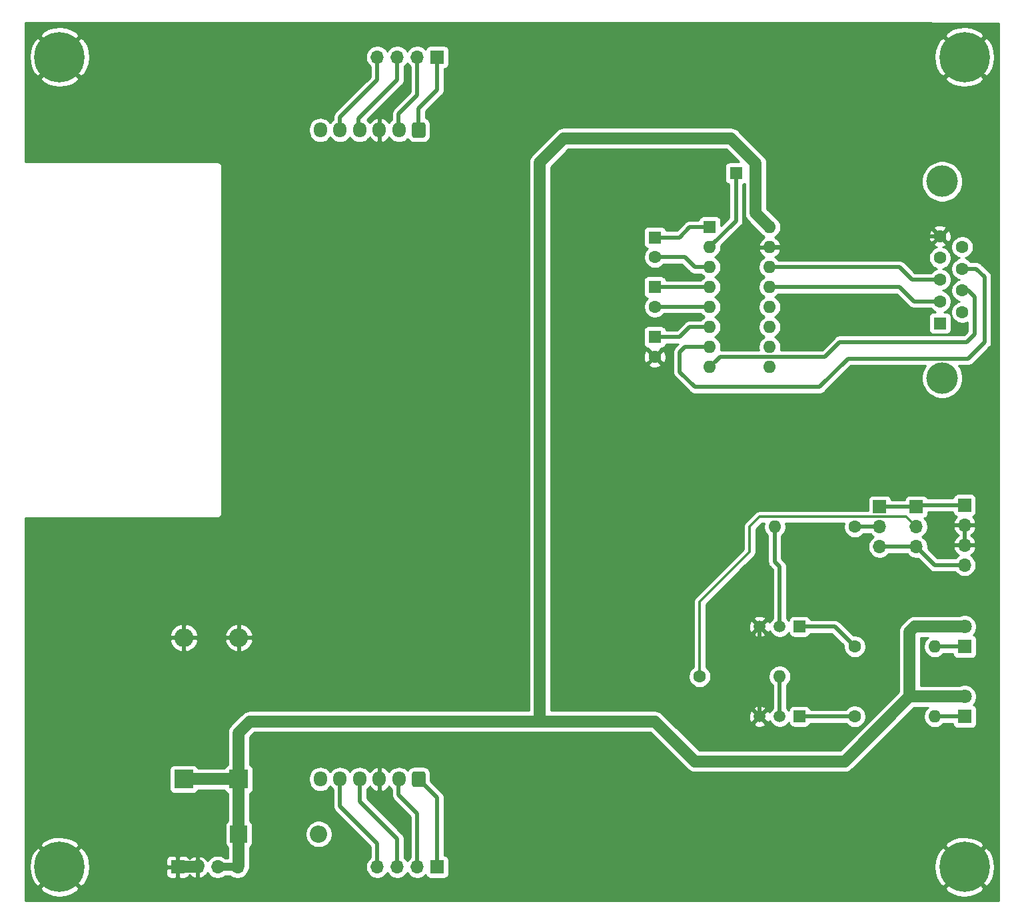
<source format=gbr>
%TF.GenerationSoftware,KiCad,Pcbnew,(5.1.10-1-10_14)*%
%TF.CreationDate,2022-02-21T21:09:16+11:00*%
%TF.ProjectId,FSK,46534b2e-6b69-4636-9164-5f7063625858,rev?*%
%TF.SameCoordinates,Original*%
%TF.FileFunction,Copper,L2,Bot*%
%TF.FilePolarity,Positive*%
%FSLAX46Y46*%
G04 Gerber Fmt 4.6, Leading zero omitted, Abs format (unit mm)*
G04 Created by KiCad (PCBNEW (5.1.10-1-10_14)) date 2022-02-21 21:09:16*
%MOMM*%
%LPD*%
G01*
G04 APERTURE LIST*
%TA.AperFunction,ComponentPad*%
%ADD10O,1.700000X1.950000*%
%TD*%
%TA.AperFunction,ComponentPad*%
%ADD11O,1.700000X1.700000*%
%TD*%
%TA.AperFunction,ComponentPad*%
%ADD12R,1.700000X1.700000*%
%TD*%
%TA.AperFunction,ComponentPad*%
%ADD13O,1.600000X1.600000*%
%TD*%
%TA.AperFunction,ComponentPad*%
%ADD14C,1.600000*%
%TD*%
%TA.AperFunction,ComponentPad*%
%ADD15R,1.500000X1.500000*%
%TD*%
%TA.AperFunction,ComponentPad*%
%ADD16C,1.500000*%
%TD*%
%TA.AperFunction,ComponentPad*%
%ADD17C,1.800000*%
%TD*%
%TA.AperFunction,ComponentPad*%
%ADD18R,1.800000X1.800000*%
%TD*%
%TA.AperFunction,ComponentPad*%
%ADD19R,1.600000X1.600000*%
%TD*%
%TA.AperFunction,ComponentPad*%
%ADD20C,4.000000*%
%TD*%
%TA.AperFunction,ComponentPad*%
%ADD21O,2.200000X2.200000*%
%TD*%
%TA.AperFunction,ComponentPad*%
%ADD22R,2.200000X2.200000*%
%TD*%
%TA.AperFunction,ComponentPad*%
%ADD23O,2.400000X2.400000*%
%TD*%
%TA.AperFunction,ComponentPad*%
%ADD24R,2.400000X2.400000*%
%TD*%
%TA.AperFunction,ComponentPad*%
%ADD25C,0.800000*%
%TD*%
%TA.AperFunction,ComponentPad*%
%ADD26C,6.400000*%
%TD*%
%TA.AperFunction,Conductor*%
%ADD27C,0.500000*%
%TD*%
%TA.AperFunction,Conductor*%
%ADD28C,1.000000*%
%TD*%
%TA.AperFunction,Conductor*%
%ADD29C,1.500000*%
%TD*%
%TA.AperFunction,Conductor*%
%ADD30C,0.300000*%
%TD*%
%TA.AperFunction,Conductor*%
%ADD31C,0.254000*%
%TD*%
%TA.AperFunction,Conductor*%
%ADD32C,0.100000*%
%TD*%
G04 APERTURE END LIST*
D10*
%TO.P,J11,6*%
%TO.N,Net-(D2-Pad2)*%
X68145000Y-34290000D03*
%TO.P,J11,5*%
%TO.N,rst*%
X70645000Y-34290000D03*
%TO.P,J11,4*%
%TO.N,flag*%
X73145000Y-34290000D03*
%TO.P,J11,3*%
%TO.N,GND*%
X75645000Y-34290000D03*
%TO.P,J11,2*%
%TO.N,data*%
X78145000Y-34290000D03*
%TO.P,J11,1*%
%TO.N,clock*%
%TA.AperFunction,ComponentPad*%
G36*
G01*
X81495000Y-33565000D02*
X81495000Y-35015000D01*
G75*
G02*
X81245000Y-35265000I-250000J0D01*
G01*
X80045000Y-35265000D01*
G75*
G02*
X79795000Y-35015000I0J250000D01*
G01*
X79795000Y-33565000D01*
G75*
G02*
X80045000Y-33315000I250000J0D01*
G01*
X81245000Y-33315000D01*
G75*
G02*
X81495000Y-33565000I0J-250000D01*
G01*
G37*
%TD.AperFunction*%
%TD*%
%TO.P,J10,6*%
%TO.N,Net-(D2-Pad2)*%
X68145000Y-116840000D03*
%TO.P,J10,5*%
%TO.N,I_rst*%
X70645000Y-116840000D03*
%TO.P,J10,4*%
%TO.N,I_flag*%
X73145000Y-116840000D03*
%TO.P,J10,3*%
%TO.N,GND*%
X75645000Y-116840000D03*
%TO.P,J10,2*%
%TO.N,I_data*%
X78145000Y-116840000D03*
%TO.P,J10,1*%
%TO.N,I_clock*%
%TA.AperFunction,ComponentPad*%
G36*
G01*
X81495000Y-116115000D02*
X81495000Y-117565000D01*
G75*
G02*
X81245000Y-117815000I-250000J0D01*
G01*
X80045000Y-117815000D01*
G75*
G02*
X79795000Y-117565000I0J250000D01*
G01*
X79795000Y-116115000D01*
G75*
G02*
X80045000Y-115865000I250000J0D01*
G01*
X81245000Y-115865000D01*
G75*
G02*
X81495000Y-116115000I0J-250000D01*
G01*
G37*
%TD.AperFunction*%
%TD*%
D11*
%TO.P,J3,3*%
%TO.N,/RX_OUT*%
X143870000Y-87280000D03*
%TO.P,J3,2*%
%TO.N,TX*%
X143870000Y-84740000D03*
D12*
%TO.P,J3,1*%
%TO.N,/TX_IN*%
X143870000Y-82200000D03*
%TD*%
D11*
%TO.P,J2,3*%
%TO.N,/RX_OUT*%
X139220000Y-87280000D03*
%TO.P,J2,2*%
%TO.N,RX*%
X139220000Y-84740000D03*
D12*
%TO.P,J2,1*%
%TO.N,/TX_IN*%
X139220000Y-82200000D03*
%TD*%
D13*
%TO.P,R10,2*%
%TO.N,Net-(D1-Pad1)*%
X146205000Y-108870000D03*
D14*
%TO.P,R10,1*%
%TO.N,Net-(Q1-Pad1)*%
X136045000Y-108870000D03*
%TD*%
D13*
%TO.P,R3,2*%
%TO.N,Net-(Q2-Pad2)*%
X125885000Y-84740000D03*
D14*
%TO.P,R3,1*%
%TO.N,RX*%
X136045000Y-84740000D03*
%TD*%
D13*
%TO.P,R2,2*%
%TO.N,Net-(Q1-Pad2)*%
X126520000Y-103790000D03*
D14*
%TO.P,R2,1*%
%TO.N,TX*%
X116360000Y-103790000D03*
%TD*%
D13*
%TO.P,R1,2*%
%TO.N,Net-(D3-Pad1)*%
X146205000Y-99980000D03*
D14*
%TO.P,R1,1*%
%TO.N,Net-(Q2-Pad1)*%
X136045000Y-99980000D03*
%TD*%
D15*
%TO.P,Q2,1*%
%TO.N,Net-(Q2-Pad1)*%
X129060000Y-97440000D03*
D16*
%TO.P,Q2,3*%
%TO.N,GND*%
X123980000Y-97440000D03*
%TO.P,Q2,2*%
%TO.N,Net-(Q2-Pad2)*%
X126520000Y-97440000D03*
%TD*%
D15*
%TO.P,Q1,1*%
%TO.N,Net-(Q1-Pad1)*%
X129060000Y-108870000D03*
D16*
%TO.P,Q1,3*%
%TO.N,GND*%
X123980000Y-108870000D03*
%TO.P,Q1,2*%
%TO.N,Net-(Q1-Pad2)*%
X126520000Y-108870000D03*
%TD*%
D17*
%TO.P,D3,2*%
%TO.N,+5V*%
X150015000Y-97440000D03*
D18*
%TO.P,D3,1*%
%TO.N,Net-(D3-Pad1)*%
X150015000Y-99980000D03*
%TD*%
D17*
%TO.P,D1,2*%
%TO.N,+5V*%
X150015000Y-106330000D03*
D18*
%TO.P,D1,1*%
%TO.N,Net-(D1-Pad1)*%
X150015000Y-108870000D03*
%TD*%
D11*
%TO.P,J5,4*%
%TO.N,/RX_OUT*%
X150015000Y-89620000D03*
%TO.P,J5,3*%
%TO.N,GND*%
X150015000Y-87080000D03*
%TO.P,J5,2*%
X150015000Y-84540000D03*
D12*
%TO.P,J5,1*%
%TO.N,/TX_IN*%
X150015000Y-82000000D03*
%TD*%
D13*
%TO.P,U1,16*%
%TO.N,+5V*%
X125250000Y-46640000D03*
%TO.P,U1,8*%
%TO.N,RTS*%
X117630000Y-64420000D03*
%TO.P,U1,15*%
%TO.N,GND*%
X125250000Y-49180000D03*
%TO.P,U1,7*%
%TO.N,CTS*%
X117630000Y-61880000D03*
%TO.P,U1,14*%
%TO.N,TX_D*%
X125250000Y-51720000D03*
%TO.P,U1,6*%
%TO.N,Net-(C3-Pad1)*%
X117630000Y-59340000D03*
%TO.P,U1,13*%
%TO.N,RX_D*%
X125250000Y-54260000D03*
%TO.P,U1,5*%
%TO.N,Net-(C4-Pad2)*%
X117630000Y-56800000D03*
%TO.P,U1,12*%
%TO.N,RX*%
X125250000Y-56800000D03*
%TO.P,U1,4*%
%TO.N,Net-(C4-Pad1)*%
X117630000Y-54260000D03*
%TO.P,U1,11*%
%TO.N,TX*%
X125250000Y-59340000D03*
%TO.P,U1,3*%
%TO.N,Net-(C1-Pad2)*%
X117630000Y-51720000D03*
%TO.P,U1,10*%
%TO.N,Net-(U1-Pad10)*%
X125250000Y-61880000D03*
%TO.P,U1,2*%
%TO.N,Net-(C2-Pad1)*%
X117630000Y-49180000D03*
%TO.P,U1,9*%
%TO.N,Net-(U1-Pad9)*%
X125250000Y-64420000D03*
D19*
%TO.P,U1,1*%
%TO.N,Net-(C1-Pad1)*%
X117630000Y-46640000D03*
%TD*%
D20*
%TO.P,J1,0*%
%TO.N,N/C*%
X147180000Y-40815000D03*
X147180000Y-65815000D03*
D14*
%TO.P,J1,9*%
%TO.N,Net-(J1-Pad9)*%
X149720000Y-49160000D03*
%TO.P,J1,8*%
%TO.N,CTS*%
X149720000Y-51930000D03*
%TO.P,J1,7*%
%TO.N,RTS*%
X149720000Y-54700000D03*
%TO.P,J1,6*%
%TO.N,Net-(J1-Pad6)*%
X149720000Y-57470000D03*
%TO.P,J1,5*%
%TO.N,GND*%
X146880000Y-47775000D03*
%TO.P,J1,4*%
%TO.N,Net-(J1-Pad4)*%
X146880000Y-50545000D03*
%TO.P,J1,3*%
%TO.N,TX_D*%
X146880000Y-53315000D03*
%TO.P,J1,2*%
%TO.N,RX_D*%
X146880000Y-56085000D03*
D19*
%TO.P,J1,1*%
%TO.N,Net-(J1-Pad1)*%
X146880000Y-58855000D03*
%TD*%
D14*
%TO.P,C4,2*%
%TO.N,Net-(C4-Pad2)*%
X110645000Y-56760000D03*
D19*
%TO.P,C4,1*%
%TO.N,Net-(C4-Pad1)*%
X110645000Y-54260000D03*
%TD*%
D14*
%TO.P,C3,2*%
%TO.N,GND*%
X110645000Y-63110000D03*
D19*
%TO.P,C3,1*%
%TO.N,Net-(C3-Pad1)*%
X110645000Y-60610000D03*
%TD*%
D14*
%TO.P,C2,2*%
%TO.N,+5V*%
X123480000Y-39755000D03*
D19*
%TO.P,C2,1*%
%TO.N,Net-(C2-Pad1)*%
X120980000Y-39755000D03*
%TD*%
D14*
%TO.P,C1,2*%
%TO.N,Net-(C1-Pad2)*%
X110645000Y-50450000D03*
D19*
%TO.P,C1,1*%
%TO.N,Net-(C1-Pad1)*%
X110645000Y-47950000D03*
%TD*%
D21*
%TO.P,D2,2*%
%TO.N,Net-(D2-Pad2)*%
X67945000Y-123825000D03*
D22*
%TO.P,D2,1*%
%TO.N,+5V*%
X57785000Y-123825000D03*
%TD*%
D23*
%TO.P,C8,2*%
%TO.N,GND*%
X50800000Y-98840000D03*
D24*
%TO.P,C8,1*%
%TO.N,+5V*%
X50800000Y-116840000D03*
%TD*%
D23*
%TO.P,C6,2*%
%TO.N,GND*%
X57785000Y-98840000D03*
D24*
%TO.P,C6,1*%
%TO.N,+5V*%
X57785000Y-116840000D03*
%TD*%
D11*
%TO.P,J9,4*%
%TO.N,rst*%
X75380000Y-25000000D03*
%TO.P,J9,3*%
%TO.N,flag*%
X77920000Y-25000000D03*
%TO.P,J9,2*%
%TO.N,data*%
X80460000Y-25000000D03*
D12*
%TO.P,J9,1*%
%TO.N,clock*%
X83000000Y-25000000D03*
%TD*%
D11*
%TO.P,J7,4*%
%TO.N,I_rst*%
X75380000Y-128000000D03*
%TO.P,J7,3*%
%TO.N,I_flag*%
X77920000Y-128000000D03*
%TO.P,J7,2*%
%TO.N,I_data*%
X80460000Y-128000000D03*
D12*
%TO.P,J7,1*%
%TO.N,I_clock*%
X83000000Y-128000000D03*
%TD*%
D11*
%TO.P,J6,4*%
%TO.N,+5V*%
X57620000Y-128000000D03*
%TO.P,J6,3*%
X55080000Y-128000000D03*
%TO.P,J6,2*%
%TO.N,GND*%
X52540000Y-128000000D03*
D12*
%TO.P,J6,1*%
X50000000Y-128000000D03*
%TD*%
D25*
%TO.P,H4,1*%
%TO.N,GND*%
X151697056Y-23302944D03*
X150000000Y-22600000D03*
X148302944Y-23302944D03*
X147600000Y-25000000D03*
X148302944Y-26697056D03*
X150000000Y-27400000D03*
X151697056Y-26697056D03*
X152400000Y-25000000D03*
D26*
X150000000Y-25000000D03*
%TD*%
D25*
%TO.P,H3,1*%
%TO.N,GND*%
X36697056Y-126302944D03*
X35000000Y-125600000D03*
X33302944Y-126302944D03*
X32600000Y-128000000D03*
X33302944Y-129697056D03*
X35000000Y-130400000D03*
X36697056Y-129697056D03*
X37400000Y-128000000D03*
D26*
X35000000Y-128000000D03*
%TD*%
D25*
%TO.P,H2,1*%
%TO.N,GND*%
X36697056Y-23302944D03*
X35000000Y-22600000D03*
X33302944Y-23302944D03*
X32600000Y-25000000D03*
X33302944Y-26697056D03*
X35000000Y-27400000D03*
X36697056Y-26697056D03*
X37400000Y-25000000D03*
D26*
X35000000Y-25000000D03*
%TD*%
D25*
%TO.P,H1,1*%
%TO.N,GND*%
X151697056Y-126302944D03*
X150000000Y-125600000D03*
X148302944Y-126302944D03*
X147600000Y-128000000D03*
X148302944Y-129697056D03*
X150000000Y-130400000D03*
X151697056Y-129697056D03*
X152400000Y-128000000D03*
D26*
X150000000Y-128000000D03*
%TD*%
D27*
%TO.N,Net-(D1-Pad1)*%
X146205000Y-108870000D02*
X150015000Y-108870000D01*
D28*
%TO.N,+5V*%
X57540000Y-127920000D02*
X57620000Y-128000000D01*
X55080000Y-128000000D02*
X57620000Y-128000000D01*
D29*
X50800000Y-116840000D02*
X57785000Y-116840000D01*
X57785000Y-127835000D02*
X57620000Y-128000000D01*
X57785000Y-123825000D02*
X57785000Y-127835000D01*
X57785000Y-116840000D02*
X57785000Y-123825000D01*
X57785000Y-116840000D02*
X57785000Y-110930000D01*
X57785000Y-110930000D02*
X59210000Y-109505000D01*
X110645000Y-109505000D02*
X115725000Y-114585000D01*
X115725000Y-114585000D02*
X134775000Y-114585000D01*
X143030000Y-106330000D02*
X150015000Y-106330000D01*
X134775000Y-114585000D02*
X143030000Y-106330000D01*
X143030000Y-106330000D02*
X143030000Y-98075000D01*
X143665000Y-97440000D02*
X150015000Y-97440000D01*
X143030000Y-98075000D02*
X143665000Y-97440000D01*
X123480000Y-44870000D02*
X125250000Y-46640000D01*
X123480000Y-39755000D02*
X123480000Y-44870000D01*
X96040000Y-109505000D02*
X110645000Y-109505000D01*
X59210000Y-109505000D02*
X96040000Y-109505000D01*
X99080000Y-35345000D02*
X96040000Y-38385000D01*
X123480000Y-38520000D02*
X120305000Y-35345000D01*
X96040000Y-38385000D02*
X96040000Y-109505000D01*
X120305000Y-35345000D02*
X99080000Y-35345000D01*
X123480000Y-39755000D02*
X123480000Y-38520000D01*
%TO.N,GND*%
X52705000Y-127835000D02*
X52540000Y-128000000D01*
X52540000Y-128000000D02*
X50000000Y-128000000D01*
D27*
X125250000Y-49180000D02*
X133505000Y-49180000D01*
X134910000Y-47775000D02*
X146880000Y-47775000D01*
X133505000Y-49180000D02*
X134910000Y-47775000D01*
X123980000Y-97440000D02*
X123980000Y-108870000D01*
%TO.N,Net-(C1-Pad1)*%
X110645000Y-47950000D02*
X113780000Y-47950000D01*
X115090000Y-46640000D02*
X117630000Y-46640000D01*
X113780000Y-47950000D02*
X115090000Y-46640000D01*
%TO.N,Net-(C2-Pad1)*%
X120980000Y-45830000D02*
X117630000Y-49180000D01*
X120980000Y-39755000D02*
X120980000Y-45830000D01*
%TO.N,RX*%
X136045000Y-84740000D02*
X139220000Y-84740000D01*
D30*
%TO.N,TX*%
X116360000Y-94265000D02*
X116360000Y-103790000D01*
X116360000Y-94265000D02*
X121440000Y-89185000D01*
X121440000Y-89185000D02*
X122710000Y-87915000D01*
X122710000Y-87915000D02*
X122710000Y-84740000D01*
X143870000Y-84740000D02*
X142600000Y-83470000D01*
X123980000Y-83470000D02*
X122710000Y-84740000D01*
X142600000Y-83470000D02*
X123980000Y-83470000D01*
D27*
%TO.N,Net-(C4-Pad1)*%
X110645000Y-54260000D02*
X117630000Y-54260000D01*
%TO.N,rst*%
X75380000Y-27930000D02*
X75380000Y-25000000D01*
X70645000Y-32665000D02*
X75380000Y-27930000D01*
X70645000Y-34290000D02*
X70645000Y-32665000D01*
X70485000Y-34290000D02*
X70645000Y-34290000D01*
%TO.N,flag*%
X73025000Y-32825000D02*
X77920000Y-27930000D01*
X77920000Y-27930000D02*
X77920000Y-25000000D01*
X73025000Y-34290000D02*
X73025000Y-32825000D01*
%TO.N,data*%
X78105000Y-34290000D02*
X78105000Y-32190000D01*
X80460000Y-29835000D02*
X80460000Y-25000000D01*
X78105000Y-32190000D02*
X80460000Y-29835000D01*
%TO.N,clock*%
X83000000Y-25000000D02*
X83000000Y-29200000D01*
X80645000Y-31555000D02*
X80645000Y-34290000D01*
X83000000Y-29200000D02*
X80645000Y-31555000D01*
%TO.N,I_rst*%
X70640000Y-120300000D02*
X70640000Y-116995000D01*
X70640000Y-116995000D02*
X70485000Y-116840000D01*
X75380000Y-125040000D02*
X70640000Y-120300000D01*
X75380000Y-128000000D02*
X75380000Y-125040000D01*
%TO.N,I_flag*%
X73180000Y-119665000D02*
X73180000Y-116995000D01*
X73180000Y-116995000D02*
X73025000Y-116840000D01*
X77920000Y-124405000D02*
X73180000Y-119665000D01*
X77920000Y-128000000D02*
X77920000Y-124405000D01*
%TO.N,I_data*%
X78105000Y-116840000D02*
X78105000Y-118875000D01*
X80460000Y-121230000D02*
X80460000Y-128000000D01*
X78105000Y-118875000D02*
X80460000Y-121230000D01*
%TO.N,I_clock*%
X83000000Y-119195000D02*
X80645000Y-116840000D01*
X83000000Y-128000000D02*
X83000000Y-119195000D01*
%TO.N,Net-(C1-Pad2)*%
X110645000Y-50450000D02*
X114455000Y-50450000D01*
X115725000Y-51720000D02*
X117630000Y-51720000D01*
X114455000Y-50450000D02*
X115725000Y-51720000D01*
%TO.N,Net-(C3-Pad1)*%
X110645000Y-60610000D02*
X113820000Y-60610000D01*
X115090000Y-59340000D02*
X117630000Y-59340000D01*
X113820000Y-60610000D02*
X115090000Y-59340000D01*
%TO.N,Net-(C4-Pad2)*%
X117590000Y-56760000D02*
X117630000Y-56800000D01*
X110645000Y-56760000D02*
X117590000Y-56760000D01*
%TO.N,CTS*%
X113820000Y-65055000D02*
X113820000Y-62515000D01*
X131600000Y-66960000D02*
X115725000Y-66960000D01*
X135195001Y-63364999D02*
X131600000Y-66960000D01*
X150435001Y-63364999D02*
X135195001Y-63364999D01*
X152555000Y-61245000D02*
X150435001Y-63364999D01*
X114455000Y-61880000D02*
X117630000Y-61880000D01*
X113820000Y-62515000D02*
X114455000Y-61880000D01*
X115725000Y-66960000D02*
X113820000Y-65055000D01*
X152555000Y-52990000D02*
X152555000Y-61245000D01*
X151495000Y-51930000D02*
X152555000Y-52990000D01*
X149720000Y-51930000D02*
X151495000Y-51930000D01*
%TO.N,RTS*%
X118919999Y-63130001D02*
X118429999Y-63620001D01*
X132254999Y-63130001D02*
X118919999Y-63130001D01*
X134140000Y-61245000D02*
X132254999Y-63130001D01*
X150455000Y-54700000D02*
X151285000Y-55530000D01*
X151285000Y-55530000D02*
X151285000Y-60286037D01*
X150326037Y-61245000D02*
X134140000Y-61245000D01*
X118429999Y-63620001D02*
X117630000Y-64420000D01*
X151285000Y-60286037D02*
X150326037Y-61245000D01*
X149720000Y-54700000D02*
X150455000Y-54700000D01*
%TO.N,TX_D*%
X125250000Y-51720000D02*
X141760000Y-51720000D01*
X143355000Y-53315000D02*
X146880000Y-53315000D01*
X141760000Y-51720000D02*
X143355000Y-53315000D01*
%TO.N,RX_D*%
X125250000Y-54260000D02*
X141760000Y-54260000D01*
X143585000Y-56085000D02*
X146880000Y-56085000D01*
X141760000Y-54260000D02*
X143585000Y-56085000D01*
%TO.N,Net-(D3-Pad1)*%
X146205000Y-99980000D02*
X150015000Y-99980000D01*
%TO.N,Net-(Q1-Pad1)*%
X129060000Y-108870000D02*
X136045000Y-108870000D01*
%TO.N,Net-(Q1-Pad2)*%
X126520000Y-108870000D02*
X126520000Y-103790000D01*
%TO.N,Net-(Q2-Pad1)*%
X133505000Y-97440000D02*
X136045000Y-99980000D01*
X129060000Y-97440000D02*
X133505000Y-97440000D01*
%TO.N,Net-(Q2-Pad2)*%
X126520000Y-92360000D02*
X126520000Y-97440000D01*
X126520000Y-89820000D02*
X126520000Y-92360000D01*
X125885000Y-89185000D02*
X126520000Y-89820000D01*
X125885000Y-84740000D02*
X125885000Y-89185000D01*
%TO.N,/RX_OUT*%
X144370010Y-87780010D02*
X143870000Y-87780010D01*
X139220000Y-87280000D02*
X143870000Y-87280000D01*
X146210000Y-89620000D02*
X150015000Y-89620000D01*
X143870000Y-87280000D02*
X146210000Y-89620000D01*
%TO.N,/TX_IN*%
X144070000Y-82000000D02*
X143870000Y-82200000D01*
X150015000Y-82000000D02*
X144070000Y-82000000D01*
X143870000Y-82200000D02*
X139220000Y-82200000D01*
%TD*%
D31*
%TO.N,GND*%
X154340000Y-20743259D02*
X154340001Y-132340000D01*
X30660000Y-132340000D01*
X30660000Y-130700881D01*
X32478724Y-130700881D01*
X32838912Y-131190548D01*
X33502882Y-131550849D01*
X34224385Y-131774694D01*
X34975695Y-131853480D01*
X35727938Y-131784178D01*
X36452208Y-131569452D01*
X37120670Y-131217555D01*
X37161088Y-131190548D01*
X37521276Y-130700881D01*
X147478724Y-130700881D01*
X147838912Y-131190548D01*
X148502882Y-131550849D01*
X149224385Y-131774694D01*
X149975695Y-131853480D01*
X150727938Y-131784178D01*
X151452208Y-131569452D01*
X152120670Y-131217555D01*
X152161088Y-131190548D01*
X152521276Y-130700881D01*
X150000000Y-128179605D01*
X147478724Y-130700881D01*
X37521276Y-130700881D01*
X35000000Y-128179605D01*
X32478724Y-130700881D01*
X30660000Y-130700881D01*
X30660000Y-127975695D01*
X31146520Y-127975695D01*
X31215822Y-128727938D01*
X31430548Y-129452208D01*
X31782445Y-130120670D01*
X31809452Y-130161088D01*
X32299119Y-130521276D01*
X34820395Y-128000000D01*
X35179605Y-128000000D01*
X37700881Y-130521276D01*
X38190548Y-130161088D01*
X38550849Y-129497118D01*
X38751616Y-128850000D01*
X48511928Y-128850000D01*
X48524188Y-128974482D01*
X48560498Y-129094180D01*
X48619463Y-129204494D01*
X48698815Y-129301185D01*
X48795506Y-129380537D01*
X48905820Y-129439502D01*
X49025518Y-129475812D01*
X49150000Y-129488072D01*
X49714250Y-129485000D01*
X49873000Y-129326250D01*
X49873000Y-128127000D01*
X50127000Y-128127000D01*
X50127000Y-129326250D01*
X50285750Y-129485000D01*
X50850000Y-129488072D01*
X50974482Y-129475812D01*
X51094180Y-129439502D01*
X51204494Y-129380537D01*
X51301185Y-129301185D01*
X51380537Y-129204494D01*
X51439502Y-129094180D01*
X51463966Y-129013534D01*
X51539731Y-129097588D01*
X51773080Y-129271641D01*
X52035901Y-129396825D01*
X52183110Y-129441476D01*
X52413000Y-129320155D01*
X52413000Y-128127000D01*
X50127000Y-128127000D01*
X49873000Y-128127000D01*
X48673750Y-128127000D01*
X48515000Y-128285750D01*
X48511928Y-128850000D01*
X38751616Y-128850000D01*
X38774694Y-128775615D01*
X38853480Y-128024305D01*
X38784178Y-127272062D01*
X38747990Y-127150000D01*
X48511928Y-127150000D01*
X48515000Y-127714250D01*
X48673750Y-127873000D01*
X49873000Y-127873000D01*
X49873000Y-126673750D01*
X50127000Y-126673750D01*
X50127000Y-127873000D01*
X52413000Y-127873000D01*
X52413000Y-126679845D01*
X52183110Y-126558524D01*
X52035901Y-126603175D01*
X51773080Y-126728359D01*
X51539731Y-126902412D01*
X51463966Y-126986466D01*
X51439502Y-126905820D01*
X51380537Y-126795506D01*
X51301185Y-126698815D01*
X51204494Y-126619463D01*
X51094180Y-126560498D01*
X50974482Y-126524188D01*
X50850000Y-126511928D01*
X50285750Y-126515000D01*
X50127000Y-126673750D01*
X49873000Y-126673750D01*
X49714250Y-126515000D01*
X49150000Y-126511928D01*
X49025518Y-126524188D01*
X48905820Y-126560498D01*
X48795506Y-126619463D01*
X48698815Y-126698815D01*
X48619463Y-126795506D01*
X48560498Y-126905820D01*
X48524188Y-127025518D01*
X48511928Y-127150000D01*
X38747990Y-127150000D01*
X38569452Y-126547792D01*
X38217555Y-125879330D01*
X38190548Y-125838912D01*
X37700881Y-125478724D01*
X35179605Y-128000000D01*
X34820395Y-128000000D01*
X32299119Y-125478724D01*
X31809452Y-125838912D01*
X31449151Y-126502882D01*
X31225306Y-127224385D01*
X31146520Y-127975695D01*
X30660000Y-127975695D01*
X30660000Y-125299119D01*
X32478724Y-125299119D01*
X35000000Y-127820395D01*
X37521276Y-125299119D01*
X37161088Y-124809452D01*
X36497118Y-124449151D01*
X35775615Y-124225306D01*
X35024305Y-124146520D01*
X34272062Y-124215822D01*
X33547792Y-124430548D01*
X32879330Y-124782445D01*
X32838912Y-124809452D01*
X32478724Y-125299119D01*
X30660000Y-125299119D01*
X30660000Y-115640000D01*
X48961928Y-115640000D01*
X48961928Y-118040000D01*
X48974188Y-118164482D01*
X49010498Y-118284180D01*
X49069463Y-118394494D01*
X49148815Y-118491185D01*
X49245506Y-118570537D01*
X49355820Y-118629502D01*
X49475518Y-118665812D01*
X49600000Y-118678072D01*
X52000000Y-118678072D01*
X52124482Y-118665812D01*
X52244180Y-118629502D01*
X52354494Y-118570537D01*
X52451185Y-118491185D01*
X52530537Y-118394494D01*
X52589502Y-118284180D01*
X52607454Y-118225000D01*
X55977546Y-118225000D01*
X55995498Y-118284180D01*
X56054463Y-118394494D01*
X56133815Y-118491185D01*
X56230506Y-118570537D01*
X56340820Y-118629502D01*
X56400000Y-118647454D01*
X56400001Y-122157317D01*
X56330506Y-122194463D01*
X56233815Y-122273815D01*
X56154463Y-122370506D01*
X56095498Y-122480820D01*
X56059188Y-122600518D01*
X56046928Y-122725000D01*
X56046928Y-124925000D01*
X56059188Y-125049482D01*
X56095498Y-125169180D01*
X56154463Y-125279494D01*
X56233815Y-125376185D01*
X56330506Y-125455537D01*
X56400000Y-125492683D01*
X56400001Y-126865000D01*
X56045107Y-126865000D01*
X56026632Y-126846525D01*
X55783411Y-126684010D01*
X55513158Y-126572068D01*
X55226260Y-126515000D01*
X54933740Y-126515000D01*
X54646842Y-126572068D01*
X54376589Y-126684010D01*
X54133368Y-126846525D01*
X53926525Y-127053368D01*
X53804805Y-127235534D01*
X53735178Y-127118645D01*
X53540269Y-126902412D01*
X53306920Y-126728359D01*
X53044099Y-126603175D01*
X52896890Y-126558524D01*
X52667000Y-126679845D01*
X52667000Y-127873000D01*
X52687000Y-127873000D01*
X52687000Y-128127000D01*
X52667000Y-128127000D01*
X52667000Y-129320155D01*
X52896890Y-129441476D01*
X53044099Y-129396825D01*
X53306920Y-129271641D01*
X53540269Y-129097588D01*
X53735178Y-128881355D01*
X53804805Y-128764466D01*
X53926525Y-128946632D01*
X54133368Y-129153475D01*
X54376589Y-129315990D01*
X54646842Y-129427932D01*
X54933740Y-129485000D01*
X55226260Y-129485000D01*
X55513158Y-129427932D01*
X55783411Y-129315990D01*
X56026632Y-129153475D01*
X56045107Y-129135000D01*
X56654893Y-129135000D01*
X56673368Y-129153475D01*
X56916589Y-129315990D01*
X57186842Y-129427932D01*
X57473740Y-129485000D01*
X57766260Y-129485000D01*
X58053158Y-129427932D01*
X58323411Y-129315990D01*
X58566632Y-129153475D01*
X58773475Y-128946632D01*
X58935990Y-128703411D01*
X59047932Y-128433158D01*
X59055175Y-128396746D01*
X59070764Y-128367581D01*
X59149960Y-128106507D01*
X59170000Y-127903037D01*
X59170000Y-127903027D01*
X59176700Y-127835001D01*
X59170000Y-127766974D01*
X59170000Y-125492683D01*
X59239494Y-125455537D01*
X59336185Y-125376185D01*
X59415537Y-125279494D01*
X59474502Y-125169180D01*
X59510812Y-125049482D01*
X59523072Y-124925000D01*
X59523072Y-123654117D01*
X66210000Y-123654117D01*
X66210000Y-123995883D01*
X66276675Y-124331081D01*
X66407463Y-124646831D01*
X66597337Y-124930998D01*
X66839002Y-125172663D01*
X67123169Y-125362537D01*
X67438919Y-125493325D01*
X67774117Y-125560000D01*
X68115883Y-125560000D01*
X68451081Y-125493325D01*
X68766831Y-125362537D01*
X69050998Y-125172663D01*
X69292663Y-124930998D01*
X69482537Y-124646831D01*
X69613325Y-124331081D01*
X69680000Y-123995883D01*
X69680000Y-123654117D01*
X69613325Y-123318919D01*
X69482537Y-123003169D01*
X69292663Y-122719002D01*
X69050998Y-122477337D01*
X68766831Y-122287463D01*
X68451081Y-122156675D01*
X68115883Y-122090000D01*
X67774117Y-122090000D01*
X67438919Y-122156675D01*
X67123169Y-122287463D01*
X66839002Y-122477337D01*
X66597337Y-122719002D01*
X66407463Y-123003169D01*
X66276675Y-123318919D01*
X66210000Y-123654117D01*
X59523072Y-123654117D01*
X59523072Y-122725000D01*
X59510812Y-122600518D01*
X59474502Y-122480820D01*
X59415537Y-122370506D01*
X59336185Y-122273815D01*
X59239494Y-122194463D01*
X59170000Y-122157317D01*
X59170000Y-118647454D01*
X59229180Y-118629502D01*
X59339494Y-118570537D01*
X59436185Y-118491185D01*
X59515537Y-118394494D01*
X59574502Y-118284180D01*
X59610812Y-118164482D01*
X59623072Y-118040000D01*
X59623072Y-116642050D01*
X66660000Y-116642050D01*
X66660000Y-117037949D01*
X66681487Y-117256110D01*
X66766401Y-117536033D01*
X66904294Y-117794013D01*
X67089866Y-118020134D01*
X67315986Y-118205706D01*
X67573966Y-118343599D01*
X67853889Y-118428513D01*
X68145000Y-118457185D01*
X68436110Y-118428513D01*
X68716033Y-118343599D01*
X68974013Y-118205706D01*
X69200134Y-118020134D01*
X69385706Y-117794014D01*
X69395000Y-117776626D01*
X69404294Y-117794013D01*
X69589866Y-118020134D01*
X69755001Y-118155657D01*
X69755000Y-120256531D01*
X69750719Y-120300000D01*
X69755000Y-120343469D01*
X69755000Y-120343476D01*
X69767805Y-120473489D01*
X69818411Y-120640312D01*
X69900589Y-120794058D01*
X70011183Y-120928817D01*
X70044956Y-120956534D01*
X74495001Y-125406580D01*
X74495000Y-126805344D01*
X74433368Y-126846525D01*
X74226525Y-127053368D01*
X74064010Y-127296589D01*
X73952068Y-127566842D01*
X73895000Y-127853740D01*
X73895000Y-128146260D01*
X73952068Y-128433158D01*
X74064010Y-128703411D01*
X74226525Y-128946632D01*
X74433368Y-129153475D01*
X74676589Y-129315990D01*
X74946842Y-129427932D01*
X75233740Y-129485000D01*
X75526260Y-129485000D01*
X75813158Y-129427932D01*
X76083411Y-129315990D01*
X76326632Y-129153475D01*
X76533475Y-128946632D01*
X76650000Y-128772240D01*
X76766525Y-128946632D01*
X76973368Y-129153475D01*
X77216589Y-129315990D01*
X77486842Y-129427932D01*
X77773740Y-129485000D01*
X78066260Y-129485000D01*
X78353158Y-129427932D01*
X78623411Y-129315990D01*
X78866632Y-129153475D01*
X79073475Y-128946632D01*
X79190000Y-128772240D01*
X79306525Y-128946632D01*
X79513368Y-129153475D01*
X79756589Y-129315990D01*
X80026842Y-129427932D01*
X80313740Y-129485000D01*
X80606260Y-129485000D01*
X80893158Y-129427932D01*
X81163411Y-129315990D01*
X81406632Y-129153475D01*
X81538487Y-129021620D01*
X81560498Y-129094180D01*
X81619463Y-129204494D01*
X81698815Y-129301185D01*
X81795506Y-129380537D01*
X81905820Y-129439502D01*
X82025518Y-129475812D01*
X82150000Y-129488072D01*
X83850000Y-129488072D01*
X83974482Y-129475812D01*
X84094180Y-129439502D01*
X84204494Y-129380537D01*
X84301185Y-129301185D01*
X84380537Y-129204494D01*
X84439502Y-129094180D01*
X84475812Y-128974482D01*
X84488072Y-128850000D01*
X84488072Y-127975695D01*
X146146520Y-127975695D01*
X146215822Y-128727938D01*
X146430548Y-129452208D01*
X146782445Y-130120670D01*
X146809452Y-130161088D01*
X147299119Y-130521276D01*
X149820395Y-128000000D01*
X150179605Y-128000000D01*
X152700881Y-130521276D01*
X153190548Y-130161088D01*
X153550849Y-129497118D01*
X153774694Y-128775615D01*
X153853480Y-128024305D01*
X153784178Y-127272062D01*
X153569452Y-126547792D01*
X153217555Y-125879330D01*
X153190548Y-125838912D01*
X152700881Y-125478724D01*
X150179605Y-128000000D01*
X149820395Y-128000000D01*
X147299119Y-125478724D01*
X146809452Y-125838912D01*
X146449151Y-126502882D01*
X146225306Y-127224385D01*
X146146520Y-127975695D01*
X84488072Y-127975695D01*
X84488072Y-127150000D01*
X84475812Y-127025518D01*
X84439502Y-126905820D01*
X84380537Y-126795506D01*
X84301185Y-126698815D01*
X84204494Y-126619463D01*
X84094180Y-126560498D01*
X83974482Y-126524188D01*
X83885000Y-126515375D01*
X83885000Y-125299119D01*
X147478724Y-125299119D01*
X150000000Y-127820395D01*
X152521276Y-125299119D01*
X152161088Y-124809452D01*
X151497118Y-124449151D01*
X150775615Y-124225306D01*
X150024305Y-124146520D01*
X149272062Y-124215822D01*
X148547792Y-124430548D01*
X147879330Y-124782445D01*
X147838912Y-124809452D01*
X147478724Y-125299119D01*
X83885000Y-125299119D01*
X83885000Y-119238469D01*
X83889281Y-119195000D01*
X83885000Y-119151531D01*
X83885000Y-119151523D01*
X83872195Y-119021510D01*
X83821589Y-118854687D01*
X83739411Y-118700941D01*
X83628817Y-118566183D01*
X83595049Y-118538470D01*
X82133072Y-117076494D01*
X82133072Y-116115000D01*
X82116008Y-115941746D01*
X82065472Y-115775150D01*
X81983405Y-115621614D01*
X81872962Y-115487038D01*
X81738386Y-115376595D01*
X81584850Y-115294528D01*
X81418254Y-115243992D01*
X81245000Y-115226928D01*
X80045000Y-115226928D01*
X79871746Y-115243992D01*
X79705150Y-115294528D01*
X79551614Y-115376595D01*
X79417038Y-115487038D01*
X79306595Y-115621614D01*
X79252223Y-115723337D01*
X79200134Y-115659866D01*
X78974014Y-115474294D01*
X78716034Y-115336401D01*
X78436111Y-115251487D01*
X78145000Y-115222815D01*
X77853890Y-115251487D01*
X77573967Y-115336401D01*
X77315987Y-115474294D01*
X77089866Y-115659866D01*
X76904294Y-115885986D01*
X76890538Y-115911722D01*
X76734049Y-115705571D01*
X76516193Y-115512504D01*
X76264858Y-115365648D01*
X76001890Y-115273524D01*
X75772000Y-115394845D01*
X75772000Y-116713000D01*
X75792000Y-116713000D01*
X75792000Y-116967000D01*
X75772000Y-116967000D01*
X75772000Y-118285155D01*
X76001890Y-118406476D01*
X76264858Y-118314352D01*
X76516193Y-118167496D01*
X76734049Y-117974429D01*
X76890538Y-117768278D01*
X76904294Y-117794013D01*
X77089866Y-118020134D01*
X77220001Y-118126933D01*
X77220001Y-118831521D01*
X77215719Y-118875000D01*
X77232805Y-119048490D01*
X77283412Y-119215313D01*
X77365590Y-119369059D01*
X77448468Y-119470046D01*
X77448471Y-119470049D01*
X77476184Y-119503817D01*
X77509951Y-119531529D01*
X79575000Y-121596579D01*
X79575001Y-126805343D01*
X79513368Y-126846525D01*
X79306525Y-127053368D01*
X79190000Y-127227760D01*
X79073475Y-127053368D01*
X78866632Y-126846525D01*
X78805000Y-126805344D01*
X78805000Y-124448465D01*
X78809281Y-124404999D01*
X78805000Y-124361533D01*
X78805000Y-124361523D01*
X78792195Y-124231510D01*
X78741589Y-124064687D01*
X78659411Y-123910941D01*
X78548817Y-123776183D01*
X78515049Y-123748470D01*
X74065000Y-119298422D01*
X74065000Y-118131035D01*
X74200134Y-118020134D01*
X74385706Y-117794014D01*
X74399462Y-117768278D01*
X74555951Y-117974429D01*
X74773807Y-118167496D01*
X75025142Y-118314352D01*
X75288110Y-118406476D01*
X75518000Y-118285155D01*
X75518000Y-116967000D01*
X75498000Y-116967000D01*
X75498000Y-116713000D01*
X75518000Y-116713000D01*
X75518000Y-115394845D01*
X75288110Y-115273524D01*
X75025142Y-115365648D01*
X74773807Y-115512504D01*
X74555951Y-115705571D01*
X74399462Y-115911722D01*
X74385706Y-115885986D01*
X74200134Y-115659866D01*
X73974014Y-115474294D01*
X73716034Y-115336401D01*
X73436111Y-115251487D01*
X73145000Y-115222815D01*
X72853890Y-115251487D01*
X72573967Y-115336401D01*
X72315987Y-115474294D01*
X72089866Y-115659866D01*
X71904294Y-115885986D01*
X71895000Y-115903374D01*
X71885706Y-115885986D01*
X71700134Y-115659866D01*
X71474014Y-115474294D01*
X71216034Y-115336401D01*
X70936111Y-115251487D01*
X70645000Y-115222815D01*
X70353890Y-115251487D01*
X70073967Y-115336401D01*
X69815987Y-115474294D01*
X69589866Y-115659866D01*
X69404294Y-115885986D01*
X69395000Y-115903374D01*
X69385706Y-115885986D01*
X69200134Y-115659866D01*
X68974014Y-115474294D01*
X68716034Y-115336401D01*
X68436111Y-115251487D01*
X68145000Y-115222815D01*
X67853890Y-115251487D01*
X67573967Y-115336401D01*
X67315987Y-115474294D01*
X67089866Y-115659866D01*
X66904294Y-115885986D01*
X66766401Y-116143966D01*
X66681487Y-116423889D01*
X66660000Y-116642050D01*
X59623072Y-116642050D01*
X59623072Y-115640000D01*
X59610812Y-115515518D01*
X59574502Y-115395820D01*
X59515537Y-115285506D01*
X59436185Y-115188815D01*
X59339494Y-115109463D01*
X59229180Y-115050498D01*
X59170000Y-115032546D01*
X59170000Y-111503685D01*
X59783686Y-110890000D01*
X95971964Y-110890000D01*
X96040000Y-110896701D01*
X96108037Y-110890000D01*
X110071315Y-110890000D01*
X114697550Y-115516236D01*
X114740919Y-115569081D01*
X114793764Y-115612450D01*
X114793766Y-115612452D01*
X114804930Y-115621614D01*
X114951812Y-115742157D01*
X115164646Y-115855919D01*
X115192419Y-115870764D01*
X115453492Y-115949960D01*
X115461199Y-115950719D01*
X115656963Y-115970000D01*
X115656971Y-115970000D01*
X115725000Y-115976700D01*
X115793029Y-115970000D01*
X134706971Y-115970000D01*
X134775000Y-115976700D01*
X134843029Y-115970000D01*
X134843037Y-115970000D01*
X135046507Y-115949960D01*
X135307581Y-115870764D01*
X135548188Y-115742157D01*
X135759081Y-115569081D01*
X135802454Y-115516231D01*
X143603686Y-107715000D01*
X145350649Y-107715000D01*
X145290241Y-107755363D01*
X145090363Y-107955241D01*
X144933320Y-108190273D01*
X144825147Y-108451426D01*
X144770000Y-108728665D01*
X144770000Y-109011335D01*
X144825147Y-109288574D01*
X144933320Y-109549727D01*
X145090363Y-109784759D01*
X145290241Y-109984637D01*
X145525273Y-110141680D01*
X145786426Y-110249853D01*
X146063665Y-110305000D01*
X146346335Y-110305000D01*
X146623574Y-110249853D01*
X146884727Y-110141680D01*
X147119759Y-109984637D01*
X147319637Y-109784759D01*
X147339521Y-109755000D01*
X148476928Y-109755000D01*
X148476928Y-109770000D01*
X148489188Y-109894482D01*
X148525498Y-110014180D01*
X148584463Y-110124494D01*
X148663815Y-110221185D01*
X148760506Y-110300537D01*
X148870820Y-110359502D01*
X148990518Y-110395812D01*
X149115000Y-110408072D01*
X150915000Y-110408072D01*
X151039482Y-110395812D01*
X151159180Y-110359502D01*
X151269494Y-110300537D01*
X151366185Y-110221185D01*
X151445537Y-110124494D01*
X151504502Y-110014180D01*
X151540812Y-109894482D01*
X151553072Y-109770000D01*
X151553072Y-107970000D01*
X151540812Y-107845518D01*
X151504502Y-107725820D01*
X151445537Y-107615506D01*
X151366185Y-107518815D01*
X151269494Y-107439463D01*
X151159180Y-107380498D01*
X151140873Y-107374944D01*
X151207312Y-107308505D01*
X151375299Y-107057095D01*
X151491011Y-106777743D01*
X151550000Y-106481184D01*
X151550000Y-106178816D01*
X151491011Y-105882257D01*
X151375299Y-105602905D01*
X151207312Y-105351495D01*
X150993505Y-105137688D01*
X150742095Y-104969701D01*
X150462743Y-104853989D01*
X150166184Y-104795000D01*
X149863816Y-104795000D01*
X149567257Y-104853989D01*
X149347538Y-104945000D01*
X144415000Y-104945000D01*
X144415000Y-98825000D01*
X145350649Y-98825000D01*
X145290241Y-98865363D01*
X145090363Y-99065241D01*
X144933320Y-99300273D01*
X144825147Y-99561426D01*
X144770000Y-99838665D01*
X144770000Y-100121335D01*
X144825147Y-100398574D01*
X144933320Y-100659727D01*
X145090363Y-100894759D01*
X145290241Y-101094637D01*
X145525273Y-101251680D01*
X145786426Y-101359853D01*
X146063665Y-101415000D01*
X146346335Y-101415000D01*
X146623574Y-101359853D01*
X146884727Y-101251680D01*
X147119759Y-101094637D01*
X147319637Y-100894759D01*
X147339521Y-100865000D01*
X148476928Y-100865000D01*
X148476928Y-100880000D01*
X148489188Y-101004482D01*
X148525498Y-101124180D01*
X148584463Y-101234494D01*
X148663815Y-101331185D01*
X148760506Y-101410537D01*
X148870820Y-101469502D01*
X148990518Y-101505812D01*
X149115000Y-101518072D01*
X150915000Y-101518072D01*
X151039482Y-101505812D01*
X151159180Y-101469502D01*
X151269494Y-101410537D01*
X151366185Y-101331185D01*
X151445537Y-101234494D01*
X151504502Y-101124180D01*
X151540812Y-101004482D01*
X151553072Y-100880000D01*
X151553072Y-99080000D01*
X151540812Y-98955518D01*
X151504502Y-98835820D01*
X151445537Y-98725506D01*
X151366185Y-98628815D01*
X151269494Y-98549463D01*
X151159180Y-98490498D01*
X151140873Y-98484944D01*
X151207312Y-98418505D01*
X151375299Y-98167095D01*
X151491011Y-97887743D01*
X151550000Y-97591184D01*
X151550000Y-97288816D01*
X151491011Y-96992257D01*
X151375299Y-96712905D01*
X151207312Y-96461495D01*
X150993505Y-96247688D01*
X150742095Y-96079701D01*
X150462743Y-95963989D01*
X150166184Y-95905000D01*
X149863816Y-95905000D01*
X149567257Y-95963989D01*
X149347538Y-96055000D01*
X143733029Y-96055000D01*
X143665000Y-96048300D01*
X143596971Y-96055000D01*
X143596963Y-96055000D01*
X143393493Y-96075040D01*
X143132419Y-96154236D01*
X142891812Y-96282843D01*
X142680919Y-96455919D01*
X142637546Y-96508769D01*
X142098765Y-97047550D01*
X142045920Y-97090919D01*
X142002551Y-97143764D01*
X142002548Y-97143767D01*
X141872844Y-97301812D01*
X141744236Y-97542420D01*
X141665040Y-97803493D01*
X141638300Y-98075000D01*
X141645001Y-98143039D01*
X141645000Y-105756314D01*
X134201315Y-113200000D01*
X116298686Y-113200000D01*
X112925679Y-109826993D01*
X123202612Y-109826993D01*
X123268137Y-110065860D01*
X123515116Y-110181760D01*
X123779960Y-110247250D01*
X124052492Y-110259812D01*
X124322238Y-110218965D01*
X124578832Y-110126277D01*
X124691863Y-110065860D01*
X124757388Y-109826993D01*
X123980000Y-109049605D01*
X123202612Y-109826993D01*
X112925679Y-109826993D01*
X112041178Y-108942492D01*
X122590188Y-108942492D01*
X122631035Y-109212238D01*
X122723723Y-109468832D01*
X122784140Y-109581863D01*
X123023007Y-109647388D01*
X123800395Y-108870000D01*
X124159605Y-108870000D01*
X124936993Y-109647388D01*
X125175860Y-109581863D01*
X125250164Y-109423523D01*
X125292629Y-109526043D01*
X125444201Y-109752886D01*
X125637114Y-109945799D01*
X125863957Y-110097371D01*
X126116011Y-110201775D01*
X126383589Y-110255000D01*
X126656411Y-110255000D01*
X126923989Y-110201775D01*
X127176043Y-110097371D01*
X127402886Y-109945799D01*
X127595799Y-109752886D01*
X127673555Y-109636517D01*
X127684188Y-109744482D01*
X127720498Y-109864180D01*
X127779463Y-109974494D01*
X127858815Y-110071185D01*
X127955506Y-110150537D01*
X128065820Y-110209502D01*
X128185518Y-110245812D01*
X128310000Y-110258072D01*
X129810000Y-110258072D01*
X129934482Y-110245812D01*
X130054180Y-110209502D01*
X130164494Y-110150537D01*
X130261185Y-110071185D01*
X130340537Y-109974494D01*
X130399502Y-109864180D01*
X130432621Y-109755000D01*
X134910479Y-109755000D01*
X134930363Y-109784759D01*
X135130241Y-109984637D01*
X135365273Y-110141680D01*
X135626426Y-110249853D01*
X135903665Y-110305000D01*
X136186335Y-110305000D01*
X136463574Y-110249853D01*
X136724727Y-110141680D01*
X136959759Y-109984637D01*
X137159637Y-109784759D01*
X137316680Y-109549727D01*
X137424853Y-109288574D01*
X137480000Y-109011335D01*
X137480000Y-108728665D01*
X137424853Y-108451426D01*
X137316680Y-108190273D01*
X137159637Y-107955241D01*
X136959759Y-107755363D01*
X136724727Y-107598320D01*
X136463574Y-107490147D01*
X136186335Y-107435000D01*
X135903665Y-107435000D01*
X135626426Y-107490147D01*
X135365273Y-107598320D01*
X135130241Y-107755363D01*
X134930363Y-107955241D01*
X134910479Y-107985000D01*
X130432621Y-107985000D01*
X130399502Y-107875820D01*
X130340537Y-107765506D01*
X130261185Y-107668815D01*
X130164494Y-107589463D01*
X130054180Y-107530498D01*
X129934482Y-107494188D01*
X129810000Y-107481928D01*
X128310000Y-107481928D01*
X128185518Y-107494188D01*
X128065820Y-107530498D01*
X127955506Y-107589463D01*
X127858815Y-107668815D01*
X127779463Y-107765506D01*
X127720498Y-107875820D01*
X127684188Y-107995518D01*
X127673555Y-108103483D01*
X127595799Y-107987114D01*
X127405000Y-107796315D01*
X127405000Y-104924521D01*
X127434759Y-104904637D01*
X127634637Y-104704759D01*
X127791680Y-104469727D01*
X127899853Y-104208574D01*
X127955000Y-103931335D01*
X127955000Y-103648665D01*
X127899853Y-103371426D01*
X127791680Y-103110273D01*
X127634637Y-102875241D01*
X127434759Y-102675363D01*
X127199727Y-102518320D01*
X126938574Y-102410147D01*
X126661335Y-102355000D01*
X126378665Y-102355000D01*
X126101426Y-102410147D01*
X125840273Y-102518320D01*
X125605241Y-102675363D01*
X125405363Y-102875241D01*
X125248320Y-103110273D01*
X125140147Y-103371426D01*
X125085000Y-103648665D01*
X125085000Y-103931335D01*
X125140147Y-104208574D01*
X125248320Y-104469727D01*
X125405363Y-104704759D01*
X125605241Y-104904637D01*
X125635001Y-104924522D01*
X125635000Y-107796315D01*
X125444201Y-107987114D01*
X125292629Y-108213957D01*
X125251489Y-108313279D01*
X125236277Y-108271168D01*
X125175860Y-108158137D01*
X124936993Y-108092612D01*
X124159605Y-108870000D01*
X123800395Y-108870000D01*
X123023007Y-108092612D01*
X122784140Y-108158137D01*
X122668240Y-108405116D01*
X122602750Y-108669960D01*
X122590188Y-108942492D01*
X112041178Y-108942492D01*
X111672454Y-108573769D01*
X111629081Y-108520919D01*
X111418188Y-108347843D01*
X111177581Y-108219236D01*
X110916507Y-108140040D01*
X110713037Y-108120000D01*
X110713029Y-108120000D01*
X110645000Y-108113300D01*
X110576971Y-108120000D01*
X97425000Y-108120000D01*
X97425000Y-107913007D01*
X123202612Y-107913007D01*
X123980000Y-108690395D01*
X124757388Y-107913007D01*
X124691863Y-107674140D01*
X124444884Y-107558240D01*
X124180040Y-107492750D01*
X123907508Y-107480188D01*
X123637762Y-107521035D01*
X123381168Y-107613723D01*
X123268137Y-107674140D01*
X123202612Y-107913007D01*
X97425000Y-107913007D01*
X97425000Y-103648665D01*
X114925000Y-103648665D01*
X114925000Y-103931335D01*
X114980147Y-104208574D01*
X115088320Y-104469727D01*
X115245363Y-104704759D01*
X115445241Y-104904637D01*
X115680273Y-105061680D01*
X115941426Y-105169853D01*
X116218665Y-105225000D01*
X116501335Y-105225000D01*
X116778574Y-105169853D01*
X117039727Y-105061680D01*
X117274759Y-104904637D01*
X117474637Y-104704759D01*
X117631680Y-104469727D01*
X117739853Y-104208574D01*
X117795000Y-103931335D01*
X117795000Y-103648665D01*
X117739853Y-103371426D01*
X117631680Y-103110273D01*
X117474637Y-102875241D01*
X117274759Y-102675363D01*
X117145000Y-102588661D01*
X117145000Y-98396993D01*
X123202612Y-98396993D01*
X123268137Y-98635860D01*
X123515116Y-98751760D01*
X123779960Y-98817250D01*
X124052492Y-98829812D01*
X124322238Y-98788965D01*
X124578832Y-98696277D01*
X124691863Y-98635860D01*
X124757388Y-98396993D01*
X123980000Y-97619605D01*
X123202612Y-98396993D01*
X117145000Y-98396993D01*
X117145000Y-97512492D01*
X122590188Y-97512492D01*
X122631035Y-97782238D01*
X122723723Y-98038832D01*
X122784140Y-98151863D01*
X123023007Y-98217388D01*
X123800395Y-97440000D01*
X123023007Y-96662612D01*
X122784140Y-96728137D01*
X122668240Y-96975116D01*
X122602750Y-97239960D01*
X122590188Y-97512492D01*
X117145000Y-97512492D01*
X117145000Y-96483007D01*
X123202612Y-96483007D01*
X123980000Y-97260395D01*
X124757388Y-96483007D01*
X124691863Y-96244140D01*
X124444884Y-96128240D01*
X124180040Y-96062750D01*
X123907508Y-96050188D01*
X123637762Y-96091035D01*
X123381168Y-96183723D01*
X123268137Y-96244140D01*
X123202612Y-96483007D01*
X117145000Y-96483007D01*
X117145000Y-94590157D01*
X122022345Y-89712813D01*
X122022349Y-89712808D01*
X123237817Y-88497341D01*
X123267764Y-88472764D01*
X123365862Y-88353233D01*
X123438754Y-88216860D01*
X123473721Y-88101589D01*
X123483641Y-88068888D01*
X123488514Y-88019411D01*
X123495000Y-87953561D01*
X123495000Y-87953554D01*
X123498797Y-87915001D01*
X123495000Y-87876448D01*
X123495000Y-85065157D01*
X124305158Y-84255000D01*
X124532662Y-84255000D01*
X124505147Y-84321426D01*
X124450000Y-84598665D01*
X124450000Y-84881335D01*
X124505147Y-85158574D01*
X124613320Y-85419727D01*
X124770363Y-85654759D01*
X124970241Y-85854637D01*
X125000000Y-85874521D01*
X125000001Y-89141521D01*
X124995719Y-89185000D01*
X125012805Y-89358490D01*
X125063412Y-89525313D01*
X125145590Y-89679059D01*
X125228468Y-89780046D01*
X125228471Y-89780049D01*
X125256184Y-89813817D01*
X125289951Y-89841529D01*
X125635000Y-90186579D01*
X125635001Y-92316514D01*
X125635000Y-92316524D01*
X125635001Y-96366314D01*
X125444201Y-96557114D01*
X125292629Y-96783957D01*
X125251489Y-96883279D01*
X125236277Y-96841168D01*
X125175860Y-96728137D01*
X124936993Y-96662612D01*
X124159605Y-97440000D01*
X124936993Y-98217388D01*
X125175860Y-98151863D01*
X125250164Y-97993523D01*
X125292629Y-98096043D01*
X125444201Y-98322886D01*
X125637114Y-98515799D01*
X125863957Y-98667371D01*
X126116011Y-98771775D01*
X126383589Y-98825000D01*
X126656411Y-98825000D01*
X126923989Y-98771775D01*
X127176043Y-98667371D01*
X127402886Y-98515799D01*
X127595799Y-98322886D01*
X127673555Y-98206517D01*
X127684188Y-98314482D01*
X127720498Y-98434180D01*
X127779463Y-98544494D01*
X127858815Y-98641185D01*
X127955506Y-98720537D01*
X128065820Y-98779502D01*
X128185518Y-98815812D01*
X128310000Y-98828072D01*
X129810000Y-98828072D01*
X129934482Y-98815812D01*
X130054180Y-98779502D01*
X130164494Y-98720537D01*
X130261185Y-98641185D01*
X130340537Y-98544494D01*
X130399502Y-98434180D01*
X130432621Y-98325000D01*
X133138422Y-98325000D01*
X134616983Y-99803561D01*
X134610000Y-99838665D01*
X134610000Y-100121335D01*
X134665147Y-100398574D01*
X134773320Y-100659727D01*
X134930363Y-100894759D01*
X135130241Y-101094637D01*
X135365273Y-101251680D01*
X135626426Y-101359853D01*
X135903665Y-101415000D01*
X136186335Y-101415000D01*
X136463574Y-101359853D01*
X136724727Y-101251680D01*
X136959759Y-101094637D01*
X137159637Y-100894759D01*
X137316680Y-100659727D01*
X137424853Y-100398574D01*
X137480000Y-100121335D01*
X137480000Y-99838665D01*
X137424853Y-99561426D01*
X137316680Y-99300273D01*
X137159637Y-99065241D01*
X136959759Y-98865363D01*
X136724727Y-98708320D01*
X136463574Y-98600147D01*
X136186335Y-98545000D01*
X135903665Y-98545000D01*
X135868561Y-98551983D01*
X134161534Y-96844956D01*
X134133817Y-96811183D01*
X133999059Y-96700589D01*
X133845313Y-96618411D01*
X133678490Y-96567805D01*
X133548477Y-96555000D01*
X133548469Y-96555000D01*
X133505000Y-96550719D01*
X133461531Y-96555000D01*
X130432621Y-96555000D01*
X130399502Y-96445820D01*
X130340537Y-96335506D01*
X130261185Y-96238815D01*
X130164494Y-96159463D01*
X130054180Y-96100498D01*
X129934482Y-96064188D01*
X129810000Y-96051928D01*
X128310000Y-96051928D01*
X128185518Y-96064188D01*
X128065820Y-96100498D01*
X127955506Y-96159463D01*
X127858815Y-96238815D01*
X127779463Y-96335506D01*
X127720498Y-96445820D01*
X127684188Y-96565518D01*
X127673555Y-96673483D01*
X127595799Y-96557114D01*
X127405000Y-96366315D01*
X127405000Y-89863469D01*
X127409281Y-89820000D01*
X127405000Y-89776531D01*
X127405000Y-89776523D01*
X127392195Y-89646510D01*
X127343765Y-89486859D01*
X127341589Y-89479686D01*
X127259411Y-89325941D01*
X127176532Y-89224953D01*
X127176530Y-89224951D01*
X127148817Y-89191183D01*
X127115050Y-89163471D01*
X126770000Y-88818422D01*
X126770000Y-85874521D01*
X126799759Y-85854637D01*
X126999637Y-85654759D01*
X127156680Y-85419727D01*
X127264853Y-85158574D01*
X127320000Y-84881335D01*
X127320000Y-84598665D01*
X127264853Y-84321426D01*
X127237338Y-84255000D01*
X134692662Y-84255000D01*
X134665147Y-84321426D01*
X134610000Y-84598665D01*
X134610000Y-84881335D01*
X134665147Y-85158574D01*
X134773320Y-85419727D01*
X134930363Y-85654759D01*
X135130241Y-85854637D01*
X135365273Y-86011680D01*
X135626426Y-86119853D01*
X135903665Y-86175000D01*
X136186335Y-86175000D01*
X136463574Y-86119853D01*
X136724727Y-86011680D01*
X136959759Y-85854637D01*
X137159637Y-85654759D01*
X137179521Y-85625000D01*
X138025344Y-85625000D01*
X138066525Y-85686632D01*
X138273368Y-85893475D01*
X138447760Y-86010000D01*
X138273368Y-86126525D01*
X138066525Y-86333368D01*
X137904010Y-86576589D01*
X137792068Y-86846842D01*
X137735000Y-87133740D01*
X137735000Y-87426260D01*
X137792068Y-87713158D01*
X137904010Y-87983411D01*
X138066525Y-88226632D01*
X138273368Y-88433475D01*
X138516589Y-88595990D01*
X138786842Y-88707932D01*
X139073740Y-88765000D01*
X139366260Y-88765000D01*
X139653158Y-88707932D01*
X139923411Y-88595990D01*
X140166632Y-88433475D01*
X140373475Y-88226632D01*
X140414656Y-88165000D01*
X142675344Y-88165000D01*
X142716525Y-88226632D01*
X142923368Y-88433475D01*
X143166589Y-88595990D01*
X143436842Y-88707932D01*
X143723740Y-88765000D01*
X144016260Y-88765000D01*
X144088960Y-88750539D01*
X145553470Y-90215049D01*
X145581183Y-90248817D01*
X145614951Y-90276530D01*
X145614953Y-90276532D01*
X145660680Y-90314059D01*
X145715941Y-90359411D01*
X145869687Y-90441589D01*
X146036510Y-90492195D01*
X146166523Y-90505000D01*
X146166531Y-90505000D01*
X146210000Y-90509281D01*
X146253469Y-90505000D01*
X148820344Y-90505000D01*
X148861525Y-90566632D01*
X149068368Y-90773475D01*
X149311589Y-90935990D01*
X149581842Y-91047932D01*
X149868740Y-91105000D01*
X150161260Y-91105000D01*
X150448158Y-91047932D01*
X150718411Y-90935990D01*
X150961632Y-90773475D01*
X151168475Y-90566632D01*
X151330990Y-90323411D01*
X151442932Y-90053158D01*
X151500000Y-89766260D01*
X151500000Y-89473740D01*
X151442932Y-89186842D01*
X151330990Y-88916589D01*
X151168475Y-88673368D01*
X150961632Y-88466525D01*
X150779466Y-88344805D01*
X150896355Y-88275178D01*
X151112588Y-88080269D01*
X151286641Y-87846920D01*
X151411825Y-87584099D01*
X151456476Y-87436890D01*
X151335155Y-87207000D01*
X150142000Y-87207000D01*
X150142000Y-87227000D01*
X149888000Y-87227000D01*
X149888000Y-87207000D01*
X148694845Y-87207000D01*
X148573524Y-87436890D01*
X148618175Y-87584099D01*
X148743359Y-87846920D01*
X148917412Y-88080269D01*
X149133645Y-88275178D01*
X149250534Y-88344805D01*
X149068368Y-88466525D01*
X148861525Y-88673368D01*
X148820344Y-88735000D01*
X146576579Y-88735000D01*
X145340539Y-87498960D01*
X145355000Y-87426260D01*
X145355000Y-87133740D01*
X145297932Y-86846842D01*
X145185990Y-86576589D01*
X145023475Y-86333368D01*
X144816632Y-86126525D01*
X144642240Y-86010000D01*
X144816632Y-85893475D01*
X145023475Y-85686632D01*
X145185990Y-85443411D01*
X145297932Y-85173158D01*
X145352885Y-84896890D01*
X148573524Y-84896890D01*
X148618175Y-85044099D01*
X148743359Y-85306920D01*
X148917412Y-85540269D01*
X149133645Y-85735178D01*
X149259255Y-85810000D01*
X149133645Y-85884822D01*
X148917412Y-86079731D01*
X148743359Y-86313080D01*
X148618175Y-86575901D01*
X148573524Y-86723110D01*
X148694845Y-86953000D01*
X149888000Y-86953000D01*
X149888000Y-84667000D01*
X150142000Y-84667000D01*
X150142000Y-86953000D01*
X151335155Y-86953000D01*
X151456476Y-86723110D01*
X151411825Y-86575901D01*
X151286641Y-86313080D01*
X151112588Y-86079731D01*
X150896355Y-85884822D01*
X150770745Y-85810000D01*
X150896355Y-85735178D01*
X151112588Y-85540269D01*
X151286641Y-85306920D01*
X151411825Y-85044099D01*
X151456476Y-84896890D01*
X151335155Y-84667000D01*
X150142000Y-84667000D01*
X149888000Y-84667000D01*
X148694845Y-84667000D01*
X148573524Y-84896890D01*
X145352885Y-84896890D01*
X145355000Y-84886260D01*
X145355000Y-84593740D01*
X145297932Y-84306842D01*
X145185990Y-84036589D01*
X145023475Y-83793368D01*
X144891620Y-83661513D01*
X144964180Y-83639502D01*
X145074494Y-83580537D01*
X145171185Y-83501185D01*
X145250537Y-83404494D01*
X145309502Y-83294180D01*
X145345812Y-83174482D01*
X145358072Y-83050000D01*
X145358072Y-82885000D01*
X148530375Y-82885000D01*
X148539188Y-82974482D01*
X148575498Y-83094180D01*
X148634463Y-83204494D01*
X148713815Y-83301185D01*
X148810506Y-83380537D01*
X148920820Y-83439502D01*
X149001466Y-83463966D01*
X148917412Y-83539731D01*
X148743359Y-83773080D01*
X148618175Y-84035901D01*
X148573524Y-84183110D01*
X148694845Y-84413000D01*
X149888000Y-84413000D01*
X149888000Y-84393000D01*
X150142000Y-84393000D01*
X150142000Y-84413000D01*
X151335155Y-84413000D01*
X151456476Y-84183110D01*
X151411825Y-84035901D01*
X151286641Y-83773080D01*
X151112588Y-83539731D01*
X151028534Y-83463966D01*
X151109180Y-83439502D01*
X151219494Y-83380537D01*
X151316185Y-83301185D01*
X151395537Y-83204494D01*
X151454502Y-83094180D01*
X151490812Y-82974482D01*
X151503072Y-82850000D01*
X151503072Y-81150000D01*
X151490812Y-81025518D01*
X151454502Y-80905820D01*
X151395537Y-80795506D01*
X151316185Y-80698815D01*
X151219494Y-80619463D01*
X151109180Y-80560498D01*
X150989482Y-80524188D01*
X150865000Y-80511928D01*
X149165000Y-80511928D01*
X149040518Y-80524188D01*
X148920820Y-80560498D01*
X148810506Y-80619463D01*
X148713815Y-80698815D01*
X148634463Y-80795506D01*
X148575498Y-80905820D01*
X148539188Y-81025518D01*
X148530375Y-81115000D01*
X145312287Y-81115000D01*
X145309502Y-81105820D01*
X145250537Y-80995506D01*
X145171185Y-80898815D01*
X145074494Y-80819463D01*
X144964180Y-80760498D01*
X144844482Y-80724188D01*
X144720000Y-80711928D01*
X143020000Y-80711928D01*
X142895518Y-80724188D01*
X142775820Y-80760498D01*
X142665506Y-80819463D01*
X142568815Y-80898815D01*
X142489463Y-80995506D01*
X142430498Y-81105820D01*
X142394188Y-81225518D01*
X142385375Y-81315000D01*
X140704625Y-81315000D01*
X140695812Y-81225518D01*
X140659502Y-81105820D01*
X140600537Y-80995506D01*
X140521185Y-80898815D01*
X140424494Y-80819463D01*
X140314180Y-80760498D01*
X140194482Y-80724188D01*
X140070000Y-80711928D01*
X138370000Y-80711928D01*
X138245518Y-80724188D01*
X138125820Y-80760498D01*
X138015506Y-80819463D01*
X137918815Y-80898815D01*
X137839463Y-80995506D01*
X137780498Y-81105820D01*
X137744188Y-81225518D01*
X137731928Y-81350000D01*
X137731928Y-82685000D01*
X124018552Y-82685000D01*
X123979999Y-82681203D01*
X123941446Y-82685000D01*
X123941439Y-82685000D01*
X123849465Y-82694059D01*
X123826112Y-82696359D01*
X123791672Y-82706806D01*
X123678140Y-82741246D01*
X123541767Y-82814138D01*
X123498070Y-82850000D01*
X123452187Y-82887655D01*
X123452184Y-82887658D01*
X123422236Y-82912236D01*
X123397658Y-82942185D01*
X122182185Y-84157658D01*
X122152237Y-84182236D01*
X122127659Y-84212184D01*
X122127655Y-84212188D01*
X122101842Y-84243641D01*
X122054139Y-84301767D01*
X122015177Y-84374660D01*
X121981246Y-84438141D01*
X121936359Y-84586114D01*
X121921203Y-84740000D01*
X121925001Y-84778563D01*
X121925000Y-87589842D01*
X120912192Y-88602651D01*
X120912187Y-88602655D01*
X115832190Y-93682653D01*
X115802236Y-93707236D01*
X115704138Y-93826768D01*
X115631246Y-93963141D01*
X115586359Y-94111114D01*
X115575000Y-94226440D01*
X115575000Y-94226447D01*
X115571203Y-94265000D01*
X115575000Y-94303553D01*
X115575001Y-102588660D01*
X115445241Y-102675363D01*
X115245363Y-102875241D01*
X115088320Y-103110273D01*
X114980147Y-103371426D01*
X114925000Y-103648665D01*
X97425000Y-103648665D01*
X97425000Y-64102702D01*
X109831903Y-64102702D01*
X109903486Y-64346671D01*
X110158996Y-64467571D01*
X110433184Y-64536300D01*
X110715512Y-64550217D01*
X110995130Y-64508787D01*
X111261292Y-64413603D01*
X111386514Y-64346671D01*
X111458097Y-64102702D01*
X110645000Y-63289605D01*
X109831903Y-64102702D01*
X97425000Y-64102702D01*
X97425000Y-63180512D01*
X109204783Y-63180512D01*
X109246213Y-63460130D01*
X109341397Y-63726292D01*
X109408329Y-63851514D01*
X109652298Y-63923097D01*
X110465395Y-63110000D01*
X110824605Y-63110000D01*
X111637702Y-63923097D01*
X111881671Y-63851514D01*
X112002571Y-63596004D01*
X112071300Y-63321816D01*
X112085217Y-63039488D01*
X112043787Y-62759870D01*
X111948603Y-62493708D01*
X111881671Y-62368486D01*
X111637702Y-62296903D01*
X110824605Y-63110000D01*
X110465395Y-63110000D01*
X109652298Y-62296903D01*
X109408329Y-62368486D01*
X109287429Y-62623996D01*
X109218700Y-62898184D01*
X109204783Y-63180512D01*
X97425000Y-63180512D01*
X97425000Y-38958685D01*
X99653686Y-36730000D01*
X119731315Y-36730000D01*
X121318242Y-38316928D01*
X120180000Y-38316928D01*
X120055518Y-38329188D01*
X119935820Y-38365498D01*
X119825506Y-38424463D01*
X119728815Y-38503815D01*
X119649463Y-38600506D01*
X119590498Y-38710820D01*
X119554188Y-38830518D01*
X119541928Y-38955000D01*
X119541928Y-40555000D01*
X119554188Y-40679482D01*
X119590498Y-40799180D01*
X119649463Y-40909494D01*
X119728815Y-41006185D01*
X119825506Y-41085537D01*
X119935820Y-41144502D01*
X120055518Y-41180812D01*
X120095000Y-41184701D01*
X120095001Y-45463420D01*
X119068072Y-46490349D01*
X119068072Y-45840000D01*
X119055812Y-45715518D01*
X119019502Y-45595820D01*
X118960537Y-45485506D01*
X118881185Y-45388815D01*
X118784494Y-45309463D01*
X118674180Y-45250498D01*
X118554482Y-45214188D01*
X118430000Y-45201928D01*
X116830000Y-45201928D01*
X116705518Y-45214188D01*
X116585820Y-45250498D01*
X116475506Y-45309463D01*
X116378815Y-45388815D01*
X116299463Y-45485506D01*
X116240498Y-45595820D01*
X116204188Y-45715518D01*
X116200299Y-45755000D01*
X115133469Y-45755000D01*
X115090000Y-45750719D01*
X115046531Y-45755000D01*
X115046523Y-45755000D01*
X114916510Y-45767805D01*
X114749687Y-45818411D01*
X114659136Y-45866811D01*
X114595941Y-45900589D01*
X114494953Y-45983468D01*
X114494951Y-45983470D01*
X114461183Y-46011183D01*
X114433470Y-46044951D01*
X113413422Y-47065000D01*
X112074701Y-47065000D01*
X112070812Y-47025518D01*
X112034502Y-46905820D01*
X111975537Y-46795506D01*
X111896185Y-46698815D01*
X111799494Y-46619463D01*
X111689180Y-46560498D01*
X111569482Y-46524188D01*
X111445000Y-46511928D01*
X109845000Y-46511928D01*
X109720518Y-46524188D01*
X109600820Y-46560498D01*
X109490506Y-46619463D01*
X109393815Y-46698815D01*
X109314463Y-46795506D01*
X109255498Y-46905820D01*
X109219188Y-47025518D01*
X109206928Y-47150000D01*
X109206928Y-48750000D01*
X109219188Y-48874482D01*
X109255498Y-48994180D01*
X109314463Y-49104494D01*
X109393815Y-49201185D01*
X109490506Y-49280537D01*
X109600820Y-49339502D01*
X109696943Y-49368661D01*
X109530363Y-49535241D01*
X109373320Y-49770273D01*
X109265147Y-50031426D01*
X109210000Y-50308665D01*
X109210000Y-50591335D01*
X109265147Y-50868574D01*
X109373320Y-51129727D01*
X109530363Y-51364759D01*
X109730241Y-51564637D01*
X109965273Y-51721680D01*
X110226426Y-51829853D01*
X110503665Y-51885000D01*
X110786335Y-51885000D01*
X111063574Y-51829853D01*
X111324727Y-51721680D01*
X111559759Y-51564637D01*
X111759637Y-51364759D01*
X111779521Y-51335000D01*
X114088422Y-51335000D01*
X115068470Y-52315049D01*
X115096183Y-52348817D01*
X115129951Y-52376530D01*
X115129953Y-52376532D01*
X115187865Y-52424059D01*
X115230941Y-52459411D01*
X115384687Y-52541589D01*
X115551510Y-52592195D01*
X115681523Y-52605000D01*
X115681533Y-52605000D01*
X115724999Y-52609281D01*
X115768465Y-52605000D01*
X116495479Y-52605000D01*
X116515363Y-52634759D01*
X116715241Y-52834637D01*
X116947759Y-52990000D01*
X116715241Y-53145363D01*
X116515363Y-53345241D01*
X116495479Y-53375000D01*
X112074701Y-53375000D01*
X112070812Y-53335518D01*
X112034502Y-53215820D01*
X111975537Y-53105506D01*
X111896185Y-53008815D01*
X111799494Y-52929463D01*
X111689180Y-52870498D01*
X111569482Y-52834188D01*
X111445000Y-52821928D01*
X109845000Y-52821928D01*
X109720518Y-52834188D01*
X109600820Y-52870498D01*
X109490506Y-52929463D01*
X109393815Y-53008815D01*
X109314463Y-53105506D01*
X109255498Y-53215820D01*
X109219188Y-53335518D01*
X109206928Y-53460000D01*
X109206928Y-55060000D01*
X109219188Y-55184482D01*
X109255498Y-55304180D01*
X109314463Y-55414494D01*
X109393815Y-55511185D01*
X109490506Y-55590537D01*
X109600820Y-55649502D01*
X109696943Y-55678661D01*
X109530363Y-55845241D01*
X109373320Y-56080273D01*
X109265147Y-56341426D01*
X109210000Y-56618665D01*
X109210000Y-56901335D01*
X109265147Y-57178574D01*
X109373320Y-57439727D01*
X109530363Y-57674759D01*
X109730241Y-57874637D01*
X109965273Y-58031680D01*
X110226426Y-58139853D01*
X110503665Y-58195000D01*
X110786335Y-58195000D01*
X111063574Y-58139853D01*
X111324727Y-58031680D01*
X111559759Y-57874637D01*
X111759637Y-57674759D01*
X111779521Y-57645000D01*
X116468752Y-57645000D01*
X116515363Y-57714759D01*
X116715241Y-57914637D01*
X116947759Y-58070000D01*
X116715241Y-58225363D01*
X116515363Y-58425241D01*
X116495479Y-58455000D01*
X115133465Y-58455000D01*
X115089999Y-58450719D01*
X115046533Y-58455000D01*
X115046523Y-58455000D01*
X114916510Y-58467805D01*
X114749687Y-58518411D01*
X114595941Y-58600589D01*
X114595939Y-58600590D01*
X114595940Y-58600590D01*
X114494953Y-58683468D01*
X114494951Y-58683470D01*
X114461183Y-58711183D01*
X114433470Y-58744951D01*
X113453422Y-59725000D01*
X112074701Y-59725000D01*
X112070812Y-59685518D01*
X112034502Y-59565820D01*
X111975537Y-59455506D01*
X111896185Y-59358815D01*
X111799494Y-59279463D01*
X111689180Y-59220498D01*
X111569482Y-59184188D01*
X111445000Y-59171928D01*
X109845000Y-59171928D01*
X109720518Y-59184188D01*
X109600820Y-59220498D01*
X109490506Y-59279463D01*
X109393815Y-59358815D01*
X109314463Y-59455506D01*
X109255498Y-59565820D01*
X109219188Y-59685518D01*
X109206928Y-59810000D01*
X109206928Y-61410000D01*
X109219188Y-61534482D01*
X109255498Y-61654180D01*
X109314463Y-61764494D01*
X109393815Y-61861185D01*
X109490506Y-61940537D01*
X109600820Y-61999502D01*
X109720518Y-62035812D01*
X109845000Y-62048072D01*
X109852215Y-62048072D01*
X109831903Y-62117298D01*
X110645000Y-62930395D01*
X111458097Y-62117298D01*
X111437785Y-62048072D01*
X111445000Y-62048072D01*
X111569482Y-62035812D01*
X111689180Y-61999502D01*
X111799494Y-61940537D01*
X111896185Y-61861185D01*
X111975537Y-61764494D01*
X112034502Y-61654180D01*
X112070812Y-61534482D01*
X112074701Y-61495000D01*
X113588421Y-61495000D01*
X113224951Y-61858471D01*
X113191184Y-61886183D01*
X113163471Y-61919951D01*
X113163468Y-61919954D01*
X113080590Y-62020941D01*
X112998412Y-62174687D01*
X112947805Y-62341510D01*
X112930719Y-62515000D01*
X112935001Y-62558479D01*
X112935000Y-65011531D01*
X112930719Y-65055000D01*
X112935000Y-65098469D01*
X112935000Y-65098476D01*
X112946212Y-65212314D01*
X112947805Y-65228490D01*
X112963157Y-65279096D01*
X112998411Y-65395312D01*
X113080589Y-65549058D01*
X113191183Y-65683817D01*
X113224956Y-65711534D01*
X115068470Y-67555049D01*
X115096183Y-67588817D01*
X115129951Y-67616530D01*
X115129953Y-67616532D01*
X115230940Y-67699410D01*
X115230941Y-67699411D01*
X115384687Y-67781589D01*
X115551510Y-67832195D01*
X115681523Y-67845000D01*
X115681531Y-67845000D01*
X115725000Y-67849281D01*
X115768469Y-67845000D01*
X131556531Y-67845000D01*
X131600000Y-67849281D01*
X131643469Y-67845000D01*
X131643477Y-67845000D01*
X131773490Y-67832195D01*
X131940313Y-67781589D01*
X132094059Y-67699411D01*
X132228817Y-67588817D01*
X132256534Y-67555044D01*
X135561580Y-64249999D01*
X145056612Y-64249999D01*
X144844893Y-64566859D01*
X144646261Y-65046399D01*
X144545000Y-65555475D01*
X144545000Y-66074525D01*
X144646261Y-66583601D01*
X144844893Y-67063141D01*
X145133262Y-67494715D01*
X145500285Y-67861738D01*
X145931859Y-68150107D01*
X146411399Y-68348739D01*
X146920475Y-68450000D01*
X147439525Y-68450000D01*
X147948601Y-68348739D01*
X148428141Y-68150107D01*
X148859715Y-67861738D01*
X149226738Y-67494715D01*
X149515107Y-67063141D01*
X149713739Y-66583601D01*
X149815000Y-66074525D01*
X149815000Y-65555475D01*
X149713739Y-65046399D01*
X149515107Y-64566859D01*
X149303388Y-64249999D01*
X150391532Y-64249999D01*
X150435001Y-64254280D01*
X150478470Y-64249999D01*
X150478478Y-64249999D01*
X150608491Y-64237194D01*
X150775314Y-64186588D01*
X150929060Y-64104410D01*
X151063818Y-63993816D01*
X151091535Y-63960043D01*
X153150049Y-61901530D01*
X153183817Y-61873817D01*
X153294411Y-61739059D01*
X153376589Y-61585313D01*
X153427195Y-61418490D01*
X153440000Y-61288477D01*
X153440000Y-61288467D01*
X153444281Y-61245001D01*
X153440000Y-61201535D01*
X153440000Y-53033465D01*
X153444281Y-52989999D01*
X153440000Y-52946533D01*
X153440000Y-52946523D01*
X153427195Y-52816510D01*
X153376589Y-52649687D01*
X153294411Y-52495941D01*
X153240294Y-52430000D01*
X153211532Y-52394953D01*
X153211530Y-52394951D01*
X153183817Y-52361183D01*
X153150050Y-52333471D01*
X152151534Y-51334956D01*
X152123817Y-51301183D01*
X151989059Y-51190589D01*
X151835313Y-51108411D01*
X151668490Y-51057805D01*
X151538477Y-51045000D01*
X151538469Y-51045000D01*
X151495000Y-51040719D01*
X151451531Y-51045000D01*
X150854521Y-51045000D01*
X150834637Y-51015241D01*
X150634759Y-50815363D01*
X150399727Y-50658320D01*
X150138574Y-50550147D01*
X150112699Y-50545000D01*
X150138574Y-50539853D01*
X150399727Y-50431680D01*
X150634759Y-50274637D01*
X150834637Y-50074759D01*
X150991680Y-49839727D01*
X151099853Y-49578574D01*
X151155000Y-49301335D01*
X151155000Y-49018665D01*
X151099853Y-48741426D01*
X150991680Y-48480273D01*
X150834637Y-48245241D01*
X150634759Y-48045363D01*
X150399727Y-47888320D01*
X150138574Y-47780147D01*
X149861335Y-47725000D01*
X149578665Y-47725000D01*
X149301426Y-47780147D01*
X149040273Y-47888320D01*
X148805241Y-48045363D01*
X148605363Y-48245241D01*
X148448320Y-48480273D01*
X148340147Y-48741426D01*
X148285000Y-49018665D01*
X148285000Y-49301335D01*
X148340147Y-49578574D01*
X148448320Y-49839727D01*
X148605363Y-50074759D01*
X148805241Y-50274637D01*
X149040273Y-50431680D01*
X149301426Y-50539853D01*
X149327301Y-50545000D01*
X149301426Y-50550147D01*
X149040273Y-50658320D01*
X148805241Y-50815363D01*
X148605363Y-51015241D01*
X148448320Y-51250273D01*
X148340147Y-51511426D01*
X148285000Y-51788665D01*
X148285000Y-52071335D01*
X148340147Y-52348574D01*
X148448320Y-52609727D01*
X148605363Y-52844759D01*
X148805241Y-53044637D01*
X149040273Y-53201680D01*
X149301426Y-53309853D01*
X149327301Y-53315000D01*
X149301426Y-53320147D01*
X149040273Y-53428320D01*
X148805241Y-53585363D01*
X148605363Y-53785241D01*
X148448320Y-54020273D01*
X148340147Y-54281426D01*
X148285000Y-54558665D01*
X148285000Y-54841335D01*
X148340147Y-55118574D01*
X148448320Y-55379727D01*
X148605363Y-55614759D01*
X148805241Y-55814637D01*
X149040273Y-55971680D01*
X149301426Y-56079853D01*
X149327301Y-56085000D01*
X149301426Y-56090147D01*
X149040273Y-56198320D01*
X148805241Y-56355363D01*
X148605363Y-56555241D01*
X148448320Y-56790273D01*
X148340147Y-57051426D01*
X148285000Y-57328665D01*
X148285000Y-57611335D01*
X148340147Y-57888574D01*
X148448320Y-58149727D01*
X148605363Y-58384759D01*
X148805241Y-58584637D01*
X149040273Y-58741680D01*
X149301426Y-58849853D01*
X149578665Y-58905000D01*
X149861335Y-58905000D01*
X150138574Y-58849853D01*
X150399727Y-58741680D01*
X150400001Y-58741497D01*
X150400001Y-59919457D01*
X149959459Y-60360000D01*
X134183469Y-60360000D01*
X134140000Y-60355719D01*
X134096531Y-60360000D01*
X134096523Y-60360000D01*
X133981306Y-60371348D01*
X133966509Y-60372805D01*
X133915903Y-60388157D01*
X133799687Y-60423411D01*
X133645941Y-60505589D01*
X133645939Y-60505590D01*
X133645940Y-60505590D01*
X133544953Y-60588468D01*
X133544951Y-60588470D01*
X133511183Y-60616183D01*
X133483470Y-60649951D01*
X131888421Y-62245001D01*
X126640509Y-62245001D01*
X126685000Y-62021335D01*
X126685000Y-61738665D01*
X126629853Y-61461426D01*
X126521680Y-61200273D01*
X126364637Y-60965241D01*
X126164759Y-60765363D01*
X125932241Y-60610000D01*
X126164759Y-60454637D01*
X126364637Y-60254759D01*
X126521680Y-60019727D01*
X126629853Y-59758574D01*
X126685000Y-59481335D01*
X126685000Y-59198665D01*
X126629853Y-58921426D01*
X126521680Y-58660273D01*
X126364637Y-58425241D01*
X126164759Y-58225363D01*
X125932241Y-58070000D01*
X126164759Y-57914637D01*
X126364637Y-57714759D01*
X126521680Y-57479727D01*
X126629853Y-57218574D01*
X126685000Y-56941335D01*
X126685000Y-56658665D01*
X126629853Y-56381426D01*
X126521680Y-56120273D01*
X126364637Y-55885241D01*
X126164759Y-55685363D01*
X125932241Y-55530000D01*
X126164759Y-55374637D01*
X126364637Y-55174759D01*
X126384521Y-55145000D01*
X141393422Y-55145000D01*
X142928470Y-56680049D01*
X142956183Y-56713817D01*
X142989951Y-56741530D01*
X142989953Y-56741532D01*
X143018216Y-56764727D01*
X143090941Y-56824411D01*
X143244687Y-56906589D01*
X143411510Y-56957195D01*
X143541523Y-56970000D01*
X143541531Y-56970000D01*
X143585000Y-56974281D01*
X143628469Y-56970000D01*
X145745479Y-56970000D01*
X145765363Y-56999759D01*
X145965241Y-57199637D01*
X146200273Y-57356680D01*
X146345725Y-57416928D01*
X146080000Y-57416928D01*
X145955518Y-57429188D01*
X145835820Y-57465498D01*
X145725506Y-57524463D01*
X145628815Y-57603815D01*
X145549463Y-57700506D01*
X145490498Y-57810820D01*
X145454188Y-57930518D01*
X145441928Y-58055000D01*
X145441928Y-59655000D01*
X145454188Y-59779482D01*
X145490498Y-59899180D01*
X145549463Y-60009494D01*
X145628815Y-60106185D01*
X145725506Y-60185537D01*
X145835820Y-60244502D01*
X145955518Y-60280812D01*
X146080000Y-60293072D01*
X147680000Y-60293072D01*
X147804482Y-60280812D01*
X147924180Y-60244502D01*
X148034494Y-60185537D01*
X148131185Y-60106185D01*
X148210537Y-60009494D01*
X148269502Y-59899180D01*
X148305812Y-59779482D01*
X148318072Y-59655000D01*
X148318072Y-58055000D01*
X148305812Y-57930518D01*
X148269502Y-57810820D01*
X148210537Y-57700506D01*
X148131185Y-57603815D01*
X148034494Y-57524463D01*
X147924180Y-57465498D01*
X147804482Y-57429188D01*
X147680000Y-57416928D01*
X147414275Y-57416928D01*
X147559727Y-57356680D01*
X147794759Y-57199637D01*
X147994637Y-56999759D01*
X148151680Y-56764727D01*
X148259853Y-56503574D01*
X148315000Y-56226335D01*
X148315000Y-55943665D01*
X148259853Y-55666426D01*
X148151680Y-55405273D01*
X147994637Y-55170241D01*
X147794759Y-54970363D01*
X147559727Y-54813320D01*
X147298574Y-54705147D01*
X147272699Y-54700000D01*
X147298574Y-54694853D01*
X147559727Y-54586680D01*
X147794759Y-54429637D01*
X147994637Y-54229759D01*
X148151680Y-53994727D01*
X148259853Y-53733574D01*
X148315000Y-53456335D01*
X148315000Y-53173665D01*
X148259853Y-52896426D01*
X148151680Y-52635273D01*
X147994637Y-52400241D01*
X147794759Y-52200363D01*
X147559727Y-52043320D01*
X147298574Y-51935147D01*
X147272699Y-51930000D01*
X147298574Y-51924853D01*
X147559727Y-51816680D01*
X147794759Y-51659637D01*
X147994637Y-51459759D01*
X148151680Y-51224727D01*
X148259853Y-50963574D01*
X148315000Y-50686335D01*
X148315000Y-50403665D01*
X148259853Y-50126426D01*
X148151680Y-49865273D01*
X147994637Y-49630241D01*
X147794759Y-49430363D01*
X147559727Y-49273320D01*
X147298574Y-49165147D01*
X147270118Y-49159487D01*
X147496292Y-49078603D01*
X147621514Y-49011671D01*
X147693097Y-48767702D01*
X146880000Y-47954605D01*
X146066903Y-48767702D01*
X146138486Y-49011671D01*
X146393996Y-49132571D01*
X146496289Y-49158212D01*
X146461426Y-49165147D01*
X146200273Y-49273320D01*
X145965241Y-49430363D01*
X145765363Y-49630241D01*
X145608320Y-49865273D01*
X145500147Y-50126426D01*
X145445000Y-50403665D01*
X145445000Y-50686335D01*
X145500147Y-50963574D01*
X145608320Y-51224727D01*
X145765363Y-51459759D01*
X145965241Y-51659637D01*
X146200273Y-51816680D01*
X146461426Y-51924853D01*
X146487301Y-51930000D01*
X146461426Y-51935147D01*
X146200273Y-52043320D01*
X145965241Y-52200363D01*
X145765363Y-52400241D01*
X145745479Y-52430000D01*
X143721579Y-52430000D01*
X142416534Y-51124956D01*
X142388817Y-51091183D01*
X142254059Y-50980589D01*
X142100313Y-50898411D01*
X141933490Y-50847805D01*
X141803477Y-50835000D01*
X141803469Y-50835000D01*
X141760000Y-50830719D01*
X141716531Y-50835000D01*
X126384521Y-50835000D01*
X126364637Y-50805241D01*
X126164759Y-50605363D01*
X125929727Y-50448320D01*
X125919135Y-50443933D01*
X126105131Y-50332385D01*
X126313519Y-50143414D01*
X126481037Y-49917420D01*
X126601246Y-49663087D01*
X126641904Y-49529039D01*
X126519915Y-49307000D01*
X125377000Y-49307000D01*
X125377000Y-49327000D01*
X125123000Y-49327000D01*
X125123000Y-49307000D01*
X123980085Y-49307000D01*
X123858096Y-49529039D01*
X123898754Y-49663087D01*
X124018963Y-49917420D01*
X124186481Y-50143414D01*
X124394869Y-50332385D01*
X124580865Y-50443933D01*
X124570273Y-50448320D01*
X124335241Y-50605363D01*
X124135363Y-50805241D01*
X123978320Y-51040273D01*
X123870147Y-51301426D01*
X123815000Y-51578665D01*
X123815000Y-51861335D01*
X123870147Y-52138574D01*
X123978320Y-52399727D01*
X124135363Y-52634759D01*
X124335241Y-52834637D01*
X124567759Y-52990000D01*
X124335241Y-53145363D01*
X124135363Y-53345241D01*
X123978320Y-53580273D01*
X123870147Y-53841426D01*
X123815000Y-54118665D01*
X123815000Y-54401335D01*
X123870147Y-54678574D01*
X123978320Y-54939727D01*
X124135363Y-55174759D01*
X124335241Y-55374637D01*
X124567759Y-55530000D01*
X124335241Y-55685363D01*
X124135363Y-55885241D01*
X123978320Y-56120273D01*
X123870147Y-56381426D01*
X123815000Y-56658665D01*
X123815000Y-56941335D01*
X123870147Y-57218574D01*
X123978320Y-57479727D01*
X124135363Y-57714759D01*
X124335241Y-57914637D01*
X124567759Y-58070000D01*
X124335241Y-58225363D01*
X124135363Y-58425241D01*
X123978320Y-58660273D01*
X123870147Y-58921426D01*
X123815000Y-59198665D01*
X123815000Y-59481335D01*
X123870147Y-59758574D01*
X123978320Y-60019727D01*
X124135363Y-60254759D01*
X124335241Y-60454637D01*
X124567759Y-60610000D01*
X124335241Y-60765363D01*
X124135363Y-60965241D01*
X123978320Y-61200273D01*
X123870147Y-61461426D01*
X123815000Y-61738665D01*
X123815000Y-62021335D01*
X123859491Y-62245001D01*
X119020509Y-62245001D01*
X119065000Y-62021335D01*
X119065000Y-61738665D01*
X119009853Y-61461426D01*
X118901680Y-61200273D01*
X118744637Y-60965241D01*
X118544759Y-60765363D01*
X118312241Y-60610000D01*
X118544759Y-60454637D01*
X118744637Y-60254759D01*
X118901680Y-60019727D01*
X119009853Y-59758574D01*
X119065000Y-59481335D01*
X119065000Y-59198665D01*
X119009853Y-58921426D01*
X118901680Y-58660273D01*
X118744637Y-58425241D01*
X118544759Y-58225363D01*
X118312241Y-58070000D01*
X118544759Y-57914637D01*
X118744637Y-57714759D01*
X118901680Y-57479727D01*
X119009853Y-57218574D01*
X119065000Y-56941335D01*
X119065000Y-56658665D01*
X119009853Y-56381426D01*
X118901680Y-56120273D01*
X118744637Y-55885241D01*
X118544759Y-55685363D01*
X118312241Y-55530000D01*
X118544759Y-55374637D01*
X118744637Y-55174759D01*
X118901680Y-54939727D01*
X119009853Y-54678574D01*
X119065000Y-54401335D01*
X119065000Y-54118665D01*
X119009853Y-53841426D01*
X118901680Y-53580273D01*
X118744637Y-53345241D01*
X118544759Y-53145363D01*
X118312241Y-52990000D01*
X118544759Y-52834637D01*
X118744637Y-52634759D01*
X118901680Y-52399727D01*
X119009853Y-52138574D01*
X119065000Y-51861335D01*
X119065000Y-51578665D01*
X119009853Y-51301426D01*
X118901680Y-51040273D01*
X118744637Y-50805241D01*
X118544759Y-50605363D01*
X118312241Y-50450000D01*
X118544759Y-50294637D01*
X118744637Y-50094759D01*
X118901680Y-49859727D01*
X119009853Y-49598574D01*
X119065000Y-49321335D01*
X119065000Y-49038665D01*
X119058017Y-49003561D01*
X121575049Y-46486530D01*
X121608817Y-46458817D01*
X121682946Y-46368492D01*
X121719410Y-46324060D01*
X121719411Y-46324059D01*
X121801589Y-46170313D01*
X121852195Y-46003490D01*
X121865000Y-45873477D01*
X121865000Y-45873467D01*
X121869281Y-45830001D01*
X121865000Y-45786535D01*
X121865000Y-41184701D01*
X121904482Y-41180812D01*
X122024180Y-41144502D01*
X122095000Y-41106647D01*
X122095001Y-44801961D01*
X122088300Y-44870000D01*
X122115040Y-45141507D01*
X122194236Y-45402580D01*
X122322844Y-45643188D01*
X122452548Y-45801233D01*
X122452551Y-45801236D01*
X122495920Y-45854081D01*
X122548764Y-45897449D01*
X123992977Y-47341663D01*
X124135363Y-47554759D01*
X124335241Y-47754637D01*
X124570273Y-47911680D01*
X124580865Y-47916067D01*
X124394869Y-48027615D01*
X124186481Y-48216586D01*
X124018963Y-48442580D01*
X123898754Y-48696913D01*
X123858096Y-48830961D01*
X123980085Y-49053000D01*
X125123000Y-49053000D01*
X125123000Y-49033000D01*
X125377000Y-49033000D01*
X125377000Y-49053000D01*
X126519915Y-49053000D01*
X126641904Y-48830961D01*
X126601246Y-48696913D01*
X126481037Y-48442580D01*
X126313519Y-48216586D01*
X126105131Y-48027615D01*
X125919135Y-47916067D01*
X125929727Y-47911680D01*
X126028754Y-47845512D01*
X145439783Y-47845512D01*
X145481213Y-48125130D01*
X145576397Y-48391292D01*
X145643329Y-48516514D01*
X145887298Y-48588097D01*
X146700395Y-47775000D01*
X147059605Y-47775000D01*
X147872702Y-48588097D01*
X148116671Y-48516514D01*
X148237571Y-48261004D01*
X148306300Y-47986816D01*
X148320217Y-47704488D01*
X148278787Y-47424870D01*
X148183603Y-47158708D01*
X148116671Y-47033486D01*
X147872702Y-46961903D01*
X147059605Y-47775000D01*
X146700395Y-47775000D01*
X145887298Y-46961903D01*
X145643329Y-47033486D01*
X145522429Y-47288996D01*
X145453700Y-47563184D01*
X145439783Y-47845512D01*
X126028754Y-47845512D01*
X126164759Y-47754637D01*
X126364637Y-47554759D01*
X126521680Y-47319727D01*
X126629853Y-47058574D01*
X126684808Y-46782298D01*
X146066903Y-46782298D01*
X146880000Y-47595395D01*
X147693097Y-46782298D01*
X147621514Y-46538329D01*
X147366004Y-46417429D01*
X147091816Y-46348700D01*
X146809488Y-46334783D01*
X146529870Y-46376213D01*
X146263708Y-46471397D01*
X146138486Y-46538329D01*
X146066903Y-46782298D01*
X126684808Y-46782298D01*
X126685000Y-46781335D01*
X126685000Y-46498665D01*
X126629853Y-46221426D01*
X126521680Y-45960273D01*
X126364637Y-45725241D01*
X126164759Y-45525363D01*
X125951663Y-45382977D01*
X124865000Y-44296315D01*
X124865000Y-40555475D01*
X144545000Y-40555475D01*
X144545000Y-41074525D01*
X144646261Y-41583601D01*
X144844893Y-42063141D01*
X145133262Y-42494715D01*
X145500285Y-42861738D01*
X145931859Y-43150107D01*
X146411399Y-43348739D01*
X146920475Y-43450000D01*
X147439525Y-43450000D01*
X147948601Y-43348739D01*
X148428141Y-43150107D01*
X148859715Y-42861738D01*
X149226738Y-42494715D01*
X149515107Y-42063141D01*
X149713739Y-41583601D01*
X149815000Y-41074525D01*
X149815000Y-40555475D01*
X149713739Y-40046399D01*
X149515107Y-39566859D01*
X149226738Y-39135285D01*
X148859715Y-38768262D01*
X148428141Y-38479893D01*
X147948601Y-38281261D01*
X147439525Y-38180000D01*
X146920475Y-38180000D01*
X146411399Y-38281261D01*
X145931859Y-38479893D01*
X145500285Y-38768262D01*
X145133262Y-39135285D01*
X144844893Y-39566859D01*
X144646261Y-40046399D01*
X144545000Y-40555475D01*
X124865000Y-40555475D01*
X124865000Y-40147699D01*
X124915000Y-39896335D01*
X124915000Y-39613665D01*
X124865000Y-39362301D01*
X124865000Y-38588026D01*
X124871700Y-38519999D01*
X124865000Y-38451972D01*
X124865000Y-38451963D01*
X124844960Y-38248493D01*
X124765764Y-37987419D01*
X124637157Y-37746812D01*
X124464081Y-37535919D01*
X124411236Y-37492550D01*
X121332454Y-34413769D01*
X121289081Y-34360919D01*
X121078188Y-34187843D01*
X120837581Y-34059236D01*
X120576507Y-33980040D01*
X120373037Y-33960000D01*
X120373029Y-33960000D01*
X120305000Y-33953300D01*
X120236971Y-33960000D01*
X99148026Y-33960000D01*
X99079999Y-33953300D01*
X99011972Y-33960000D01*
X99011963Y-33960000D01*
X98808493Y-33980040D01*
X98547419Y-34059236D01*
X98306812Y-34187843D01*
X98306810Y-34187844D01*
X98306811Y-34187844D01*
X98148766Y-34317548D01*
X98148764Y-34317550D01*
X98095919Y-34360919D01*
X98052550Y-34413764D01*
X95108765Y-37357550D01*
X95055919Y-37400920D01*
X94882843Y-37611813D01*
X94754236Y-37852420D01*
X94675040Y-38113494D01*
X94655000Y-38316964D01*
X94655000Y-38316971D01*
X94648300Y-38385000D01*
X94655000Y-38453029D01*
X94655001Y-108120000D01*
X59278026Y-108120000D01*
X59209999Y-108113300D01*
X59141972Y-108120000D01*
X59141963Y-108120000D01*
X58938493Y-108140040D01*
X58677419Y-108219236D01*
X58436812Y-108347843D01*
X58436810Y-108347844D01*
X58436811Y-108347844D01*
X58278766Y-108477548D01*
X58278764Y-108477550D01*
X58225919Y-108520919D01*
X58182550Y-108573764D01*
X56853764Y-109902551D01*
X56800920Y-109945919D01*
X56757551Y-109998764D01*
X56757548Y-109998767D01*
X56627844Y-110156812D01*
X56499236Y-110397420D01*
X56420040Y-110658493D01*
X56393300Y-110930000D01*
X56400001Y-110998039D01*
X56400000Y-115032546D01*
X56340820Y-115050498D01*
X56230506Y-115109463D01*
X56133815Y-115188815D01*
X56054463Y-115285506D01*
X55995498Y-115395820D01*
X55977546Y-115455000D01*
X52607454Y-115455000D01*
X52589502Y-115395820D01*
X52530537Y-115285506D01*
X52451185Y-115188815D01*
X52354494Y-115109463D01*
X52244180Y-115050498D01*
X52124482Y-115014188D01*
X52000000Y-115001928D01*
X49600000Y-115001928D01*
X49475518Y-115014188D01*
X49355820Y-115050498D01*
X49245506Y-115109463D01*
X49148815Y-115188815D01*
X49069463Y-115285506D01*
X49010498Y-115395820D01*
X48974188Y-115515518D01*
X48961928Y-115640000D01*
X30660000Y-115640000D01*
X30660000Y-99251806D01*
X49011801Y-99251806D01*
X49126500Y-99592754D01*
X49305511Y-99904774D01*
X49541954Y-100175875D01*
X49826743Y-100395639D01*
X50148934Y-100555621D01*
X50388195Y-100628195D01*
X50673000Y-100511432D01*
X50673000Y-98967000D01*
X50927000Y-98967000D01*
X50927000Y-100511432D01*
X51211805Y-100628195D01*
X51451066Y-100555621D01*
X51773257Y-100395639D01*
X52058046Y-100175875D01*
X52294489Y-99904774D01*
X52473500Y-99592754D01*
X52588199Y-99251806D01*
X55996801Y-99251806D01*
X56111500Y-99592754D01*
X56290511Y-99904774D01*
X56526954Y-100175875D01*
X56811743Y-100395639D01*
X57133934Y-100555621D01*
X57373195Y-100628195D01*
X57658000Y-100511432D01*
X57658000Y-98967000D01*
X57912000Y-98967000D01*
X57912000Y-100511432D01*
X58196805Y-100628195D01*
X58436066Y-100555621D01*
X58758257Y-100395639D01*
X59043046Y-100175875D01*
X59279489Y-99904774D01*
X59458500Y-99592754D01*
X59573199Y-99251806D01*
X59456854Y-98967000D01*
X57912000Y-98967000D01*
X57658000Y-98967000D01*
X56113146Y-98967000D01*
X55996801Y-99251806D01*
X52588199Y-99251806D01*
X52471854Y-98967000D01*
X50927000Y-98967000D01*
X50673000Y-98967000D01*
X49128146Y-98967000D01*
X49011801Y-99251806D01*
X30660000Y-99251806D01*
X30660000Y-98428194D01*
X49011801Y-98428194D01*
X49128146Y-98713000D01*
X50673000Y-98713000D01*
X50673000Y-97168568D01*
X50927000Y-97168568D01*
X50927000Y-98713000D01*
X52471854Y-98713000D01*
X52588199Y-98428194D01*
X55996801Y-98428194D01*
X56113146Y-98713000D01*
X57658000Y-98713000D01*
X57658000Y-97168568D01*
X57912000Y-97168568D01*
X57912000Y-98713000D01*
X59456854Y-98713000D01*
X59573199Y-98428194D01*
X59458500Y-98087246D01*
X59279489Y-97775226D01*
X59043046Y-97504125D01*
X58758257Y-97284361D01*
X58436066Y-97124379D01*
X58196805Y-97051805D01*
X57912000Y-97168568D01*
X57658000Y-97168568D01*
X57373195Y-97051805D01*
X57133934Y-97124379D01*
X56811743Y-97284361D01*
X56526954Y-97504125D01*
X56290511Y-97775226D01*
X56111500Y-98087246D01*
X55996801Y-98428194D01*
X52588199Y-98428194D01*
X52473500Y-98087246D01*
X52294489Y-97775226D01*
X52058046Y-97504125D01*
X51773257Y-97284361D01*
X51451066Y-97124379D01*
X51211805Y-97051805D01*
X50927000Y-97168568D01*
X50673000Y-97168568D01*
X50388195Y-97051805D01*
X50148934Y-97124379D01*
X49826743Y-97284361D01*
X49541954Y-97504125D01*
X49305511Y-97775226D01*
X49126500Y-98087246D01*
X49011801Y-98428194D01*
X30660000Y-98428194D01*
X30660000Y-83660000D01*
X54967581Y-83660000D01*
X55000000Y-83663193D01*
X55032419Y-83660000D01*
X55129383Y-83650450D01*
X55253793Y-83612710D01*
X55368450Y-83551425D01*
X55468948Y-83468948D01*
X55551425Y-83368450D01*
X55612710Y-83253793D01*
X55650450Y-83129383D01*
X55663193Y-83000000D01*
X55660000Y-82967581D01*
X55660000Y-39032419D01*
X55663193Y-39000000D01*
X55650450Y-38870617D01*
X55612710Y-38746207D01*
X55551425Y-38631550D01*
X55468948Y-38531052D01*
X55368450Y-38448575D01*
X55253793Y-38387290D01*
X55129383Y-38349550D01*
X55032419Y-38340000D01*
X55000000Y-38336807D01*
X54967581Y-38340000D01*
X30660000Y-38340000D01*
X30660000Y-34092050D01*
X66660000Y-34092050D01*
X66660000Y-34487949D01*
X66681487Y-34706110D01*
X66766401Y-34986033D01*
X66904294Y-35244013D01*
X67089866Y-35470134D01*
X67315986Y-35655706D01*
X67573966Y-35793599D01*
X67853889Y-35878513D01*
X68145000Y-35907185D01*
X68436110Y-35878513D01*
X68716033Y-35793599D01*
X68974013Y-35655706D01*
X69200134Y-35470134D01*
X69385706Y-35244014D01*
X69395000Y-35226626D01*
X69404294Y-35244013D01*
X69589866Y-35470134D01*
X69815986Y-35655706D01*
X70073966Y-35793599D01*
X70353889Y-35878513D01*
X70645000Y-35907185D01*
X70936110Y-35878513D01*
X71216033Y-35793599D01*
X71474013Y-35655706D01*
X71700134Y-35470134D01*
X71885706Y-35244014D01*
X71895000Y-35226626D01*
X71904294Y-35244013D01*
X72089866Y-35470134D01*
X72315986Y-35655706D01*
X72573966Y-35793599D01*
X72853889Y-35878513D01*
X73145000Y-35907185D01*
X73436110Y-35878513D01*
X73716033Y-35793599D01*
X73974013Y-35655706D01*
X74200134Y-35470134D01*
X74385706Y-35244014D01*
X74399462Y-35218278D01*
X74555951Y-35424429D01*
X74773807Y-35617496D01*
X75025142Y-35764352D01*
X75288110Y-35856476D01*
X75518000Y-35735155D01*
X75518000Y-34417000D01*
X75498000Y-34417000D01*
X75498000Y-34163000D01*
X75518000Y-34163000D01*
X75518000Y-32844845D01*
X75288110Y-32723524D01*
X75025142Y-32815648D01*
X74773807Y-32962504D01*
X74555951Y-33155571D01*
X74399462Y-33361722D01*
X74385706Y-33335986D01*
X74200134Y-33109866D01*
X74085659Y-33015919D01*
X78515051Y-28586528D01*
X78548817Y-28558817D01*
X78659411Y-28424059D01*
X78741589Y-28270313D01*
X78792195Y-28103490D01*
X78805000Y-27973477D01*
X78805000Y-27973467D01*
X78809281Y-27930001D01*
X78805000Y-27886535D01*
X78805000Y-26194656D01*
X78866632Y-26153475D01*
X79073475Y-25946632D01*
X79190000Y-25772240D01*
X79306525Y-25946632D01*
X79513368Y-26153475D01*
X79575001Y-26194657D01*
X79575000Y-29468421D01*
X77509951Y-31533471D01*
X77476184Y-31561183D01*
X77448471Y-31594951D01*
X77448468Y-31594954D01*
X77365590Y-31695941D01*
X77283412Y-31849687D01*
X77232805Y-32016510D01*
X77215719Y-32190000D01*
X77220001Y-32233479D01*
X77220001Y-33003068D01*
X77089866Y-33109866D01*
X76904294Y-33335986D01*
X76890538Y-33361722D01*
X76734049Y-33155571D01*
X76516193Y-32962504D01*
X76264858Y-32815648D01*
X76001890Y-32723524D01*
X75772000Y-32844845D01*
X75772000Y-34163000D01*
X75792000Y-34163000D01*
X75792000Y-34417000D01*
X75772000Y-34417000D01*
X75772000Y-35735155D01*
X76001890Y-35856476D01*
X76264858Y-35764352D01*
X76516193Y-35617496D01*
X76734049Y-35424429D01*
X76890538Y-35218278D01*
X76904294Y-35244013D01*
X77089866Y-35470134D01*
X77315986Y-35655706D01*
X77573966Y-35793599D01*
X77853889Y-35878513D01*
X78145000Y-35907185D01*
X78436110Y-35878513D01*
X78716033Y-35793599D01*
X78974013Y-35655706D01*
X79200134Y-35470134D01*
X79252223Y-35406663D01*
X79306595Y-35508386D01*
X79417038Y-35642962D01*
X79551614Y-35753405D01*
X79705150Y-35835472D01*
X79871746Y-35886008D01*
X80045000Y-35903072D01*
X81245000Y-35903072D01*
X81418254Y-35886008D01*
X81584850Y-35835472D01*
X81738386Y-35753405D01*
X81872962Y-35642962D01*
X81983405Y-35508386D01*
X82065472Y-35354850D01*
X82116008Y-35188254D01*
X82133072Y-35015000D01*
X82133072Y-33565000D01*
X82116008Y-33391746D01*
X82065472Y-33225150D01*
X81983405Y-33071614D01*
X81872962Y-32937038D01*
X81738386Y-32826595D01*
X81584850Y-32744528D01*
X81530000Y-32727890D01*
X81530000Y-31921578D01*
X83595049Y-29856530D01*
X83628817Y-29828817D01*
X83739411Y-29694059D01*
X83821589Y-29540313D01*
X83872195Y-29373490D01*
X83885000Y-29243477D01*
X83885000Y-29243469D01*
X83889281Y-29200000D01*
X83885000Y-29156531D01*
X83885000Y-27700881D01*
X147478724Y-27700881D01*
X147838912Y-28190548D01*
X148502882Y-28550849D01*
X149224385Y-28774694D01*
X149975695Y-28853480D01*
X150727938Y-28784178D01*
X151452208Y-28569452D01*
X152120670Y-28217555D01*
X152161088Y-28190548D01*
X152521276Y-27700881D01*
X150000000Y-25179605D01*
X147478724Y-27700881D01*
X83885000Y-27700881D01*
X83885000Y-26484625D01*
X83974482Y-26475812D01*
X84094180Y-26439502D01*
X84204494Y-26380537D01*
X84301185Y-26301185D01*
X84380537Y-26204494D01*
X84439502Y-26094180D01*
X84475812Y-25974482D01*
X84488072Y-25850000D01*
X84488072Y-24975695D01*
X146146520Y-24975695D01*
X146215822Y-25727938D01*
X146430548Y-26452208D01*
X146782445Y-27120670D01*
X146809452Y-27161088D01*
X147299119Y-27521276D01*
X149820395Y-25000000D01*
X150179605Y-25000000D01*
X152700881Y-27521276D01*
X153190548Y-27161088D01*
X153550849Y-26497118D01*
X153774694Y-25775615D01*
X153853480Y-25024305D01*
X153784178Y-24272062D01*
X153569452Y-23547792D01*
X153217555Y-22879330D01*
X153190548Y-22838912D01*
X152700881Y-22478724D01*
X150179605Y-25000000D01*
X149820395Y-25000000D01*
X147299119Y-22478724D01*
X146809452Y-22838912D01*
X146449151Y-23502882D01*
X146225306Y-24224385D01*
X146146520Y-24975695D01*
X84488072Y-24975695D01*
X84488072Y-24150000D01*
X84475812Y-24025518D01*
X84439502Y-23905820D01*
X84380537Y-23795506D01*
X84301185Y-23698815D01*
X84204494Y-23619463D01*
X84094180Y-23560498D01*
X83974482Y-23524188D01*
X83850000Y-23511928D01*
X82150000Y-23511928D01*
X82025518Y-23524188D01*
X81905820Y-23560498D01*
X81795506Y-23619463D01*
X81698815Y-23698815D01*
X81619463Y-23795506D01*
X81560498Y-23905820D01*
X81538487Y-23978380D01*
X81406632Y-23846525D01*
X81163411Y-23684010D01*
X80893158Y-23572068D01*
X80606260Y-23515000D01*
X80313740Y-23515000D01*
X80026842Y-23572068D01*
X79756589Y-23684010D01*
X79513368Y-23846525D01*
X79306525Y-24053368D01*
X79190000Y-24227760D01*
X79073475Y-24053368D01*
X78866632Y-23846525D01*
X78623411Y-23684010D01*
X78353158Y-23572068D01*
X78066260Y-23515000D01*
X77773740Y-23515000D01*
X77486842Y-23572068D01*
X77216589Y-23684010D01*
X76973368Y-23846525D01*
X76766525Y-24053368D01*
X76650000Y-24227760D01*
X76533475Y-24053368D01*
X76326632Y-23846525D01*
X76083411Y-23684010D01*
X75813158Y-23572068D01*
X75526260Y-23515000D01*
X75233740Y-23515000D01*
X74946842Y-23572068D01*
X74676589Y-23684010D01*
X74433368Y-23846525D01*
X74226525Y-24053368D01*
X74064010Y-24296589D01*
X73952068Y-24566842D01*
X73895000Y-24853740D01*
X73895000Y-25146260D01*
X73952068Y-25433158D01*
X74064010Y-25703411D01*
X74226525Y-25946632D01*
X74433368Y-26153475D01*
X74495001Y-26194657D01*
X74495000Y-27563421D01*
X70049952Y-32008470D01*
X70016184Y-32036183D01*
X69988471Y-32069951D01*
X69988468Y-32069954D01*
X69905590Y-32170941D01*
X69823412Y-32324687D01*
X69772805Y-32491510D01*
X69755719Y-32665000D01*
X69760001Y-32708479D01*
X69760001Y-32970241D01*
X69589866Y-33109866D01*
X69404294Y-33335986D01*
X69395000Y-33353374D01*
X69385706Y-33335986D01*
X69200134Y-33109866D01*
X68974014Y-32924294D01*
X68716034Y-32786401D01*
X68436111Y-32701487D01*
X68145000Y-32672815D01*
X67853890Y-32701487D01*
X67573967Y-32786401D01*
X67315987Y-32924294D01*
X67089866Y-33109866D01*
X66904294Y-33335986D01*
X66766401Y-33593966D01*
X66681487Y-33873889D01*
X66660000Y-34092050D01*
X30660000Y-34092050D01*
X30660000Y-27700881D01*
X32478724Y-27700881D01*
X32838912Y-28190548D01*
X33502882Y-28550849D01*
X34224385Y-28774694D01*
X34975695Y-28853480D01*
X35727938Y-28784178D01*
X36452208Y-28569452D01*
X37120670Y-28217555D01*
X37161088Y-28190548D01*
X37521276Y-27700881D01*
X35000000Y-25179605D01*
X32478724Y-27700881D01*
X30660000Y-27700881D01*
X30660000Y-24975695D01*
X31146520Y-24975695D01*
X31215822Y-25727938D01*
X31430548Y-26452208D01*
X31782445Y-27120670D01*
X31809452Y-27161088D01*
X32299119Y-27521276D01*
X34820395Y-25000000D01*
X35179605Y-25000000D01*
X37700881Y-27521276D01*
X38190548Y-27161088D01*
X38550849Y-26497118D01*
X38774694Y-25775615D01*
X38853480Y-25024305D01*
X38784178Y-24272062D01*
X38569452Y-23547792D01*
X38217555Y-22879330D01*
X38190548Y-22838912D01*
X37700881Y-22478724D01*
X35179605Y-25000000D01*
X34820395Y-25000000D01*
X32299119Y-22478724D01*
X31809452Y-22838912D01*
X31449151Y-23502882D01*
X31225306Y-24224385D01*
X31146520Y-24975695D01*
X30660000Y-24975695D01*
X30660000Y-22299119D01*
X32478724Y-22299119D01*
X35000000Y-24820395D01*
X37521276Y-22299119D01*
X147478724Y-22299119D01*
X150000000Y-24820395D01*
X152521276Y-22299119D01*
X152161088Y-21809452D01*
X151497118Y-21449151D01*
X150775615Y-21225306D01*
X150024305Y-21146520D01*
X149272062Y-21215822D01*
X148547792Y-21430548D01*
X147879330Y-21782445D01*
X147838912Y-21809452D01*
X147478724Y-22299119D01*
X37521276Y-22299119D01*
X37161088Y-21809452D01*
X36497118Y-21449151D01*
X35775615Y-21225306D01*
X35024305Y-21146520D01*
X34272062Y-21215822D01*
X33547792Y-21430548D01*
X32879330Y-21782445D01*
X32838912Y-21809452D01*
X32478724Y-22299119D01*
X30660000Y-22299119D01*
X30660000Y-20660000D01*
X137541053Y-20660000D01*
X154340000Y-20743259D01*
%TA.AperFunction,Conductor*%
D32*
G36*
X154340000Y-20743259D02*
G01*
X154340001Y-132340000D01*
X30660000Y-132340000D01*
X30660000Y-130700881D01*
X32478724Y-130700881D01*
X32838912Y-131190548D01*
X33502882Y-131550849D01*
X34224385Y-131774694D01*
X34975695Y-131853480D01*
X35727938Y-131784178D01*
X36452208Y-131569452D01*
X37120670Y-131217555D01*
X37161088Y-131190548D01*
X37521276Y-130700881D01*
X147478724Y-130700881D01*
X147838912Y-131190548D01*
X148502882Y-131550849D01*
X149224385Y-131774694D01*
X149975695Y-131853480D01*
X150727938Y-131784178D01*
X151452208Y-131569452D01*
X152120670Y-131217555D01*
X152161088Y-131190548D01*
X152521276Y-130700881D01*
X150000000Y-128179605D01*
X147478724Y-130700881D01*
X37521276Y-130700881D01*
X35000000Y-128179605D01*
X32478724Y-130700881D01*
X30660000Y-130700881D01*
X30660000Y-127975695D01*
X31146520Y-127975695D01*
X31215822Y-128727938D01*
X31430548Y-129452208D01*
X31782445Y-130120670D01*
X31809452Y-130161088D01*
X32299119Y-130521276D01*
X34820395Y-128000000D01*
X35179605Y-128000000D01*
X37700881Y-130521276D01*
X38190548Y-130161088D01*
X38550849Y-129497118D01*
X38751616Y-128850000D01*
X48511928Y-128850000D01*
X48524188Y-128974482D01*
X48560498Y-129094180D01*
X48619463Y-129204494D01*
X48698815Y-129301185D01*
X48795506Y-129380537D01*
X48905820Y-129439502D01*
X49025518Y-129475812D01*
X49150000Y-129488072D01*
X49714250Y-129485000D01*
X49873000Y-129326250D01*
X49873000Y-128127000D01*
X50127000Y-128127000D01*
X50127000Y-129326250D01*
X50285750Y-129485000D01*
X50850000Y-129488072D01*
X50974482Y-129475812D01*
X51094180Y-129439502D01*
X51204494Y-129380537D01*
X51301185Y-129301185D01*
X51380537Y-129204494D01*
X51439502Y-129094180D01*
X51463966Y-129013534D01*
X51539731Y-129097588D01*
X51773080Y-129271641D01*
X52035901Y-129396825D01*
X52183110Y-129441476D01*
X52413000Y-129320155D01*
X52413000Y-128127000D01*
X50127000Y-128127000D01*
X49873000Y-128127000D01*
X48673750Y-128127000D01*
X48515000Y-128285750D01*
X48511928Y-128850000D01*
X38751616Y-128850000D01*
X38774694Y-128775615D01*
X38853480Y-128024305D01*
X38784178Y-127272062D01*
X38747990Y-127150000D01*
X48511928Y-127150000D01*
X48515000Y-127714250D01*
X48673750Y-127873000D01*
X49873000Y-127873000D01*
X49873000Y-126673750D01*
X50127000Y-126673750D01*
X50127000Y-127873000D01*
X52413000Y-127873000D01*
X52413000Y-126679845D01*
X52183110Y-126558524D01*
X52035901Y-126603175D01*
X51773080Y-126728359D01*
X51539731Y-126902412D01*
X51463966Y-126986466D01*
X51439502Y-126905820D01*
X51380537Y-126795506D01*
X51301185Y-126698815D01*
X51204494Y-126619463D01*
X51094180Y-126560498D01*
X50974482Y-126524188D01*
X50850000Y-126511928D01*
X50285750Y-126515000D01*
X50127000Y-126673750D01*
X49873000Y-126673750D01*
X49714250Y-126515000D01*
X49150000Y-126511928D01*
X49025518Y-126524188D01*
X48905820Y-126560498D01*
X48795506Y-126619463D01*
X48698815Y-126698815D01*
X48619463Y-126795506D01*
X48560498Y-126905820D01*
X48524188Y-127025518D01*
X48511928Y-127150000D01*
X38747990Y-127150000D01*
X38569452Y-126547792D01*
X38217555Y-125879330D01*
X38190548Y-125838912D01*
X37700881Y-125478724D01*
X35179605Y-128000000D01*
X34820395Y-128000000D01*
X32299119Y-125478724D01*
X31809452Y-125838912D01*
X31449151Y-126502882D01*
X31225306Y-127224385D01*
X31146520Y-127975695D01*
X30660000Y-127975695D01*
X30660000Y-125299119D01*
X32478724Y-125299119D01*
X35000000Y-127820395D01*
X37521276Y-125299119D01*
X37161088Y-124809452D01*
X36497118Y-124449151D01*
X35775615Y-124225306D01*
X35024305Y-124146520D01*
X34272062Y-124215822D01*
X33547792Y-124430548D01*
X32879330Y-124782445D01*
X32838912Y-124809452D01*
X32478724Y-125299119D01*
X30660000Y-125299119D01*
X30660000Y-115640000D01*
X48961928Y-115640000D01*
X48961928Y-118040000D01*
X48974188Y-118164482D01*
X49010498Y-118284180D01*
X49069463Y-118394494D01*
X49148815Y-118491185D01*
X49245506Y-118570537D01*
X49355820Y-118629502D01*
X49475518Y-118665812D01*
X49600000Y-118678072D01*
X52000000Y-118678072D01*
X52124482Y-118665812D01*
X52244180Y-118629502D01*
X52354494Y-118570537D01*
X52451185Y-118491185D01*
X52530537Y-118394494D01*
X52589502Y-118284180D01*
X52607454Y-118225000D01*
X55977546Y-118225000D01*
X55995498Y-118284180D01*
X56054463Y-118394494D01*
X56133815Y-118491185D01*
X56230506Y-118570537D01*
X56340820Y-118629502D01*
X56400000Y-118647454D01*
X56400001Y-122157317D01*
X56330506Y-122194463D01*
X56233815Y-122273815D01*
X56154463Y-122370506D01*
X56095498Y-122480820D01*
X56059188Y-122600518D01*
X56046928Y-122725000D01*
X56046928Y-124925000D01*
X56059188Y-125049482D01*
X56095498Y-125169180D01*
X56154463Y-125279494D01*
X56233815Y-125376185D01*
X56330506Y-125455537D01*
X56400000Y-125492683D01*
X56400001Y-126865000D01*
X56045107Y-126865000D01*
X56026632Y-126846525D01*
X55783411Y-126684010D01*
X55513158Y-126572068D01*
X55226260Y-126515000D01*
X54933740Y-126515000D01*
X54646842Y-126572068D01*
X54376589Y-126684010D01*
X54133368Y-126846525D01*
X53926525Y-127053368D01*
X53804805Y-127235534D01*
X53735178Y-127118645D01*
X53540269Y-126902412D01*
X53306920Y-126728359D01*
X53044099Y-126603175D01*
X52896890Y-126558524D01*
X52667000Y-126679845D01*
X52667000Y-127873000D01*
X52687000Y-127873000D01*
X52687000Y-128127000D01*
X52667000Y-128127000D01*
X52667000Y-129320155D01*
X52896890Y-129441476D01*
X53044099Y-129396825D01*
X53306920Y-129271641D01*
X53540269Y-129097588D01*
X53735178Y-128881355D01*
X53804805Y-128764466D01*
X53926525Y-128946632D01*
X54133368Y-129153475D01*
X54376589Y-129315990D01*
X54646842Y-129427932D01*
X54933740Y-129485000D01*
X55226260Y-129485000D01*
X55513158Y-129427932D01*
X55783411Y-129315990D01*
X56026632Y-129153475D01*
X56045107Y-129135000D01*
X56654893Y-129135000D01*
X56673368Y-129153475D01*
X56916589Y-129315990D01*
X57186842Y-129427932D01*
X57473740Y-129485000D01*
X57766260Y-129485000D01*
X58053158Y-129427932D01*
X58323411Y-129315990D01*
X58566632Y-129153475D01*
X58773475Y-128946632D01*
X58935990Y-128703411D01*
X59047932Y-128433158D01*
X59055175Y-128396746D01*
X59070764Y-128367581D01*
X59149960Y-128106507D01*
X59170000Y-127903037D01*
X59170000Y-127903027D01*
X59176700Y-127835001D01*
X59170000Y-127766974D01*
X59170000Y-125492683D01*
X59239494Y-125455537D01*
X59336185Y-125376185D01*
X59415537Y-125279494D01*
X59474502Y-125169180D01*
X59510812Y-125049482D01*
X59523072Y-124925000D01*
X59523072Y-123654117D01*
X66210000Y-123654117D01*
X66210000Y-123995883D01*
X66276675Y-124331081D01*
X66407463Y-124646831D01*
X66597337Y-124930998D01*
X66839002Y-125172663D01*
X67123169Y-125362537D01*
X67438919Y-125493325D01*
X67774117Y-125560000D01*
X68115883Y-125560000D01*
X68451081Y-125493325D01*
X68766831Y-125362537D01*
X69050998Y-125172663D01*
X69292663Y-124930998D01*
X69482537Y-124646831D01*
X69613325Y-124331081D01*
X69680000Y-123995883D01*
X69680000Y-123654117D01*
X69613325Y-123318919D01*
X69482537Y-123003169D01*
X69292663Y-122719002D01*
X69050998Y-122477337D01*
X68766831Y-122287463D01*
X68451081Y-122156675D01*
X68115883Y-122090000D01*
X67774117Y-122090000D01*
X67438919Y-122156675D01*
X67123169Y-122287463D01*
X66839002Y-122477337D01*
X66597337Y-122719002D01*
X66407463Y-123003169D01*
X66276675Y-123318919D01*
X66210000Y-123654117D01*
X59523072Y-123654117D01*
X59523072Y-122725000D01*
X59510812Y-122600518D01*
X59474502Y-122480820D01*
X59415537Y-122370506D01*
X59336185Y-122273815D01*
X59239494Y-122194463D01*
X59170000Y-122157317D01*
X59170000Y-118647454D01*
X59229180Y-118629502D01*
X59339494Y-118570537D01*
X59436185Y-118491185D01*
X59515537Y-118394494D01*
X59574502Y-118284180D01*
X59610812Y-118164482D01*
X59623072Y-118040000D01*
X59623072Y-116642050D01*
X66660000Y-116642050D01*
X66660000Y-117037949D01*
X66681487Y-117256110D01*
X66766401Y-117536033D01*
X66904294Y-117794013D01*
X67089866Y-118020134D01*
X67315986Y-118205706D01*
X67573966Y-118343599D01*
X67853889Y-118428513D01*
X68145000Y-118457185D01*
X68436110Y-118428513D01*
X68716033Y-118343599D01*
X68974013Y-118205706D01*
X69200134Y-118020134D01*
X69385706Y-117794014D01*
X69395000Y-117776626D01*
X69404294Y-117794013D01*
X69589866Y-118020134D01*
X69755001Y-118155657D01*
X69755000Y-120256531D01*
X69750719Y-120300000D01*
X69755000Y-120343469D01*
X69755000Y-120343476D01*
X69767805Y-120473489D01*
X69818411Y-120640312D01*
X69900589Y-120794058D01*
X70011183Y-120928817D01*
X70044956Y-120956534D01*
X74495001Y-125406580D01*
X74495000Y-126805344D01*
X74433368Y-126846525D01*
X74226525Y-127053368D01*
X74064010Y-127296589D01*
X73952068Y-127566842D01*
X73895000Y-127853740D01*
X73895000Y-128146260D01*
X73952068Y-128433158D01*
X74064010Y-128703411D01*
X74226525Y-128946632D01*
X74433368Y-129153475D01*
X74676589Y-129315990D01*
X74946842Y-129427932D01*
X75233740Y-129485000D01*
X75526260Y-129485000D01*
X75813158Y-129427932D01*
X76083411Y-129315990D01*
X76326632Y-129153475D01*
X76533475Y-128946632D01*
X76650000Y-128772240D01*
X76766525Y-128946632D01*
X76973368Y-129153475D01*
X77216589Y-129315990D01*
X77486842Y-129427932D01*
X77773740Y-129485000D01*
X78066260Y-129485000D01*
X78353158Y-129427932D01*
X78623411Y-129315990D01*
X78866632Y-129153475D01*
X79073475Y-128946632D01*
X79190000Y-128772240D01*
X79306525Y-128946632D01*
X79513368Y-129153475D01*
X79756589Y-129315990D01*
X80026842Y-129427932D01*
X80313740Y-129485000D01*
X80606260Y-129485000D01*
X80893158Y-129427932D01*
X81163411Y-129315990D01*
X81406632Y-129153475D01*
X81538487Y-129021620D01*
X81560498Y-129094180D01*
X81619463Y-129204494D01*
X81698815Y-129301185D01*
X81795506Y-129380537D01*
X81905820Y-129439502D01*
X82025518Y-129475812D01*
X82150000Y-129488072D01*
X83850000Y-129488072D01*
X83974482Y-129475812D01*
X84094180Y-129439502D01*
X84204494Y-129380537D01*
X84301185Y-129301185D01*
X84380537Y-129204494D01*
X84439502Y-129094180D01*
X84475812Y-128974482D01*
X84488072Y-128850000D01*
X84488072Y-127975695D01*
X146146520Y-127975695D01*
X146215822Y-128727938D01*
X146430548Y-129452208D01*
X146782445Y-130120670D01*
X146809452Y-130161088D01*
X147299119Y-130521276D01*
X149820395Y-128000000D01*
X150179605Y-128000000D01*
X152700881Y-130521276D01*
X153190548Y-130161088D01*
X153550849Y-129497118D01*
X153774694Y-128775615D01*
X153853480Y-128024305D01*
X153784178Y-127272062D01*
X153569452Y-126547792D01*
X153217555Y-125879330D01*
X153190548Y-125838912D01*
X152700881Y-125478724D01*
X150179605Y-128000000D01*
X149820395Y-128000000D01*
X147299119Y-125478724D01*
X146809452Y-125838912D01*
X146449151Y-126502882D01*
X146225306Y-127224385D01*
X146146520Y-127975695D01*
X84488072Y-127975695D01*
X84488072Y-127150000D01*
X84475812Y-127025518D01*
X84439502Y-126905820D01*
X84380537Y-126795506D01*
X84301185Y-126698815D01*
X84204494Y-126619463D01*
X84094180Y-126560498D01*
X83974482Y-126524188D01*
X83885000Y-126515375D01*
X83885000Y-125299119D01*
X147478724Y-125299119D01*
X150000000Y-127820395D01*
X152521276Y-125299119D01*
X152161088Y-124809452D01*
X151497118Y-124449151D01*
X150775615Y-124225306D01*
X150024305Y-124146520D01*
X149272062Y-124215822D01*
X148547792Y-124430548D01*
X147879330Y-124782445D01*
X147838912Y-124809452D01*
X147478724Y-125299119D01*
X83885000Y-125299119D01*
X83885000Y-119238469D01*
X83889281Y-119195000D01*
X83885000Y-119151531D01*
X83885000Y-119151523D01*
X83872195Y-119021510D01*
X83821589Y-118854687D01*
X83739411Y-118700941D01*
X83628817Y-118566183D01*
X83595049Y-118538470D01*
X82133072Y-117076494D01*
X82133072Y-116115000D01*
X82116008Y-115941746D01*
X82065472Y-115775150D01*
X81983405Y-115621614D01*
X81872962Y-115487038D01*
X81738386Y-115376595D01*
X81584850Y-115294528D01*
X81418254Y-115243992D01*
X81245000Y-115226928D01*
X80045000Y-115226928D01*
X79871746Y-115243992D01*
X79705150Y-115294528D01*
X79551614Y-115376595D01*
X79417038Y-115487038D01*
X79306595Y-115621614D01*
X79252223Y-115723337D01*
X79200134Y-115659866D01*
X78974014Y-115474294D01*
X78716034Y-115336401D01*
X78436111Y-115251487D01*
X78145000Y-115222815D01*
X77853890Y-115251487D01*
X77573967Y-115336401D01*
X77315987Y-115474294D01*
X77089866Y-115659866D01*
X76904294Y-115885986D01*
X76890538Y-115911722D01*
X76734049Y-115705571D01*
X76516193Y-115512504D01*
X76264858Y-115365648D01*
X76001890Y-115273524D01*
X75772000Y-115394845D01*
X75772000Y-116713000D01*
X75792000Y-116713000D01*
X75792000Y-116967000D01*
X75772000Y-116967000D01*
X75772000Y-118285155D01*
X76001890Y-118406476D01*
X76264858Y-118314352D01*
X76516193Y-118167496D01*
X76734049Y-117974429D01*
X76890538Y-117768278D01*
X76904294Y-117794013D01*
X77089866Y-118020134D01*
X77220001Y-118126933D01*
X77220001Y-118831521D01*
X77215719Y-118875000D01*
X77232805Y-119048490D01*
X77283412Y-119215313D01*
X77365590Y-119369059D01*
X77448468Y-119470046D01*
X77448471Y-119470049D01*
X77476184Y-119503817D01*
X77509951Y-119531529D01*
X79575000Y-121596579D01*
X79575001Y-126805343D01*
X79513368Y-126846525D01*
X79306525Y-127053368D01*
X79190000Y-127227760D01*
X79073475Y-127053368D01*
X78866632Y-126846525D01*
X78805000Y-126805344D01*
X78805000Y-124448465D01*
X78809281Y-124404999D01*
X78805000Y-124361533D01*
X78805000Y-124361523D01*
X78792195Y-124231510D01*
X78741589Y-124064687D01*
X78659411Y-123910941D01*
X78548817Y-123776183D01*
X78515049Y-123748470D01*
X74065000Y-119298422D01*
X74065000Y-118131035D01*
X74200134Y-118020134D01*
X74385706Y-117794014D01*
X74399462Y-117768278D01*
X74555951Y-117974429D01*
X74773807Y-118167496D01*
X75025142Y-118314352D01*
X75288110Y-118406476D01*
X75518000Y-118285155D01*
X75518000Y-116967000D01*
X75498000Y-116967000D01*
X75498000Y-116713000D01*
X75518000Y-116713000D01*
X75518000Y-115394845D01*
X75288110Y-115273524D01*
X75025142Y-115365648D01*
X74773807Y-115512504D01*
X74555951Y-115705571D01*
X74399462Y-115911722D01*
X74385706Y-115885986D01*
X74200134Y-115659866D01*
X73974014Y-115474294D01*
X73716034Y-115336401D01*
X73436111Y-115251487D01*
X73145000Y-115222815D01*
X72853890Y-115251487D01*
X72573967Y-115336401D01*
X72315987Y-115474294D01*
X72089866Y-115659866D01*
X71904294Y-115885986D01*
X71895000Y-115903374D01*
X71885706Y-115885986D01*
X71700134Y-115659866D01*
X71474014Y-115474294D01*
X71216034Y-115336401D01*
X70936111Y-115251487D01*
X70645000Y-115222815D01*
X70353890Y-115251487D01*
X70073967Y-115336401D01*
X69815987Y-115474294D01*
X69589866Y-115659866D01*
X69404294Y-115885986D01*
X69395000Y-115903374D01*
X69385706Y-115885986D01*
X69200134Y-115659866D01*
X68974014Y-115474294D01*
X68716034Y-115336401D01*
X68436111Y-115251487D01*
X68145000Y-115222815D01*
X67853890Y-115251487D01*
X67573967Y-115336401D01*
X67315987Y-115474294D01*
X67089866Y-115659866D01*
X66904294Y-115885986D01*
X66766401Y-116143966D01*
X66681487Y-116423889D01*
X66660000Y-116642050D01*
X59623072Y-116642050D01*
X59623072Y-115640000D01*
X59610812Y-115515518D01*
X59574502Y-115395820D01*
X59515537Y-115285506D01*
X59436185Y-115188815D01*
X59339494Y-115109463D01*
X59229180Y-115050498D01*
X59170000Y-115032546D01*
X59170000Y-111503685D01*
X59783686Y-110890000D01*
X95971964Y-110890000D01*
X96040000Y-110896701D01*
X96108037Y-110890000D01*
X110071315Y-110890000D01*
X114697550Y-115516236D01*
X114740919Y-115569081D01*
X114793764Y-115612450D01*
X114793766Y-115612452D01*
X114804930Y-115621614D01*
X114951812Y-115742157D01*
X115164646Y-115855919D01*
X115192419Y-115870764D01*
X115453492Y-115949960D01*
X115461199Y-115950719D01*
X115656963Y-115970000D01*
X115656971Y-115970000D01*
X115725000Y-115976700D01*
X115793029Y-115970000D01*
X134706971Y-115970000D01*
X134775000Y-115976700D01*
X134843029Y-115970000D01*
X134843037Y-115970000D01*
X135046507Y-115949960D01*
X135307581Y-115870764D01*
X135548188Y-115742157D01*
X135759081Y-115569081D01*
X135802454Y-115516231D01*
X143603686Y-107715000D01*
X145350649Y-107715000D01*
X145290241Y-107755363D01*
X145090363Y-107955241D01*
X144933320Y-108190273D01*
X144825147Y-108451426D01*
X144770000Y-108728665D01*
X144770000Y-109011335D01*
X144825147Y-109288574D01*
X144933320Y-109549727D01*
X145090363Y-109784759D01*
X145290241Y-109984637D01*
X145525273Y-110141680D01*
X145786426Y-110249853D01*
X146063665Y-110305000D01*
X146346335Y-110305000D01*
X146623574Y-110249853D01*
X146884727Y-110141680D01*
X147119759Y-109984637D01*
X147319637Y-109784759D01*
X147339521Y-109755000D01*
X148476928Y-109755000D01*
X148476928Y-109770000D01*
X148489188Y-109894482D01*
X148525498Y-110014180D01*
X148584463Y-110124494D01*
X148663815Y-110221185D01*
X148760506Y-110300537D01*
X148870820Y-110359502D01*
X148990518Y-110395812D01*
X149115000Y-110408072D01*
X150915000Y-110408072D01*
X151039482Y-110395812D01*
X151159180Y-110359502D01*
X151269494Y-110300537D01*
X151366185Y-110221185D01*
X151445537Y-110124494D01*
X151504502Y-110014180D01*
X151540812Y-109894482D01*
X151553072Y-109770000D01*
X151553072Y-107970000D01*
X151540812Y-107845518D01*
X151504502Y-107725820D01*
X151445537Y-107615506D01*
X151366185Y-107518815D01*
X151269494Y-107439463D01*
X151159180Y-107380498D01*
X151140873Y-107374944D01*
X151207312Y-107308505D01*
X151375299Y-107057095D01*
X151491011Y-106777743D01*
X151550000Y-106481184D01*
X151550000Y-106178816D01*
X151491011Y-105882257D01*
X151375299Y-105602905D01*
X151207312Y-105351495D01*
X150993505Y-105137688D01*
X150742095Y-104969701D01*
X150462743Y-104853989D01*
X150166184Y-104795000D01*
X149863816Y-104795000D01*
X149567257Y-104853989D01*
X149347538Y-104945000D01*
X144415000Y-104945000D01*
X144415000Y-98825000D01*
X145350649Y-98825000D01*
X145290241Y-98865363D01*
X145090363Y-99065241D01*
X144933320Y-99300273D01*
X144825147Y-99561426D01*
X144770000Y-99838665D01*
X144770000Y-100121335D01*
X144825147Y-100398574D01*
X144933320Y-100659727D01*
X145090363Y-100894759D01*
X145290241Y-101094637D01*
X145525273Y-101251680D01*
X145786426Y-101359853D01*
X146063665Y-101415000D01*
X146346335Y-101415000D01*
X146623574Y-101359853D01*
X146884727Y-101251680D01*
X147119759Y-101094637D01*
X147319637Y-100894759D01*
X147339521Y-100865000D01*
X148476928Y-100865000D01*
X148476928Y-100880000D01*
X148489188Y-101004482D01*
X148525498Y-101124180D01*
X148584463Y-101234494D01*
X148663815Y-101331185D01*
X148760506Y-101410537D01*
X148870820Y-101469502D01*
X148990518Y-101505812D01*
X149115000Y-101518072D01*
X150915000Y-101518072D01*
X151039482Y-101505812D01*
X151159180Y-101469502D01*
X151269494Y-101410537D01*
X151366185Y-101331185D01*
X151445537Y-101234494D01*
X151504502Y-101124180D01*
X151540812Y-101004482D01*
X151553072Y-100880000D01*
X151553072Y-99080000D01*
X151540812Y-98955518D01*
X151504502Y-98835820D01*
X151445537Y-98725506D01*
X151366185Y-98628815D01*
X151269494Y-98549463D01*
X151159180Y-98490498D01*
X151140873Y-98484944D01*
X151207312Y-98418505D01*
X151375299Y-98167095D01*
X151491011Y-97887743D01*
X151550000Y-97591184D01*
X151550000Y-97288816D01*
X151491011Y-96992257D01*
X151375299Y-96712905D01*
X151207312Y-96461495D01*
X150993505Y-96247688D01*
X150742095Y-96079701D01*
X150462743Y-95963989D01*
X150166184Y-95905000D01*
X149863816Y-95905000D01*
X149567257Y-95963989D01*
X149347538Y-96055000D01*
X143733029Y-96055000D01*
X143665000Y-96048300D01*
X143596971Y-96055000D01*
X143596963Y-96055000D01*
X143393493Y-96075040D01*
X143132419Y-96154236D01*
X142891812Y-96282843D01*
X142680919Y-96455919D01*
X142637546Y-96508769D01*
X142098765Y-97047550D01*
X142045920Y-97090919D01*
X142002551Y-97143764D01*
X142002548Y-97143767D01*
X141872844Y-97301812D01*
X141744236Y-97542420D01*
X141665040Y-97803493D01*
X141638300Y-98075000D01*
X141645001Y-98143039D01*
X141645000Y-105756314D01*
X134201315Y-113200000D01*
X116298686Y-113200000D01*
X112925679Y-109826993D01*
X123202612Y-109826993D01*
X123268137Y-110065860D01*
X123515116Y-110181760D01*
X123779960Y-110247250D01*
X124052492Y-110259812D01*
X124322238Y-110218965D01*
X124578832Y-110126277D01*
X124691863Y-110065860D01*
X124757388Y-109826993D01*
X123980000Y-109049605D01*
X123202612Y-109826993D01*
X112925679Y-109826993D01*
X112041178Y-108942492D01*
X122590188Y-108942492D01*
X122631035Y-109212238D01*
X122723723Y-109468832D01*
X122784140Y-109581863D01*
X123023007Y-109647388D01*
X123800395Y-108870000D01*
X124159605Y-108870000D01*
X124936993Y-109647388D01*
X125175860Y-109581863D01*
X125250164Y-109423523D01*
X125292629Y-109526043D01*
X125444201Y-109752886D01*
X125637114Y-109945799D01*
X125863957Y-110097371D01*
X126116011Y-110201775D01*
X126383589Y-110255000D01*
X126656411Y-110255000D01*
X126923989Y-110201775D01*
X127176043Y-110097371D01*
X127402886Y-109945799D01*
X127595799Y-109752886D01*
X127673555Y-109636517D01*
X127684188Y-109744482D01*
X127720498Y-109864180D01*
X127779463Y-109974494D01*
X127858815Y-110071185D01*
X127955506Y-110150537D01*
X128065820Y-110209502D01*
X128185518Y-110245812D01*
X128310000Y-110258072D01*
X129810000Y-110258072D01*
X129934482Y-110245812D01*
X130054180Y-110209502D01*
X130164494Y-110150537D01*
X130261185Y-110071185D01*
X130340537Y-109974494D01*
X130399502Y-109864180D01*
X130432621Y-109755000D01*
X134910479Y-109755000D01*
X134930363Y-109784759D01*
X135130241Y-109984637D01*
X135365273Y-110141680D01*
X135626426Y-110249853D01*
X135903665Y-110305000D01*
X136186335Y-110305000D01*
X136463574Y-110249853D01*
X136724727Y-110141680D01*
X136959759Y-109984637D01*
X137159637Y-109784759D01*
X137316680Y-109549727D01*
X137424853Y-109288574D01*
X137480000Y-109011335D01*
X137480000Y-108728665D01*
X137424853Y-108451426D01*
X137316680Y-108190273D01*
X137159637Y-107955241D01*
X136959759Y-107755363D01*
X136724727Y-107598320D01*
X136463574Y-107490147D01*
X136186335Y-107435000D01*
X135903665Y-107435000D01*
X135626426Y-107490147D01*
X135365273Y-107598320D01*
X135130241Y-107755363D01*
X134930363Y-107955241D01*
X134910479Y-107985000D01*
X130432621Y-107985000D01*
X130399502Y-107875820D01*
X130340537Y-107765506D01*
X130261185Y-107668815D01*
X130164494Y-107589463D01*
X130054180Y-107530498D01*
X129934482Y-107494188D01*
X129810000Y-107481928D01*
X128310000Y-107481928D01*
X128185518Y-107494188D01*
X128065820Y-107530498D01*
X127955506Y-107589463D01*
X127858815Y-107668815D01*
X127779463Y-107765506D01*
X127720498Y-107875820D01*
X127684188Y-107995518D01*
X127673555Y-108103483D01*
X127595799Y-107987114D01*
X127405000Y-107796315D01*
X127405000Y-104924521D01*
X127434759Y-104904637D01*
X127634637Y-104704759D01*
X127791680Y-104469727D01*
X127899853Y-104208574D01*
X127955000Y-103931335D01*
X127955000Y-103648665D01*
X127899853Y-103371426D01*
X127791680Y-103110273D01*
X127634637Y-102875241D01*
X127434759Y-102675363D01*
X127199727Y-102518320D01*
X126938574Y-102410147D01*
X126661335Y-102355000D01*
X126378665Y-102355000D01*
X126101426Y-102410147D01*
X125840273Y-102518320D01*
X125605241Y-102675363D01*
X125405363Y-102875241D01*
X125248320Y-103110273D01*
X125140147Y-103371426D01*
X125085000Y-103648665D01*
X125085000Y-103931335D01*
X125140147Y-104208574D01*
X125248320Y-104469727D01*
X125405363Y-104704759D01*
X125605241Y-104904637D01*
X125635001Y-104924522D01*
X125635000Y-107796315D01*
X125444201Y-107987114D01*
X125292629Y-108213957D01*
X125251489Y-108313279D01*
X125236277Y-108271168D01*
X125175860Y-108158137D01*
X124936993Y-108092612D01*
X124159605Y-108870000D01*
X123800395Y-108870000D01*
X123023007Y-108092612D01*
X122784140Y-108158137D01*
X122668240Y-108405116D01*
X122602750Y-108669960D01*
X122590188Y-108942492D01*
X112041178Y-108942492D01*
X111672454Y-108573769D01*
X111629081Y-108520919D01*
X111418188Y-108347843D01*
X111177581Y-108219236D01*
X110916507Y-108140040D01*
X110713037Y-108120000D01*
X110713029Y-108120000D01*
X110645000Y-108113300D01*
X110576971Y-108120000D01*
X97425000Y-108120000D01*
X97425000Y-107913007D01*
X123202612Y-107913007D01*
X123980000Y-108690395D01*
X124757388Y-107913007D01*
X124691863Y-107674140D01*
X124444884Y-107558240D01*
X124180040Y-107492750D01*
X123907508Y-107480188D01*
X123637762Y-107521035D01*
X123381168Y-107613723D01*
X123268137Y-107674140D01*
X123202612Y-107913007D01*
X97425000Y-107913007D01*
X97425000Y-103648665D01*
X114925000Y-103648665D01*
X114925000Y-103931335D01*
X114980147Y-104208574D01*
X115088320Y-104469727D01*
X115245363Y-104704759D01*
X115445241Y-104904637D01*
X115680273Y-105061680D01*
X115941426Y-105169853D01*
X116218665Y-105225000D01*
X116501335Y-105225000D01*
X116778574Y-105169853D01*
X117039727Y-105061680D01*
X117274759Y-104904637D01*
X117474637Y-104704759D01*
X117631680Y-104469727D01*
X117739853Y-104208574D01*
X117795000Y-103931335D01*
X117795000Y-103648665D01*
X117739853Y-103371426D01*
X117631680Y-103110273D01*
X117474637Y-102875241D01*
X117274759Y-102675363D01*
X117145000Y-102588661D01*
X117145000Y-98396993D01*
X123202612Y-98396993D01*
X123268137Y-98635860D01*
X123515116Y-98751760D01*
X123779960Y-98817250D01*
X124052492Y-98829812D01*
X124322238Y-98788965D01*
X124578832Y-98696277D01*
X124691863Y-98635860D01*
X124757388Y-98396993D01*
X123980000Y-97619605D01*
X123202612Y-98396993D01*
X117145000Y-98396993D01*
X117145000Y-97512492D01*
X122590188Y-97512492D01*
X122631035Y-97782238D01*
X122723723Y-98038832D01*
X122784140Y-98151863D01*
X123023007Y-98217388D01*
X123800395Y-97440000D01*
X123023007Y-96662612D01*
X122784140Y-96728137D01*
X122668240Y-96975116D01*
X122602750Y-97239960D01*
X122590188Y-97512492D01*
X117145000Y-97512492D01*
X117145000Y-96483007D01*
X123202612Y-96483007D01*
X123980000Y-97260395D01*
X124757388Y-96483007D01*
X124691863Y-96244140D01*
X124444884Y-96128240D01*
X124180040Y-96062750D01*
X123907508Y-96050188D01*
X123637762Y-96091035D01*
X123381168Y-96183723D01*
X123268137Y-96244140D01*
X123202612Y-96483007D01*
X117145000Y-96483007D01*
X117145000Y-94590157D01*
X122022345Y-89712813D01*
X122022349Y-89712808D01*
X123237817Y-88497341D01*
X123267764Y-88472764D01*
X123365862Y-88353233D01*
X123438754Y-88216860D01*
X123473721Y-88101589D01*
X123483641Y-88068888D01*
X123488514Y-88019411D01*
X123495000Y-87953561D01*
X123495000Y-87953554D01*
X123498797Y-87915001D01*
X123495000Y-87876448D01*
X123495000Y-85065157D01*
X124305158Y-84255000D01*
X124532662Y-84255000D01*
X124505147Y-84321426D01*
X124450000Y-84598665D01*
X124450000Y-84881335D01*
X124505147Y-85158574D01*
X124613320Y-85419727D01*
X124770363Y-85654759D01*
X124970241Y-85854637D01*
X125000000Y-85874521D01*
X125000001Y-89141521D01*
X124995719Y-89185000D01*
X125012805Y-89358490D01*
X125063412Y-89525313D01*
X125145590Y-89679059D01*
X125228468Y-89780046D01*
X125228471Y-89780049D01*
X125256184Y-89813817D01*
X125289951Y-89841529D01*
X125635000Y-90186579D01*
X125635001Y-92316514D01*
X125635000Y-92316524D01*
X125635001Y-96366314D01*
X125444201Y-96557114D01*
X125292629Y-96783957D01*
X125251489Y-96883279D01*
X125236277Y-96841168D01*
X125175860Y-96728137D01*
X124936993Y-96662612D01*
X124159605Y-97440000D01*
X124936993Y-98217388D01*
X125175860Y-98151863D01*
X125250164Y-97993523D01*
X125292629Y-98096043D01*
X125444201Y-98322886D01*
X125637114Y-98515799D01*
X125863957Y-98667371D01*
X126116011Y-98771775D01*
X126383589Y-98825000D01*
X126656411Y-98825000D01*
X126923989Y-98771775D01*
X127176043Y-98667371D01*
X127402886Y-98515799D01*
X127595799Y-98322886D01*
X127673555Y-98206517D01*
X127684188Y-98314482D01*
X127720498Y-98434180D01*
X127779463Y-98544494D01*
X127858815Y-98641185D01*
X127955506Y-98720537D01*
X128065820Y-98779502D01*
X128185518Y-98815812D01*
X128310000Y-98828072D01*
X129810000Y-98828072D01*
X129934482Y-98815812D01*
X130054180Y-98779502D01*
X130164494Y-98720537D01*
X130261185Y-98641185D01*
X130340537Y-98544494D01*
X130399502Y-98434180D01*
X130432621Y-98325000D01*
X133138422Y-98325000D01*
X134616983Y-99803561D01*
X134610000Y-99838665D01*
X134610000Y-100121335D01*
X134665147Y-100398574D01*
X134773320Y-100659727D01*
X134930363Y-100894759D01*
X135130241Y-101094637D01*
X135365273Y-101251680D01*
X135626426Y-101359853D01*
X135903665Y-101415000D01*
X136186335Y-101415000D01*
X136463574Y-101359853D01*
X136724727Y-101251680D01*
X136959759Y-101094637D01*
X137159637Y-100894759D01*
X137316680Y-100659727D01*
X137424853Y-100398574D01*
X137480000Y-100121335D01*
X137480000Y-99838665D01*
X137424853Y-99561426D01*
X137316680Y-99300273D01*
X137159637Y-99065241D01*
X136959759Y-98865363D01*
X136724727Y-98708320D01*
X136463574Y-98600147D01*
X136186335Y-98545000D01*
X135903665Y-98545000D01*
X135868561Y-98551983D01*
X134161534Y-96844956D01*
X134133817Y-96811183D01*
X133999059Y-96700589D01*
X133845313Y-96618411D01*
X133678490Y-96567805D01*
X133548477Y-96555000D01*
X133548469Y-96555000D01*
X133505000Y-96550719D01*
X133461531Y-96555000D01*
X130432621Y-96555000D01*
X130399502Y-96445820D01*
X130340537Y-96335506D01*
X130261185Y-96238815D01*
X130164494Y-96159463D01*
X130054180Y-96100498D01*
X129934482Y-96064188D01*
X129810000Y-96051928D01*
X128310000Y-96051928D01*
X128185518Y-96064188D01*
X128065820Y-96100498D01*
X127955506Y-96159463D01*
X127858815Y-96238815D01*
X127779463Y-96335506D01*
X127720498Y-96445820D01*
X127684188Y-96565518D01*
X127673555Y-96673483D01*
X127595799Y-96557114D01*
X127405000Y-96366315D01*
X127405000Y-89863469D01*
X127409281Y-89820000D01*
X127405000Y-89776531D01*
X127405000Y-89776523D01*
X127392195Y-89646510D01*
X127343765Y-89486859D01*
X127341589Y-89479686D01*
X127259411Y-89325941D01*
X127176532Y-89224953D01*
X127176530Y-89224951D01*
X127148817Y-89191183D01*
X127115050Y-89163471D01*
X126770000Y-88818422D01*
X126770000Y-85874521D01*
X126799759Y-85854637D01*
X126999637Y-85654759D01*
X127156680Y-85419727D01*
X127264853Y-85158574D01*
X127320000Y-84881335D01*
X127320000Y-84598665D01*
X127264853Y-84321426D01*
X127237338Y-84255000D01*
X134692662Y-84255000D01*
X134665147Y-84321426D01*
X134610000Y-84598665D01*
X134610000Y-84881335D01*
X134665147Y-85158574D01*
X134773320Y-85419727D01*
X134930363Y-85654759D01*
X135130241Y-85854637D01*
X135365273Y-86011680D01*
X135626426Y-86119853D01*
X135903665Y-86175000D01*
X136186335Y-86175000D01*
X136463574Y-86119853D01*
X136724727Y-86011680D01*
X136959759Y-85854637D01*
X137159637Y-85654759D01*
X137179521Y-85625000D01*
X138025344Y-85625000D01*
X138066525Y-85686632D01*
X138273368Y-85893475D01*
X138447760Y-86010000D01*
X138273368Y-86126525D01*
X138066525Y-86333368D01*
X137904010Y-86576589D01*
X137792068Y-86846842D01*
X137735000Y-87133740D01*
X137735000Y-87426260D01*
X137792068Y-87713158D01*
X137904010Y-87983411D01*
X138066525Y-88226632D01*
X138273368Y-88433475D01*
X138516589Y-88595990D01*
X138786842Y-88707932D01*
X139073740Y-88765000D01*
X139366260Y-88765000D01*
X139653158Y-88707932D01*
X139923411Y-88595990D01*
X140166632Y-88433475D01*
X140373475Y-88226632D01*
X140414656Y-88165000D01*
X142675344Y-88165000D01*
X142716525Y-88226632D01*
X142923368Y-88433475D01*
X143166589Y-88595990D01*
X143436842Y-88707932D01*
X143723740Y-88765000D01*
X144016260Y-88765000D01*
X144088960Y-88750539D01*
X145553470Y-90215049D01*
X145581183Y-90248817D01*
X145614951Y-90276530D01*
X145614953Y-90276532D01*
X145660680Y-90314059D01*
X145715941Y-90359411D01*
X145869687Y-90441589D01*
X146036510Y-90492195D01*
X146166523Y-90505000D01*
X146166531Y-90505000D01*
X146210000Y-90509281D01*
X146253469Y-90505000D01*
X148820344Y-90505000D01*
X148861525Y-90566632D01*
X149068368Y-90773475D01*
X149311589Y-90935990D01*
X149581842Y-91047932D01*
X149868740Y-91105000D01*
X150161260Y-91105000D01*
X150448158Y-91047932D01*
X150718411Y-90935990D01*
X150961632Y-90773475D01*
X151168475Y-90566632D01*
X151330990Y-90323411D01*
X151442932Y-90053158D01*
X151500000Y-89766260D01*
X151500000Y-89473740D01*
X151442932Y-89186842D01*
X151330990Y-88916589D01*
X151168475Y-88673368D01*
X150961632Y-88466525D01*
X150779466Y-88344805D01*
X150896355Y-88275178D01*
X151112588Y-88080269D01*
X151286641Y-87846920D01*
X151411825Y-87584099D01*
X151456476Y-87436890D01*
X151335155Y-87207000D01*
X150142000Y-87207000D01*
X150142000Y-87227000D01*
X149888000Y-87227000D01*
X149888000Y-87207000D01*
X148694845Y-87207000D01*
X148573524Y-87436890D01*
X148618175Y-87584099D01*
X148743359Y-87846920D01*
X148917412Y-88080269D01*
X149133645Y-88275178D01*
X149250534Y-88344805D01*
X149068368Y-88466525D01*
X148861525Y-88673368D01*
X148820344Y-88735000D01*
X146576579Y-88735000D01*
X145340539Y-87498960D01*
X145355000Y-87426260D01*
X145355000Y-87133740D01*
X145297932Y-86846842D01*
X145185990Y-86576589D01*
X145023475Y-86333368D01*
X144816632Y-86126525D01*
X144642240Y-86010000D01*
X144816632Y-85893475D01*
X145023475Y-85686632D01*
X145185990Y-85443411D01*
X145297932Y-85173158D01*
X145352885Y-84896890D01*
X148573524Y-84896890D01*
X148618175Y-85044099D01*
X148743359Y-85306920D01*
X148917412Y-85540269D01*
X149133645Y-85735178D01*
X149259255Y-85810000D01*
X149133645Y-85884822D01*
X148917412Y-86079731D01*
X148743359Y-86313080D01*
X148618175Y-86575901D01*
X148573524Y-86723110D01*
X148694845Y-86953000D01*
X149888000Y-86953000D01*
X149888000Y-84667000D01*
X150142000Y-84667000D01*
X150142000Y-86953000D01*
X151335155Y-86953000D01*
X151456476Y-86723110D01*
X151411825Y-86575901D01*
X151286641Y-86313080D01*
X151112588Y-86079731D01*
X150896355Y-85884822D01*
X150770745Y-85810000D01*
X150896355Y-85735178D01*
X151112588Y-85540269D01*
X151286641Y-85306920D01*
X151411825Y-85044099D01*
X151456476Y-84896890D01*
X151335155Y-84667000D01*
X150142000Y-84667000D01*
X149888000Y-84667000D01*
X148694845Y-84667000D01*
X148573524Y-84896890D01*
X145352885Y-84896890D01*
X145355000Y-84886260D01*
X145355000Y-84593740D01*
X145297932Y-84306842D01*
X145185990Y-84036589D01*
X145023475Y-83793368D01*
X144891620Y-83661513D01*
X144964180Y-83639502D01*
X145074494Y-83580537D01*
X145171185Y-83501185D01*
X145250537Y-83404494D01*
X145309502Y-83294180D01*
X145345812Y-83174482D01*
X145358072Y-83050000D01*
X145358072Y-82885000D01*
X148530375Y-82885000D01*
X148539188Y-82974482D01*
X148575498Y-83094180D01*
X148634463Y-83204494D01*
X148713815Y-83301185D01*
X148810506Y-83380537D01*
X148920820Y-83439502D01*
X149001466Y-83463966D01*
X148917412Y-83539731D01*
X148743359Y-83773080D01*
X148618175Y-84035901D01*
X148573524Y-84183110D01*
X148694845Y-84413000D01*
X149888000Y-84413000D01*
X149888000Y-84393000D01*
X150142000Y-84393000D01*
X150142000Y-84413000D01*
X151335155Y-84413000D01*
X151456476Y-84183110D01*
X151411825Y-84035901D01*
X151286641Y-83773080D01*
X151112588Y-83539731D01*
X151028534Y-83463966D01*
X151109180Y-83439502D01*
X151219494Y-83380537D01*
X151316185Y-83301185D01*
X151395537Y-83204494D01*
X151454502Y-83094180D01*
X151490812Y-82974482D01*
X151503072Y-82850000D01*
X151503072Y-81150000D01*
X151490812Y-81025518D01*
X151454502Y-80905820D01*
X151395537Y-80795506D01*
X151316185Y-80698815D01*
X151219494Y-80619463D01*
X151109180Y-80560498D01*
X150989482Y-80524188D01*
X150865000Y-80511928D01*
X149165000Y-80511928D01*
X149040518Y-80524188D01*
X148920820Y-80560498D01*
X148810506Y-80619463D01*
X148713815Y-80698815D01*
X148634463Y-80795506D01*
X148575498Y-80905820D01*
X148539188Y-81025518D01*
X148530375Y-81115000D01*
X145312287Y-81115000D01*
X145309502Y-81105820D01*
X145250537Y-80995506D01*
X145171185Y-80898815D01*
X145074494Y-80819463D01*
X144964180Y-80760498D01*
X144844482Y-80724188D01*
X144720000Y-80711928D01*
X143020000Y-80711928D01*
X142895518Y-80724188D01*
X142775820Y-80760498D01*
X142665506Y-80819463D01*
X142568815Y-80898815D01*
X142489463Y-80995506D01*
X142430498Y-81105820D01*
X142394188Y-81225518D01*
X142385375Y-81315000D01*
X140704625Y-81315000D01*
X140695812Y-81225518D01*
X140659502Y-81105820D01*
X140600537Y-80995506D01*
X140521185Y-80898815D01*
X140424494Y-80819463D01*
X140314180Y-80760498D01*
X140194482Y-80724188D01*
X140070000Y-80711928D01*
X138370000Y-80711928D01*
X138245518Y-80724188D01*
X138125820Y-80760498D01*
X138015506Y-80819463D01*
X137918815Y-80898815D01*
X137839463Y-80995506D01*
X137780498Y-81105820D01*
X137744188Y-81225518D01*
X137731928Y-81350000D01*
X137731928Y-82685000D01*
X124018552Y-82685000D01*
X123979999Y-82681203D01*
X123941446Y-82685000D01*
X123941439Y-82685000D01*
X123849465Y-82694059D01*
X123826112Y-82696359D01*
X123791672Y-82706806D01*
X123678140Y-82741246D01*
X123541767Y-82814138D01*
X123498070Y-82850000D01*
X123452187Y-82887655D01*
X123452184Y-82887658D01*
X123422236Y-82912236D01*
X123397658Y-82942185D01*
X122182185Y-84157658D01*
X122152237Y-84182236D01*
X122127659Y-84212184D01*
X122127655Y-84212188D01*
X122101842Y-84243641D01*
X122054139Y-84301767D01*
X122015177Y-84374660D01*
X121981246Y-84438141D01*
X121936359Y-84586114D01*
X121921203Y-84740000D01*
X121925001Y-84778563D01*
X121925000Y-87589842D01*
X120912192Y-88602651D01*
X120912187Y-88602655D01*
X115832190Y-93682653D01*
X115802236Y-93707236D01*
X115704138Y-93826768D01*
X115631246Y-93963141D01*
X115586359Y-94111114D01*
X115575000Y-94226440D01*
X115575000Y-94226447D01*
X115571203Y-94265000D01*
X115575000Y-94303553D01*
X115575001Y-102588660D01*
X115445241Y-102675363D01*
X115245363Y-102875241D01*
X115088320Y-103110273D01*
X114980147Y-103371426D01*
X114925000Y-103648665D01*
X97425000Y-103648665D01*
X97425000Y-64102702D01*
X109831903Y-64102702D01*
X109903486Y-64346671D01*
X110158996Y-64467571D01*
X110433184Y-64536300D01*
X110715512Y-64550217D01*
X110995130Y-64508787D01*
X111261292Y-64413603D01*
X111386514Y-64346671D01*
X111458097Y-64102702D01*
X110645000Y-63289605D01*
X109831903Y-64102702D01*
X97425000Y-64102702D01*
X97425000Y-63180512D01*
X109204783Y-63180512D01*
X109246213Y-63460130D01*
X109341397Y-63726292D01*
X109408329Y-63851514D01*
X109652298Y-63923097D01*
X110465395Y-63110000D01*
X110824605Y-63110000D01*
X111637702Y-63923097D01*
X111881671Y-63851514D01*
X112002571Y-63596004D01*
X112071300Y-63321816D01*
X112085217Y-63039488D01*
X112043787Y-62759870D01*
X111948603Y-62493708D01*
X111881671Y-62368486D01*
X111637702Y-62296903D01*
X110824605Y-63110000D01*
X110465395Y-63110000D01*
X109652298Y-62296903D01*
X109408329Y-62368486D01*
X109287429Y-62623996D01*
X109218700Y-62898184D01*
X109204783Y-63180512D01*
X97425000Y-63180512D01*
X97425000Y-38958685D01*
X99653686Y-36730000D01*
X119731315Y-36730000D01*
X121318242Y-38316928D01*
X120180000Y-38316928D01*
X120055518Y-38329188D01*
X119935820Y-38365498D01*
X119825506Y-38424463D01*
X119728815Y-38503815D01*
X119649463Y-38600506D01*
X119590498Y-38710820D01*
X119554188Y-38830518D01*
X119541928Y-38955000D01*
X119541928Y-40555000D01*
X119554188Y-40679482D01*
X119590498Y-40799180D01*
X119649463Y-40909494D01*
X119728815Y-41006185D01*
X119825506Y-41085537D01*
X119935820Y-41144502D01*
X120055518Y-41180812D01*
X120095000Y-41184701D01*
X120095001Y-45463420D01*
X119068072Y-46490349D01*
X119068072Y-45840000D01*
X119055812Y-45715518D01*
X119019502Y-45595820D01*
X118960537Y-45485506D01*
X118881185Y-45388815D01*
X118784494Y-45309463D01*
X118674180Y-45250498D01*
X118554482Y-45214188D01*
X118430000Y-45201928D01*
X116830000Y-45201928D01*
X116705518Y-45214188D01*
X116585820Y-45250498D01*
X116475506Y-45309463D01*
X116378815Y-45388815D01*
X116299463Y-45485506D01*
X116240498Y-45595820D01*
X116204188Y-45715518D01*
X116200299Y-45755000D01*
X115133469Y-45755000D01*
X115090000Y-45750719D01*
X115046531Y-45755000D01*
X115046523Y-45755000D01*
X114916510Y-45767805D01*
X114749687Y-45818411D01*
X114659136Y-45866811D01*
X114595941Y-45900589D01*
X114494953Y-45983468D01*
X114494951Y-45983470D01*
X114461183Y-46011183D01*
X114433470Y-46044951D01*
X113413422Y-47065000D01*
X112074701Y-47065000D01*
X112070812Y-47025518D01*
X112034502Y-46905820D01*
X111975537Y-46795506D01*
X111896185Y-46698815D01*
X111799494Y-46619463D01*
X111689180Y-46560498D01*
X111569482Y-46524188D01*
X111445000Y-46511928D01*
X109845000Y-46511928D01*
X109720518Y-46524188D01*
X109600820Y-46560498D01*
X109490506Y-46619463D01*
X109393815Y-46698815D01*
X109314463Y-46795506D01*
X109255498Y-46905820D01*
X109219188Y-47025518D01*
X109206928Y-47150000D01*
X109206928Y-48750000D01*
X109219188Y-48874482D01*
X109255498Y-48994180D01*
X109314463Y-49104494D01*
X109393815Y-49201185D01*
X109490506Y-49280537D01*
X109600820Y-49339502D01*
X109696943Y-49368661D01*
X109530363Y-49535241D01*
X109373320Y-49770273D01*
X109265147Y-50031426D01*
X109210000Y-50308665D01*
X109210000Y-50591335D01*
X109265147Y-50868574D01*
X109373320Y-51129727D01*
X109530363Y-51364759D01*
X109730241Y-51564637D01*
X109965273Y-51721680D01*
X110226426Y-51829853D01*
X110503665Y-51885000D01*
X110786335Y-51885000D01*
X111063574Y-51829853D01*
X111324727Y-51721680D01*
X111559759Y-51564637D01*
X111759637Y-51364759D01*
X111779521Y-51335000D01*
X114088422Y-51335000D01*
X115068470Y-52315049D01*
X115096183Y-52348817D01*
X115129951Y-52376530D01*
X115129953Y-52376532D01*
X115187865Y-52424059D01*
X115230941Y-52459411D01*
X115384687Y-52541589D01*
X115551510Y-52592195D01*
X115681523Y-52605000D01*
X115681533Y-52605000D01*
X115724999Y-52609281D01*
X115768465Y-52605000D01*
X116495479Y-52605000D01*
X116515363Y-52634759D01*
X116715241Y-52834637D01*
X116947759Y-52990000D01*
X116715241Y-53145363D01*
X116515363Y-53345241D01*
X116495479Y-53375000D01*
X112074701Y-53375000D01*
X112070812Y-53335518D01*
X112034502Y-53215820D01*
X111975537Y-53105506D01*
X111896185Y-53008815D01*
X111799494Y-52929463D01*
X111689180Y-52870498D01*
X111569482Y-52834188D01*
X111445000Y-52821928D01*
X109845000Y-52821928D01*
X109720518Y-52834188D01*
X109600820Y-52870498D01*
X109490506Y-52929463D01*
X109393815Y-53008815D01*
X109314463Y-53105506D01*
X109255498Y-53215820D01*
X109219188Y-53335518D01*
X109206928Y-53460000D01*
X109206928Y-55060000D01*
X109219188Y-55184482D01*
X109255498Y-55304180D01*
X109314463Y-55414494D01*
X109393815Y-55511185D01*
X109490506Y-55590537D01*
X109600820Y-55649502D01*
X109696943Y-55678661D01*
X109530363Y-55845241D01*
X109373320Y-56080273D01*
X109265147Y-56341426D01*
X109210000Y-56618665D01*
X109210000Y-56901335D01*
X109265147Y-57178574D01*
X109373320Y-57439727D01*
X109530363Y-57674759D01*
X109730241Y-57874637D01*
X109965273Y-58031680D01*
X110226426Y-58139853D01*
X110503665Y-58195000D01*
X110786335Y-58195000D01*
X111063574Y-58139853D01*
X111324727Y-58031680D01*
X111559759Y-57874637D01*
X111759637Y-57674759D01*
X111779521Y-57645000D01*
X116468752Y-57645000D01*
X116515363Y-57714759D01*
X116715241Y-57914637D01*
X116947759Y-58070000D01*
X116715241Y-58225363D01*
X116515363Y-58425241D01*
X116495479Y-58455000D01*
X115133465Y-58455000D01*
X115089999Y-58450719D01*
X115046533Y-58455000D01*
X115046523Y-58455000D01*
X114916510Y-58467805D01*
X114749687Y-58518411D01*
X114595941Y-58600589D01*
X114595939Y-58600590D01*
X114595940Y-58600590D01*
X114494953Y-58683468D01*
X114494951Y-58683470D01*
X114461183Y-58711183D01*
X114433470Y-58744951D01*
X113453422Y-59725000D01*
X112074701Y-59725000D01*
X112070812Y-59685518D01*
X112034502Y-59565820D01*
X111975537Y-59455506D01*
X111896185Y-59358815D01*
X111799494Y-59279463D01*
X111689180Y-59220498D01*
X111569482Y-59184188D01*
X111445000Y-59171928D01*
X109845000Y-59171928D01*
X109720518Y-59184188D01*
X109600820Y-59220498D01*
X109490506Y-59279463D01*
X109393815Y-59358815D01*
X109314463Y-59455506D01*
X109255498Y-59565820D01*
X109219188Y-59685518D01*
X109206928Y-59810000D01*
X109206928Y-61410000D01*
X109219188Y-61534482D01*
X109255498Y-61654180D01*
X109314463Y-61764494D01*
X109393815Y-61861185D01*
X109490506Y-61940537D01*
X109600820Y-61999502D01*
X109720518Y-62035812D01*
X109845000Y-62048072D01*
X109852215Y-62048072D01*
X109831903Y-62117298D01*
X110645000Y-62930395D01*
X111458097Y-62117298D01*
X111437785Y-62048072D01*
X111445000Y-62048072D01*
X111569482Y-62035812D01*
X111689180Y-61999502D01*
X111799494Y-61940537D01*
X111896185Y-61861185D01*
X111975537Y-61764494D01*
X112034502Y-61654180D01*
X112070812Y-61534482D01*
X112074701Y-61495000D01*
X113588421Y-61495000D01*
X113224951Y-61858471D01*
X113191184Y-61886183D01*
X113163471Y-61919951D01*
X113163468Y-61919954D01*
X113080590Y-62020941D01*
X112998412Y-62174687D01*
X112947805Y-62341510D01*
X112930719Y-62515000D01*
X112935001Y-62558479D01*
X112935000Y-65011531D01*
X112930719Y-65055000D01*
X112935000Y-65098469D01*
X112935000Y-65098476D01*
X112946212Y-65212314D01*
X112947805Y-65228490D01*
X112963157Y-65279096D01*
X112998411Y-65395312D01*
X113080589Y-65549058D01*
X113191183Y-65683817D01*
X113224956Y-65711534D01*
X115068470Y-67555049D01*
X115096183Y-67588817D01*
X115129951Y-67616530D01*
X115129953Y-67616532D01*
X115230940Y-67699410D01*
X115230941Y-67699411D01*
X115384687Y-67781589D01*
X115551510Y-67832195D01*
X115681523Y-67845000D01*
X115681531Y-67845000D01*
X115725000Y-67849281D01*
X115768469Y-67845000D01*
X131556531Y-67845000D01*
X131600000Y-67849281D01*
X131643469Y-67845000D01*
X131643477Y-67845000D01*
X131773490Y-67832195D01*
X131940313Y-67781589D01*
X132094059Y-67699411D01*
X132228817Y-67588817D01*
X132256534Y-67555044D01*
X135561580Y-64249999D01*
X145056612Y-64249999D01*
X144844893Y-64566859D01*
X144646261Y-65046399D01*
X144545000Y-65555475D01*
X144545000Y-66074525D01*
X144646261Y-66583601D01*
X144844893Y-67063141D01*
X145133262Y-67494715D01*
X145500285Y-67861738D01*
X145931859Y-68150107D01*
X146411399Y-68348739D01*
X146920475Y-68450000D01*
X147439525Y-68450000D01*
X147948601Y-68348739D01*
X148428141Y-68150107D01*
X148859715Y-67861738D01*
X149226738Y-67494715D01*
X149515107Y-67063141D01*
X149713739Y-66583601D01*
X149815000Y-66074525D01*
X149815000Y-65555475D01*
X149713739Y-65046399D01*
X149515107Y-64566859D01*
X149303388Y-64249999D01*
X150391532Y-64249999D01*
X150435001Y-64254280D01*
X150478470Y-64249999D01*
X150478478Y-64249999D01*
X150608491Y-64237194D01*
X150775314Y-64186588D01*
X150929060Y-64104410D01*
X151063818Y-63993816D01*
X151091535Y-63960043D01*
X153150049Y-61901530D01*
X153183817Y-61873817D01*
X153294411Y-61739059D01*
X153376589Y-61585313D01*
X153427195Y-61418490D01*
X153440000Y-61288477D01*
X153440000Y-61288467D01*
X153444281Y-61245001D01*
X153440000Y-61201535D01*
X153440000Y-53033465D01*
X153444281Y-52989999D01*
X153440000Y-52946533D01*
X153440000Y-52946523D01*
X153427195Y-52816510D01*
X153376589Y-52649687D01*
X153294411Y-52495941D01*
X153240294Y-52430000D01*
X153211532Y-52394953D01*
X153211530Y-52394951D01*
X153183817Y-52361183D01*
X153150050Y-52333471D01*
X152151534Y-51334956D01*
X152123817Y-51301183D01*
X151989059Y-51190589D01*
X151835313Y-51108411D01*
X151668490Y-51057805D01*
X151538477Y-51045000D01*
X151538469Y-51045000D01*
X151495000Y-51040719D01*
X151451531Y-51045000D01*
X150854521Y-51045000D01*
X150834637Y-51015241D01*
X150634759Y-50815363D01*
X150399727Y-50658320D01*
X150138574Y-50550147D01*
X150112699Y-50545000D01*
X150138574Y-50539853D01*
X150399727Y-50431680D01*
X150634759Y-50274637D01*
X150834637Y-50074759D01*
X150991680Y-49839727D01*
X151099853Y-49578574D01*
X151155000Y-49301335D01*
X151155000Y-49018665D01*
X151099853Y-48741426D01*
X150991680Y-48480273D01*
X150834637Y-48245241D01*
X150634759Y-48045363D01*
X150399727Y-47888320D01*
X150138574Y-47780147D01*
X149861335Y-47725000D01*
X149578665Y-47725000D01*
X149301426Y-47780147D01*
X149040273Y-47888320D01*
X148805241Y-48045363D01*
X148605363Y-48245241D01*
X148448320Y-48480273D01*
X148340147Y-48741426D01*
X148285000Y-49018665D01*
X148285000Y-49301335D01*
X148340147Y-49578574D01*
X148448320Y-49839727D01*
X148605363Y-50074759D01*
X148805241Y-50274637D01*
X149040273Y-50431680D01*
X149301426Y-50539853D01*
X149327301Y-50545000D01*
X149301426Y-50550147D01*
X149040273Y-50658320D01*
X148805241Y-50815363D01*
X148605363Y-51015241D01*
X148448320Y-51250273D01*
X148340147Y-51511426D01*
X148285000Y-51788665D01*
X148285000Y-52071335D01*
X148340147Y-52348574D01*
X148448320Y-52609727D01*
X148605363Y-52844759D01*
X148805241Y-53044637D01*
X149040273Y-53201680D01*
X149301426Y-53309853D01*
X149327301Y-53315000D01*
X149301426Y-53320147D01*
X149040273Y-53428320D01*
X148805241Y-53585363D01*
X148605363Y-53785241D01*
X148448320Y-54020273D01*
X148340147Y-54281426D01*
X148285000Y-54558665D01*
X148285000Y-54841335D01*
X148340147Y-55118574D01*
X148448320Y-55379727D01*
X148605363Y-55614759D01*
X148805241Y-55814637D01*
X149040273Y-55971680D01*
X149301426Y-56079853D01*
X149327301Y-56085000D01*
X149301426Y-56090147D01*
X149040273Y-56198320D01*
X148805241Y-56355363D01*
X148605363Y-56555241D01*
X148448320Y-56790273D01*
X148340147Y-57051426D01*
X148285000Y-57328665D01*
X148285000Y-57611335D01*
X148340147Y-57888574D01*
X148448320Y-58149727D01*
X148605363Y-58384759D01*
X148805241Y-58584637D01*
X149040273Y-58741680D01*
X149301426Y-58849853D01*
X149578665Y-58905000D01*
X149861335Y-58905000D01*
X150138574Y-58849853D01*
X150399727Y-58741680D01*
X150400001Y-58741497D01*
X150400001Y-59919457D01*
X149959459Y-60360000D01*
X134183469Y-60360000D01*
X134140000Y-60355719D01*
X134096531Y-60360000D01*
X134096523Y-60360000D01*
X133981306Y-60371348D01*
X133966509Y-60372805D01*
X133915903Y-60388157D01*
X133799687Y-60423411D01*
X133645941Y-60505589D01*
X133645939Y-60505590D01*
X133645940Y-60505590D01*
X133544953Y-60588468D01*
X133544951Y-60588470D01*
X133511183Y-60616183D01*
X133483470Y-60649951D01*
X131888421Y-62245001D01*
X126640509Y-62245001D01*
X126685000Y-62021335D01*
X126685000Y-61738665D01*
X126629853Y-61461426D01*
X126521680Y-61200273D01*
X126364637Y-60965241D01*
X126164759Y-60765363D01*
X125932241Y-60610000D01*
X126164759Y-60454637D01*
X126364637Y-60254759D01*
X126521680Y-60019727D01*
X126629853Y-59758574D01*
X126685000Y-59481335D01*
X126685000Y-59198665D01*
X126629853Y-58921426D01*
X126521680Y-58660273D01*
X126364637Y-58425241D01*
X126164759Y-58225363D01*
X125932241Y-58070000D01*
X126164759Y-57914637D01*
X126364637Y-57714759D01*
X126521680Y-57479727D01*
X126629853Y-57218574D01*
X126685000Y-56941335D01*
X126685000Y-56658665D01*
X126629853Y-56381426D01*
X126521680Y-56120273D01*
X126364637Y-55885241D01*
X126164759Y-55685363D01*
X125932241Y-55530000D01*
X126164759Y-55374637D01*
X126364637Y-55174759D01*
X126384521Y-55145000D01*
X141393422Y-55145000D01*
X142928470Y-56680049D01*
X142956183Y-56713817D01*
X142989951Y-56741530D01*
X142989953Y-56741532D01*
X143018216Y-56764727D01*
X143090941Y-56824411D01*
X143244687Y-56906589D01*
X143411510Y-56957195D01*
X143541523Y-56970000D01*
X143541531Y-56970000D01*
X143585000Y-56974281D01*
X143628469Y-56970000D01*
X145745479Y-56970000D01*
X145765363Y-56999759D01*
X145965241Y-57199637D01*
X146200273Y-57356680D01*
X146345725Y-57416928D01*
X146080000Y-57416928D01*
X145955518Y-57429188D01*
X145835820Y-57465498D01*
X145725506Y-57524463D01*
X145628815Y-57603815D01*
X145549463Y-57700506D01*
X145490498Y-57810820D01*
X145454188Y-57930518D01*
X145441928Y-58055000D01*
X145441928Y-59655000D01*
X145454188Y-59779482D01*
X145490498Y-59899180D01*
X145549463Y-60009494D01*
X145628815Y-60106185D01*
X145725506Y-60185537D01*
X145835820Y-60244502D01*
X145955518Y-60280812D01*
X146080000Y-60293072D01*
X147680000Y-60293072D01*
X147804482Y-60280812D01*
X147924180Y-60244502D01*
X148034494Y-60185537D01*
X148131185Y-60106185D01*
X148210537Y-60009494D01*
X148269502Y-59899180D01*
X148305812Y-59779482D01*
X148318072Y-59655000D01*
X148318072Y-58055000D01*
X148305812Y-57930518D01*
X148269502Y-57810820D01*
X148210537Y-57700506D01*
X148131185Y-57603815D01*
X148034494Y-57524463D01*
X147924180Y-57465498D01*
X147804482Y-57429188D01*
X147680000Y-57416928D01*
X147414275Y-57416928D01*
X147559727Y-57356680D01*
X147794759Y-57199637D01*
X147994637Y-56999759D01*
X148151680Y-56764727D01*
X148259853Y-56503574D01*
X148315000Y-56226335D01*
X148315000Y-55943665D01*
X148259853Y-55666426D01*
X148151680Y-55405273D01*
X147994637Y-55170241D01*
X147794759Y-54970363D01*
X147559727Y-54813320D01*
X147298574Y-54705147D01*
X147272699Y-54700000D01*
X147298574Y-54694853D01*
X147559727Y-54586680D01*
X147794759Y-54429637D01*
X147994637Y-54229759D01*
X148151680Y-53994727D01*
X148259853Y-53733574D01*
X148315000Y-53456335D01*
X148315000Y-53173665D01*
X148259853Y-52896426D01*
X148151680Y-52635273D01*
X147994637Y-52400241D01*
X147794759Y-52200363D01*
X147559727Y-52043320D01*
X147298574Y-51935147D01*
X147272699Y-51930000D01*
X147298574Y-51924853D01*
X147559727Y-51816680D01*
X147794759Y-51659637D01*
X147994637Y-51459759D01*
X148151680Y-51224727D01*
X148259853Y-50963574D01*
X148315000Y-50686335D01*
X148315000Y-50403665D01*
X148259853Y-50126426D01*
X148151680Y-49865273D01*
X147994637Y-49630241D01*
X147794759Y-49430363D01*
X147559727Y-49273320D01*
X147298574Y-49165147D01*
X147270118Y-49159487D01*
X147496292Y-49078603D01*
X147621514Y-49011671D01*
X147693097Y-48767702D01*
X146880000Y-47954605D01*
X146066903Y-48767702D01*
X146138486Y-49011671D01*
X146393996Y-49132571D01*
X146496289Y-49158212D01*
X146461426Y-49165147D01*
X146200273Y-49273320D01*
X145965241Y-49430363D01*
X145765363Y-49630241D01*
X145608320Y-49865273D01*
X145500147Y-50126426D01*
X145445000Y-50403665D01*
X145445000Y-50686335D01*
X145500147Y-50963574D01*
X145608320Y-51224727D01*
X145765363Y-51459759D01*
X145965241Y-51659637D01*
X146200273Y-51816680D01*
X146461426Y-51924853D01*
X146487301Y-51930000D01*
X146461426Y-51935147D01*
X146200273Y-52043320D01*
X145965241Y-52200363D01*
X145765363Y-52400241D01*
X145745479Y-52430000D01*
X143721579Y-52430000D01*
X142416534Y-51124956D01*
X142388817Y-51091183D01*
X142254059Y-50980589D01*
X142100313Y-50898411D01*
X141933490Y-50847805D01*
X141803477Y-50835000D01*
X141803469Y-50835000D01*
X141760000Y-50830719D01*
X141716531Y-50835000D01*
X126384521Y-50835000D01*
X126364637Y-50805241D01*
X126164759Y-50605363D01*
X125929727Y-50448320D01*
X125919135Y-50443933D01*
X126105131Y-50332385D01*
X126313519Y-50143414D01*
X126481037Y-49917420D01*
X126601246Y-49663087D01*
X126641904Y-49529039D01*
X126519915Y-49307000D01*
X125377000Y-49307000D01*
X125377000Y-49327000D01*
X125123000Y-49327000D01*
X125123000Y-49307000D01*
X123980085Y-49307000D01*
X123858096Y-49529039D01*
X123898754Y-49663087D01*
X124018963Y-49917420D01*
X124186481Y-50143414D01*
X124394869Y-50332385D01*
X124580865Y-50443933D01*
X124570273Y-50448320D01*
X124335241Y-50605363D01*
X124135363Y-50805241D01*
X123978320Y-51040273D01*
X123870147Y-51301426D01*
X123815000Y-51578665D01*
X123815000Y-51861335D01*
X123870147Y-52138574D01*
X123978320Y-52399727D01*
X124135363Y-52634759D01*
X124335241Y-52834637D01*
X124567759Y-52990000D01*
X124335241Y-53145363D01*
X124135363Y-53345241D01*
X123978320Y-53580273D01*
X123870147Y-53841426D01*
X123815000Y-54118665D01*
X123815000Y-54401335D01*
X123870147Y-54678574D01*
X123978320Y-54939727D01*
X124135363Y-55174759D01*
X124335241Y-55374637D01*
X124567759Y-55530000D01*
X124335241Y-55685363D01*
X124135363Y-55885241D01*
X123978320Y-56120273D01*
X123870147Y-56381426D01*
X123815000Y-56658665D01*
X123815000Y-56941335D01*
X123870147Y-57218574D01*
X123978320Y-57479727D01*
X124135363Y-57714759D01*
X124335241Y-57914637D01*
X124567759Y-58070000D01*
X124335241Y-58225363D01*
X124135363Y-58425241D01*
X123978320Y-58660273D01*
X123870147Y-58921426D01*
X123815000Y-59198665D01*
X123815000Y-59481335D01*
X123870147Y-59758574D01*
X123978320Y-60019727D01*
X124135363Y-60254759D01*
X124335241Y-60454637D01*
X124567759Y-60610000D01*
X124335241Y-60765363D01*
X124135363Y-60965241D01*
X123978320Y-61200273D01*
X123870147Y-61461426D01*
X123815000Y-61738665D01*
X123815000Y-62021335D01*
X123859491Y-62245001D01*
X119020509Y-62245001D01*
X119065000Y-62021335D01*
X119065000Y-61738665D01*
X119009853Y-61461426D01*
X118901680Y-61200273D01*
X118744637Y-60965241D01*
X118544759Y-60765363D01*
X118312241Y-60610000D01*
X118544759Y-60454637D01*
X118744637Y-60254759D01*
X118901680Y-60019727D01*
X119009853Y-59758574D01*
X119065000Y-59481335D01*
X119065000Y-59198665D01*
X119009853Y-58921426D01*
X118901680Y-58660273D01*
X118744637Y-58425241D01*
X118544759Y-58225363D01*
X118312241Y-58070000D01*
X118544759Y-57914637D01*
X118744637Y-57714759D01*
X118901680Y-57479727D01*
X119009853Y-57218574D01*
X119065000Y-56941335D01*
X119065000Y-56658665D01*
X119009853Y-56381426D01*
X118901680Y-56120273D01*
X118744637Y-55885241D01*
X118544759Y-55685363D01*
X118312241Y-55530000D01*
X118544759Y-55374637D01*
X118744637Y-55174759D01*
X118901680Y-54939727D01*
X119009853Y-54678574D01*
X119065000Y-54401335D01*
X119065000Y-54118665D01*
X119009853Y-53841426D01*
X118901680Y-53580273D01*
X118744637Y-53345241D01*
X118544759Y-53145363D01*
X118312241Y-52990000D01*
X118544759Y-52834637D01*
X118744637Y-52634759D01*
X118901680Y-52399727D01*
X119009853Y-52138574D01*
X119065000Y-51861335D01*
X119065000Y-51578665D01*
X119009853Y-51301426D01*
X118901680Y-51040273D01*
X118744637Y-50805241D01*
X118544759Y-50605363D01*
X118312241Y-50450000D01*
X118544759Y-50294637D01*
X118744637Y-50094759D01*
X118901680Y-49859727D01*
X119009853Y-49598574D01*
X119065000Y-49321335D01*
X119065000Y-49038665D01*
X119058017Y-49003561D01*
X121575049Y-46486530D01*
X121608817Y-46458817D01*
X121682946Y-46368492D01*
X121719410Y-46324060D01*
X121719411Y-46324059D01*
X121801589Y-46170313D01*
X121852195Y-46003490D01*
X121865000Y-45873477D01*
X121865000Y-45873467D01*
X121869281Y-45830001D01*
X121865000Y-45786535D01*
X121865000Y-41184701D01*
X121904482Y-41180812D01*
X122024180Y-41144502D01*
X122095000Y-41106647D01*
X122095001Y-44801961D01*
X122088300Y-44870000D01*
X122115040Y-45141507D01*
X122194236Y-45402580D01*
X122322844Y-45643188D01*
X122452548Y-45801233D01*
X122452551Y-45801236D01*
X122495920Y-45854081D01*
X122548764Y-45897449D01*
X123992977Y-47341663D01*
X124135363Y-47554759D01*
X124335241Y-47754637D01*
X124570273Y-47911680D01*
X124580865Y-47916067D01*
X124394869Y-48027615D01*
X124186481Y-48216586D01*
X124018963Y-48442580D01*
X123898754Y-48696913D01*
X123858096Y-48830961D01*
X123980085Y-49053000D01*
X125123000Y-49053000D01*
X125123000Y-49033000D01*
X125377000Y-49033000D01*
X125377000Y-49053000D01*
X126519915Y-49053000D01*
X126641904Y-48830961D01*
X126601246Y-48696913D01*
X126481037Y-48442580D01*
X126313519Y-48216586D01*
X126105131Y-48027615D01*
X125919135Y-47916067D01*
X125929727Y-47911680D01*
X126028754Y-47845512D01*
X145439783Y-47845512D01*
X145481213Y-48125130D01*
X145576397Y-48391292D01*
X145643329Y-48516514D01*
X145887298Y-48588097D01*
X146700395Y-47775000D01*
X147059605Y-47775000D01*
X147872702Y-48588097D01*
X148116671Y-48516514D01*
X148237571Y-48261004D01*
X148306300Y-47986816D01*
X148320217Y-47704488D01*
X148278787Y-47424870D01*
X148183603Y-47158708D01*
X148116671Y-47033486D01*
X147872702Y-46961903D01*
X147059605Y-47775000D01*
X146700395Y-47775000D01*
X145887298Y-46961903D01*
X145643329Y-47033486D01*
X145522429Y-47288996D01*
X145453700Y-47563184D01*
X145439783Y-47845512D01*
X126028754Y-47845512D01*
X126164759Y-47754637D01*
X126364637Y-47554759D01*
X126521680Y-47319727D01*
X126629853Y-47058574D01*
X126684808Y-46782298D01*
X146066903Y-46782298D01*
X146880000Y-47595395D01*
X147693097Y-46782298D01*
X147621514Y-46538329D01*
X147366004Y-46417429D01*
X147091816Y-46348700D01*
X146809488Y-46334783D01*
X146529870Y-46376213D01*
X146263708Y-46471397D01*
X146138486Y-46538329D01*
X146066903Y-46782298D01*
X126684808Y-46782298D01*
X126685000Y-46781335D01*
X126685000Y-46498665D01*
X126629853Y-46221426D01*
X126521680Y-45960273D01*
X126364637Y-45725241D01*
X126164759Y-45525363D01*
X125951663Y-45382977D01*
X124865000Y-44296315D01*
X124865000Y-40555475D01*
X144545000Y-40555475D01*
X144545000Y-41074525D01*
X144646261Y-41583601D01*
X144844893Y-42063141D01*
X145133262Y-42494715D01*
X145500285Y-42861738D01*
X145931859Y-43150107D01*
X146411399Y-43348739D01*
X146920475Y-43450000D01*
X147439525Y-43450000D01*
X147948601Y-43348739D01*
X148428141Y-43150107D01*
X148859715Y-42861738D01*
X149226738Y-42494715D01*
X149515107Y-42063141D01*
X149713739Y-41583601D01*
X149815000Y-41074525D01*
X149815000Y-40555475D01*
X149713739Y-40046399D01*
X149515107Y-39566859D01*
X149226738Y-39135285D01*
X148859715Y-38768262D01*
X148428141Y-38479893D01*
X147948601Y-38281261D01*
X147439525Y-38180000D01*
X146920475Y-38180000D01*
X146411399Y-38281261D01*
X145931859Y-38479893D01*
X145500285Y-38768262D01*
X145133262Y-39135285D01*
X144844893Y-39566859D01*
X144646261Y-40046399D01*
X144545000Y-40555475D01*
X124865000Y-40555475D01*
X124865000Y-40147699D01*
X124915000Y-39896335D01*
X124915000Y-39613665D01*
X124865000Y-39362301D01*
X124865000Y-38588026D01*
X124871700Y-38519999D01*
X124865000Y-38451972D01*
X124865000Y-38451963D01*
X124844960Y-38248493D01*
X124765764Y-37987419D01*
X124637157Y-37746812D01*
X124464081Y-37535919D01*
X124411236Y-37492550D01*
X121332454Y-34413769D01*
X121289081Y-34360919D01*
X121078188Y-34187843D01*
X120837581Y-34059236D01*
X120576507Y-33980040D01*
X120373037Y-33960000D01*
X120373029Y-33960000D01*
X120305000Y-33953300D01*
X120236971Y-33960000D01*
X99148026Y-33960000D01*
X99079999Y-33953300D01*
X99011972Y-33960000D01*
X99011963Y-33960000D01*
X98808493Y-33980040D01*
X98547419Y-34059236D01*
X98306812Y-34187843D01*
X98306810Y-34187844D01*
X98306811Y-34187844D01*
X98148766Y-34317548D01*
X98148764Y-34317550D01*
X98095919Y-34360919D01*
X98052550Y-34413764D01*
X95108765Y-37357550D01*
X95055919Y-37400920D01*
X94882843Y-37611813D01*
X94754236Y-37852420D01*
X94675040Y-38113494D01*
X94655000Y-38316964D01*
X94655000Y-38316971D01*
X94648300Y-38385000D01*
X94655000Y-38453029D01*
X94655001Y-108120000D01*
X59278026Y-108120000D01*
X59209999Y-108113300D01*
X59141972Y-108120000D01*
X59141963Y-108120000D01*
X58938493Y-108140040D01*
X58677419Y-108219236D01*
X58436812Y-108347843D01*
X58436810Y-108347844D01*
X58436811Y-108347844D01*
X58278766Y-108477548D01*
X58278764Y-108477550D01*
X58225919Y-108520919D01*
X58182550Y-108573764D01*
X56853764Y-109902551D01*
X56800920Y-109945919D01*
X56757551Y-109998764D01*
X56757548Y-109998767D01*
X56627844Y-110156812D01*
X56499236Y-110397420D01*
X56420040Y-110658493D01*
X56393300Y-110930000D01*
X56400001Y-110998039D01*
X56400000Y-115032546D01*
X56340820Y-115050498D01*
X56230506Y-115109463D01*
X56133815Y-115188815D01*
X56054463Y-115285506D01*
X55995498Y-115395820D01*
X55977546Y-115455000D01*
X52607454Y-115455000D01*
X52589502Y-115395820D01*
X52530537Y-115285506D01*
X52451185Y-115188815D01*
X52354494Y-115109463D01*
X52244180Y-115050498D01*
X52124482Y-115014188D01*
X52000000Y-115001928D01*
X49600000Y-115001928D01*
X49475518Y-115014188D01*
X49355820Y-115050498D01*
X49245506Y-115109463D01*
X49148815Y-115188815D01*
X49069463Y-115285506D01*
X49010498Y-115395820D01*
X48974188Y-115515518D01*
X48961928Y-115640000D01*
X30660000Y-115640000D01*
X30660000Y-99251806D01*
X49011801Y-99251806D01*
X49126500Y-99592754D01*
X49305511Y-99904774D01*
X49541954Y-100175875D01*
X49826743Y-100395639D01*
X50148934Y-100555621D01*
X50388195Y-100628195D01*
X50673000Y-100511432D01*
X50673000Y-98967000D01*
X50927000Y-98967000D01*
X50927000Y-100511432D01*
X51211805Y-100628195D01*
X51451066Y-100555621D01*
X51773257Y-100395639D01*
X52058046Y-100175875D01*
X52294489Y-99904774D01*
X52473500Y-99592754D01*
X52588199Y-99251806D01*
X55996801Y-99251806D01*
X56111500Y-99592754D01*
X56290511Y-99904774D01*
X56526954Y-100175875D01*
X56811743Y-100395639D01*
X57133934Y-100555621D01*
X57373195Y-100628195D01*
X57658000Y-100511432D01*
X57658000Y-98967000D01*
X57912000Y-98967000D01*
X57912000Y-100511432D01*
X58196805Y-100628195D01*
X58436066Y-100555621D01*
X58758257Y-100395639D01*
X59043046Y-100175875D01*
X59279489Y-99904774D01*
X59458500Y-99592754D01*
X59573199Y-99251806D01*
X59456854Y-98967000D01*
X57912000Y-98967000D01*
X57658000Y-98967000D01*
X56113146Y-98967000D01*
X55996801Y-99251806D01*
X52588199Y-99251806D01*
X52471854Y-98967000D01*
X50927000Y-98967000D01*
X50673000Y-98967000D01*
X49128146Y-98967000D01*
X49011801Y-99251806D01*
X30660000Y-99251806D01*
X30660000Y-98428194D01*
X49011801Y-98428194D01*
X49128146Y-98713000D01*
X50673000Y-98713000D01*
X50673000Y-97168568D01*
X50927000Y-97168568D01*
X50927000Y-98713000D01*
X52471854Y-98713000D01*
X52588199Y-98428194D01*
X55996801Y-98428194D01*
X56113146Y-98713000D01*
X57658000Y-98713000D01*
X57658000Y-97168568D01*
X57912000Y-97168568D01*
X57912000Y-98713000D01*
X59456854Y-98713000D01*
X59573199Y-98428194D01*
X59458500Y-98087246D01*
X59279489Y-97775226D01*
X59043046Y-97504125D01*
X58758257Y-97284361D01*
X58436066Y-97124379D01*
X58196805Y-97051805D01*
X57912000Y-97168568D01*
X57658000Y-97168568D01*
X57373195Y-97051805D01*
X57133934Y-97124379D01*
X56811743Y-97284361D01*
X56526954Y-97504125D01*
X56290511Y-97775226D01*
X56111500Y-98087246D01*
X55996801Y-98428194D01*
X52588199Y-98428194D01*
X52473500Y-98087246D01*
X52294489Y-97775226D01*
X52058046Y-97504125D01*
X51773257Y-97284361D01*
X51451066Y-97124379D01*
X51211805Y-97051805D01*
X50927000Y-97168568D01*
X50673000Y-97168568D01*
X50388195Y-97051805D01*
X50148934Y-97124379D01*
X49826743Y-97284361D01*
X49541954Y-97504125D01*
X49305511Y-97775226D01*
X49126500Y-98087246D01*
X49011801Y-98428194D01*
X30660000Y-98428194D01*
X30660000Y-83660000D01*
X54967581Y-83660000D01*
X55000000Y-83663193D01*
X55032419Y-83660000D01*
X55129383Y-83650450D01*
X55253793Y-83612710D01*
X55368450Y-83551425D01*
X55468948Y-83468948D01*
X55551425Y-83368450D01*
X55612710Y-83253793D01*
X55650450Y-83129383D01*
X55663193Y-83000000D01*
X55660000Y-82967581D01*
X55660000Y-39032419D01*
X55663193Y-39000000D01*
X55650450Y-38870617D01*
X55612710Y-38746207D01*
X55551425Y-38631550D01*
X55468948Y-38531052D01*
X55368450Y-38448575D01*
X55253793Y-38387290D01*
X55129383Y-38349550D01*
X55032419Y-38340000D01*
X55000000Y-38336807D01*
X54967581Y-38340000D01*
X30660000Y-38340000D01*
X30660000Y-34092050D01*
X66660000Y-34092050D01*
X66660000Y-34487949D01*
X66681487Y-34706110D01*
X66766401Y-34986033D01*
X66904294Y-35244013D01*
X67089866Y-35470134D01*
X67315986Y-35655706D01*
X67573966Y-35793599D01*
X67853889Y-35878513D01*
X68145000Y-35907185D01*
X68436110Y-35878513D01*
X68716033Y-35793599D01*
X68974013Y-35655706D01*
X69200134Y-35470134D01*
X69385706Y-35244014D01*
X69395000Y-35226626D01*
X69404294Y-35244013D01*
X69589866Y-35470134D01*
X69815986Y-35655706D01*
X70073966Y-35793599D01*
X70353889Y-35878513D01*
X70645000Y-35907185D01*
X70936110Y-35878513D01*
X71216033Y-35793599D01*
X71474013Y-35655706D01*
X71700134Y-35470134D01*
X71885706Y-35244014D01*
X71895000Y-35226626D01*
X71904294Y-35244013D01*
X72089866Y-35470134D01*
X72315986Y-35655706D01*
X72573966Y-35793599D01*
X72853889Y-35878513D01*
X73145000Y-35907185D01*
X73436110Y-35878513D01*
X73716033Y-35793599D01*
X73974013Y-35655706D01*
X74200134Y-35470134D01*
X74385706Y-35244014D01*
X74399462Y-35218278D01*
X74555951Y-35424429D01*
X74773807Y-35617496D01*
X75025142Y-35764352D01*
X75288110Y-35856476D01*
X75518000Y-35735155D01*
X75518000Y-34417000D01*
X75498000Y-34417000D01*
X75498000Y-34163000D01*
X75518000Y-34163000D01*
X75518000Y-32844845D01*
X75288110Y-32723524D01*
X75025142Y-32815648D01*
X74773807Y-32962504D01*
X74555951Y-33155571D01*
X74399462Y-33361722D01*
X74385706Y-33335986D01*
X74200134Y-33109866D01*
X74085659Y-33015919D01*
X78515051Y-28586528D01*
X78548817Y-28558817D01*
X78659411Y-28424059D01*
X78741589Y-28270313D01*
X78792195Y-28103490D01*
X78805000Y-27973477D01*
X78805000Y-27973467D01*
X78809281Y-27930001D01*
X78805000Y-27886535D01*
X78805000Y-26194656D01*
X78866632Y-26153475D01*
X79073475Y-25946632D01*
X79190000Y-25772240D01*
X79306525Y-25946632D01*
X79513368Y-26153475D01*
X79575001Y-26194657D01*
X79575000Y-29468421D01*
X77509951Y-31533471D01*
X77476184Y-31561183D01*
X77448471Y-31594951D01*
X77448468Y-31594954D01*
X77365590Y-31695941D01*
X77283412Y-31849687D01*
X77232805Y-32016510D01*
X77215719Y-32190000D01*
X77220001Y-32233479D01*
X77220001Y-33003068D01*
X77089866Y-33109866D01*
X76904294Y-33335986D01*
X76890538Y-33361722D01*
X76734049Y-33155571D01*
X76516193Y-32962504D01*
X76264858Y-32815648D01*
X76001890Y-32723524D01*
X75772000Y-32844845D01*
X75772000Y-34163000D01*
X75792000Y-34163000D01*
X75792000Y-34417000D01*
X75772000Y-34417000D01*
X75772000Y-35735155D01*
X76001890Y-35856476D01*
X76264858Y-35764352D01*
X76516193Y-35617496D01*
X76734049Y-35424429D01*
X76890538Y-35218278D01*
X76904294Y-35244013D01*
X77089866Y-35470134D01*
X77315986Y-35655706D01*
X77573966Y-35793599D01*
X77853889Y-35878513D01*
X78145000Y-35907185D01*
X78436110Y-35878513D01*
X78716033Y-35793599D01*
X78974013Y-35655706D01*
X79200134Y-35470134D01*
X79252223Y-35406663D01*
X79306595Y-35508386D01*
X79417038Y-35642962D01*
X79551614Y-35753405D01*
X79705150Y-35835472D01*
X79871746Y-35886008D01*
X80045000Y-35903072D01*
X81245000Y-35903072D01*
X81418254Y-35886008D01*
X81584850Y-35835472D01*
X81738386Y-35753405D01*
X81872962Y-35642962D01*
X81983405Y-35508386D01*
X82065472Y-35354850D01*
X82116008Y-35188254D01*
X82133072Y-35015000D01*
X82133072Y-33565000D01*
X82116008Y-33391746D01*
X82065472Y-33225150D01*
X81983405Y-33071614D01*
X81872962Y-32937038D01*
X81738386Y-32826595D01*
X81584850Y-32744528D01*
X81530000Y-32727890D01*
X81530000Y-31921578D01*
X83595049Y-29856530D01*
X83628817Y-29828817D01*
X83739411Y-29694059D01*
X83821589Y-29540313D01*
X83872195Y-29373490D01*
X83885000Y-29243477D01*
X83885000Y-29243469D01*
X83889281Y-29200000D01*
X83885000Y-29156531D01*
X83885000Y-27700881D01*
X147478724Y-27700881D01*
X147838912Y-28190548D01*
X148502882Y-28550849D01*
X149224385Y-28774694D01*
X149975695Y-28853480D01*
X150727938Y-28784178D01*
X151452208Y-28569452D01*
X152120670Y-28217555D01*
X152161088Y-28190548D01*
X152521276Y-27700881D01*
X150000000Y-25179605D01*
X147478724Y-27700881D01*
X83885000Y-27700881D01*
X83885000Y-26484625D01*
X83974482Y-26475812D01*
X84094180Y-26439502D01*
X84204494Y-26380537D01*
X84301185Y-26301185D01*
X84380537Y-26204494D01*
X84439502Y-26094180D01*
X84475812Y-25974482D01*
X84488072Y-25850000D01*
X84488072Y-24975695D01*
X146146520Y-24975695D01*
X146215822Y-25727938D01*
X146430548Y-26452208D01*
X146782445Y-27120670D01*
X146809452Y-27161088D01*
X147299119Y-27521276D01*
X149820395Y-25000000D01*
X150179605Y-25000000D01*
X152700881Y-27521276D01*
X153190548Y-27161088D01*
X153550849Y-26497118D01*
X153774694Y-25775615D01*
X153853480Y-25024305D01*
X153784178Y-24272062D01*
X153569452Y-23547792D01*
X153217555Y-22879330D01*
X153190548Y-22838912D01*
X152700881Y-22478724D01*
X150179605Y-25000000D01*
X149820395Y-25000000D01*
X147299119Y-22478724D01*
X146809452Y-22838912D01*
X146449151Y-23502882D01*
X146225306Y-24224385D01*
X146146520Y-24975695D01*
X84488072Y-24975695D01*
X84488072Y-24150000D01*
X84475812Y-24025518D01*
X84439502Y-23905820D01*
X84380537Y-23795506D01*
X84301185Y-23698815D01*
X84204494Y-23619463D01*
X84094180Y-23560498D01*
X83974482Y-23524188D01*
X83850000Y-23511928D01*
X82150000Y-23511928D01*
X82025518Y-23524188D01*
X81905820Y-23560498D01*
X81795506Y-23619463D01*
X81698815Y-23698815D01*
X81619463Y-23795506D01*
X81560498Y-23905820D01*
X81538487Y-23978380D01*
X81406632Y-23846525D01*
X81163411Y-23684010D01*
X80893158Y-23572068D01*
X80606260Y-23515000D01*
X80313740Y-23515000D01*
X80026842Y-23572068D01*
X79756589Y-23684010D01*
X79513368Y-23846525D01*
X79306525Y-24053368D01*
X79190000Y-24227760D01*
X79073475Y-24053368D01*
X78866632Y-23846525D01*
X78623411Y-23684010D01*
X78353158Y-23572068D01*
X78066260Y-23515000D01*
X77773740Y-23515000D01*
X77486842Y-23572068D01*
X77216589Y-23684010D01*
X76973368Y-23846525D01*
X76766525Y-24053368D01*
X76650000Y-24227760D01*
X76533475Y-24053368D01*
X76326632Y-23846525D01*
X76083411Y-23684010D01*
X75813158Y-23572068D01*
X75526260Y-23515000D01*
X75233740Y-23515000D01*
X74946842Y-23572068D01*
X74676589Y-23684010D01*
X74433368Y-23846525D01*
X74226525Y-24053368D01*
X74064010Y-24296589D01*
X73952068Y-24566842D01*
X73895000Y-24853740D01*
X73895000Y-25146260D01*
X73952068Y-25433158D01*
X74064010Y-25703411D01*
X74226525Y-25946632D01*
X74433368Y-26153475D01*
X74495001Y-26194657D01*
X74495000Y-27563421D01*
X70049952Y-32008470D01*
X70016184Y-32036183D01*
X69988471Y-32069951D01*
X69988468Y-32069954D01*
X69905590Y-32170941D01*
X69823412Y-32324687D01*
X69772805Y-32491510D01*
X69755719Y-32665000D01*
X69760001Y-32708479D01*
X69760001Y-32970241D01*
X69589866Y-33109866D01*
X69404294Y-33335986D01*
X69395000Y-33353374D01*
X69385706Y-33335986D01*
X69200134Y-33109866D01*
X68974014Y-32924294D01*
X68716034Y-32786401D01*
X68436111Y-32701487D01*
X68145000Y-32672815D01*
X67853890Y-32701487D01*
X67573967Y-32786401D01*
X67315987Y-32924294D01*
X67089866Y-33109866D01*
X66904294Y-33335986D01*
X66766401Y-33593966D01*
X66681487Y-33873889D01*
X66660000Y-34092050D01*
X30660000Y-34092050D01*
X30660000Y-27700881D01*
X32478724Y-27700881D01*
X32838912Y-28190548D01*
X33502882Y-28550849D01*
X34224385Y-28774694D01*
X34975695Y-28853480D01*
X35727938Y-28784178D01*
X36452208Y-28569452D01*
X37120670Y-28217555D01*
X37161088Y-28190548D01*
X37521276Y-27700881D01*
X35000000Y-25179605D01*
X32478724Y-27700881D01*
X30660000Y-27700881D01*
X30660000Y-24975695D01*
X31146520Y-24975695D01*
X31215822Y-25727938D01*
X31430548Y-26452208D01*
X31782445Y-27120670D01*
X31809452Y-27161088D01*
X32299119Y-27521276D01*
X34820395Y-25000000D01*
X35179605Y-25000000D01*
X37700881Y-27521276D01*
X38190548Y-27161088D01*
X38550849Y-26497118D01*
X38774694Y-25775615D01*
X38853480Y-25024305D01*
X38784178Y-24272062D01*
X38569452Y-23547792D01*
X38217555Y-22879330D01*
X38190548Y-22838912D01*
X37700881Y-22478724D01*
X35179605Y-25000000D01*
X34820395Y-25000000D01*
X32299119Y-22478724D01*
X31809452Y-22838912D01*
X31449151Y-23502882D01*
X31225306Y-24224385D01*
X31146520Y-24975695D01*
X30660000Y-24975695D01*
X30660000Y-22299119D01*
X32478724Y-22299119D01*
X35000000Y-24820395D01*
X37521276Y-22299119D01*
X147478724Y-22299119D01*
X150000000Y-24820395D01*
X152521276Y-22299119D01*
X152161088Y-21809452D01*
X151497118Y-21449151D01*
X150775615Y-21225306D01*
X150024305Y-21146520D01*
X149272062Y-21215822D01*
X148547792Y-21430548D01*
X147879330Y-21782445D01*
X147838912Y-21809452D01*
X147478724Y-22299119D01*
X37521276Y-22299119D01*
X37161088Y-21809452D01*
X36497118Y-21449151D01*
X35775615Y-21225306D01*
X35024305Y-21146520D01*
X34272062Y-21215822D01*
X33547792Y-21430548D01*
X32879330Y-21782445D01*
X32838912Y-21809452D01*
X32478724Y-22299119D01*
X30660000Y-22299119D01*
X30660000Y-20660000D01*
X137541053Y-20660000D01*
X154340000Y-20743259D01*
G37*
%TD.AperFunction*%
%TD*%
M02*

</source>
